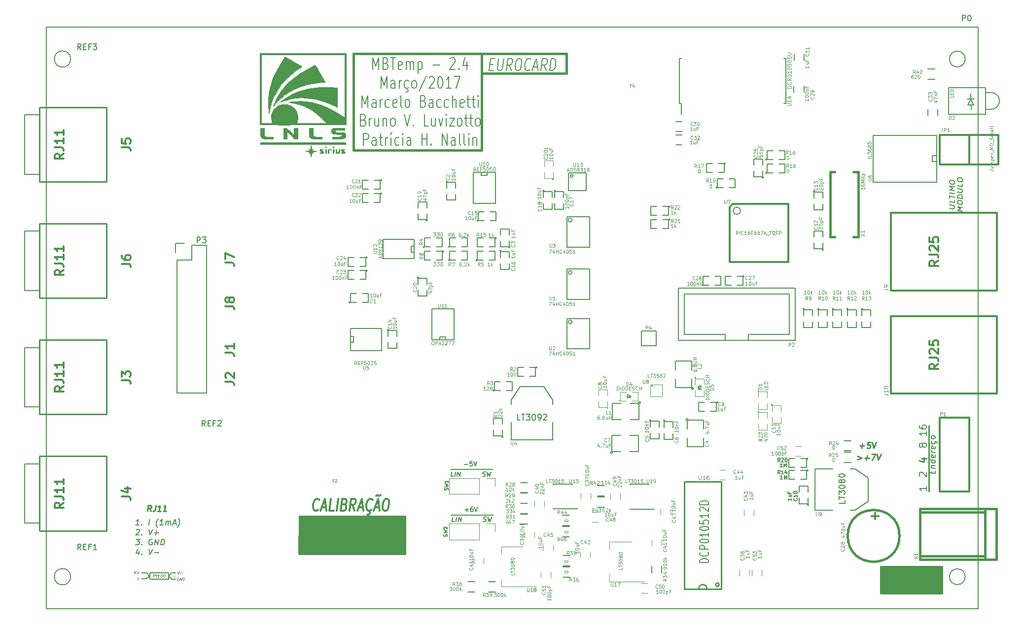
<source format=gto>
G04 #@! TF.FileFunction,Legend,Top*
%FSLAX46Y46*%
G04 Gerber Fmt 4.6, Leading zero omitted, Abs format (unit mm)*
G04 Created by KiCad (PCBNEW 4.0.4+e1-6308~48~ubuntu15.10.1-stable) date Tue Jun 20 15:03:40 2017*
%MOMM*%
%LPD*%
G01*
G04 APERTURE LIST*
%ADD10C,0.150000*%
%ADD11C,0.031750*%
%ADD12C,0.250000*%
%ADD13C,0.050000*%
%ADD14C,0.100000*%
%ADD15C,0.200000*%
%ADD16C,0.304800*%
%ADD17C,0.381000*%
%ADD18C,0.225000*%
%ADD19C,0.120000*%
%ADD20C,0.099060*%
%ADD21C,0.152400*%
%ADD22C,0.127000*%
%ADD23C,0.203200*%
%ADD24C,0.400000*%
%ADD25C,0.010000*%
%ADD26C,0.299720*%
%ADD27C,0.254000*%
G04 APERTURE END LIST*
D10*
X226386200Y-69150000D02*
X226386200Y-64000000D01*
D11*
X84945357Y-140293095D02*
X84951405Y-140287047D01*
X84957452Y-140293095D01*
X84951405Y-140299143D01*
X84945357Y-140293095D01*
X84957452Y-140293095D01*
X84945357Y-140135857D02*
X84951405Y-140129809D01*
X84957452Y-140135857D01*
X84951405Y-140141905D01*
X84945357Y-140135857D01*
X84957452Y-140135857D01*
X84945357Y-139978619D02*
X84951405Y-139972571D01*
X84957452Y-139978619D01*
X84951405Y-139984667D01*
X84945357Y-139978619D01*
X84957452Y-139978619D01*
X84945357Y-139821381D02*
X84951405Y-139815333D01*
X84957452Y-139821381D01*
X84951405Y-139827429D01*
X84945357Y-139821381D01*
X84957452Y-139821381D01*
X84945357Y-139664143D02*
X84951405Y-139658095D01*
X84957452Y-139664143D01*
X84951405Y-139670191D01*
X84945357Y-139664143D01*
X84957452Y-139664143D01*
X84945357Y-139506905D02*
X84951405Y-139500857D01*
X84957452Y-139506905D01*
X84951405Y-139512953D01*
X84945357Y-139506905D01*
X84957452Y-139506905D01*
D12*
X80865476Y-128752381D02*
X80591666Y-128276190D01*
X80294047Y-128752381D02*
X80419047Y-127752381D01*
X80800000Y-127752381D01*
X80889286Y-127800000D01*
X80930953Y-127847619D01*
X80966667Y-127942857D01*
X80948810Y-128085714D01*
X80889286Y-128180952D01*
X80835715Y-128228571D01*
X80734524Y-128276190D01*
X80353571Y-128276190D01*
X81704762Y-127752381D02*
X81615477Y-128466667D01*
X81550000Y-128609524D01*
X81442857Y-128704762D01*
X81294047Y-128752381D01*
X81198809Y-128752381D01*
X82579762Y-128752381D02*
X82008333Y-128752381D01*
X82294047Y-128752381D02*
X82419047Y-127752381D01*
X82305952Y-127895238D01*
X82198810Y-127990476D01*
X82097619Y-128038095D01*
X83532143Y-128752381D02*
X82960714Y-128752381D01*
X83246428Y-128752381D02*
X83371428Y-127752381D01*
X83258333Y-127895238D01*
X83151191Y-127990476D01*
X83050000Y-128038095D01*
D13*
X81283632Y-140126190D02*
X81346132Y-139626190D01*
X81536608Y-139626190D01*
X81581251Y-139650000D01*
X81602084Y-139673810D01*
X81619941Y-139721429D01*
X81611013Y-139792857D01*
X81581251Y-139840476D01*
X81554465Y-139864286D01*
X81503870Y-139888095D01*
X81313394Y-139888095D01*
X81753870Y-139792857D02*
X81944346Y-139792857D01*
X81846132Y-139626190D02*
X81792561Y-140054762D01*
X81810417Y-140102381D01*
X81855060Y-140126190D01*
X81902679Y-140126190D01*
X82331250Y-140126190D02*
X82045536Y-140126190D01*
X82188393Y-140126190D02*
X82250893Y-139626190D01*
X82194346Y-139697619D01*
X82140774Y-139745238D01*
X82090179Y-139769048D01*
X82703274Y-139626190D02*
X82750893Y-139626190D01*
X82795536Y-139650000D01*
X82816369Y-139673810D01*
X82834226Y-139721429D01*
X82846131Y-139816667D01*
X82831250Y-139935714D01*
X82795536Y-140030952D01*
X82765774Y-140078571D01*
X82738988Y-140102381D01*
X82688393Y-140126190D01*
X82640774Y-140126190D01*
X82596131Y-140102381D01*
X82575298Y-140078571D01*
X82557441Y-140030952D01*
X82545536Y-139935714D01*
X82560417Y-139816667D01*
X82596131Y-139721429D01*
X82625893Y-139673810D01*
X82652679Y-139650000D01*
X82703274Y-139626190D01*
X83179464Y-139626190D02*
X83227083Y-139626190D01*
X83271726Y-139650000D01*
X83292559Y-139673810D01*
X83310416Y-139721429D01*
X83322321Y-139816667D01*
X83307440Y-139935714D01*
X83271726Y-140030952D01*
X83241964Y-140078571D01*
X83215178Y-140102381D01*
X83164583Y-140126190D01*
X83116964Y-140126190D01*
X83072321Y-140102381D01*
X83051488Y-140078571D01*
X83033631Y-140030952D01*
X83021726Y-139935714D01*
X83036607Y-139816667D01*
X83072321Y-139721429D01*
X83102083Y-139673810D01*
X83128869Y-139650000D01*
X83179464Y-139626190D01*
D14*
X78621727Y-140626190D02*
X78684227Y-140126190D01*
X85650297Y-140200000D02*
X85605654Y-140176190D01*
X85534226Y-140176190D01*
X85459821Y-140200000D01*
X85406250Y-140247619D01*
X85376488Y-140295238D01*
X85340774Y-140390476D01*
X85331845Y-140461905D01*
X85343750Y-140557143D01*
X85361607Y-140604762D01*
X85403273Y-140652381D01*
X85471726Y-140676190D01*
X85519345Y-140676190D01*
X85593749Y-140652381D01*
X85620536Y-140628571D01*
X85641369Y-140461905D01*
X85546131Y-140461905D01*
X85828869Y-140676190D02*
X85891369Y-140176190D01*
X86114583Y-140676190D01*
X86177083Y-140176190D01*
X86352679Y-140676190D02*
X86415179Y-140176190D01*
X86534226Y-140176190D01*
X86602679Y-140200000D01*
X86644346Y-140247619D01*
X86662202Y-140295238D01*
X86674108Y-140390476D01*
X86665179Y-140461905D01*
X86629464Y-140557143D01*
X86599703Y-140604762D01*
X86546131Y-140652381D01*
X86471726Y-140676190D01*
X86352679Y-140676190D01*
X85458036Y-139076190D02*
X85562203Y-139576190D01*
X85791369Y-139076190D01*
X85919346Y-139385714D02*
X86300298Y-139385714D01*
X78008036Y-139026190D02*
X78112203Y-139526190D01*
X78341369Y-139026190D01*
X78469346Y-139335714D02*
X78850298Y-139335714D01*
X78636012Y-139526190D02*
X78683631Y-139145238D01*
D10*
X84400000Y-140450000D02*
X85100000Y-140450000D01*
X83900000Y-139950000D02*
X84400000Y-140450000D01*
X84450000Y-139350000D02*
X85100000Y-139350000D01*
X84350000Y-139450000D02*
X84450000Y-139350000D01*
X83900000Y-139900000D02*
X84350000Y-139450000D01*
X79400000Y-139350000D02*
X79250000Y-139350000D01*
X79300000Y-139350000D02*
X79400000Y-139350000D01*
X80150000Y-140400000D02*
X79250000Y-140400000D01*
X80650000Y-139900000D02*
X80150000Y-140400000D01*
X80100000Y-139350000D02*
X79300000Y-139350000D01*
X80650000Y-139900000D02*
X80100000Y-139350000D01*
X83900000Y-139350000D02*
X80700000Y-139350000D01*
X83900000Y-140450000D02*
X83900000Y-139350000D01*
X80700000Y-140450000D02*
X83900000Y-140450000D01*
X80700000Y-139400000D02*
X80700000Y-140450000D01*
D15*
X78867857Y-131152381D02*
X78296428Y-131152381D01*
X78582142Y-131152381D02*
X78707142Y-130152381D01*
X78594047Y-130295238D01*
X78486905Y-130390476D01*
X78385714Y-130438095D01*
X79308333Y-131057143D02*
X79350000Y-131104762D01*
X79296428Y-131152381D01*
X79254762Y-131104762D01*
X79308333Y-131057143D01*
X79296428Y-131152381D01*
X80534523Y-131152381D02*
X80659523Y-130152381D01*
X82010714Y-131533333D02*
X81969047Y-131485714D01*
X81891666Y-131342857D01*
X81855952Y-131247619D01*
X81826190Y-131104762D01*
X81808333Y-130866667D01*
X81832142Y-130676190D01*
X81909523Y-130438095D01*
X81974999Y-130295238D01*
X82034523Y-130200000D01*
X82147618Y-130057143D01*
X82201191Y-130009524D01*
X82963095Y-131152381D02*
X82391666Y-131152381D01*
X82677380Y-131152381D02*
X82802380Y-130152381D01*
X82689285Y-130295238D01*
X82582143Y-130390476D01*
X82480952Y-130438095D01*
X83391666Y-131152381D02*
X83475000Y-130485714D01*
X83463095Y-130580952D02*
X83516666Y-130533333D01*
X83617857Y-130485714D01*
X83760715Y-130485714D01*
X83850000Y-130533333D01*
X83885715Y-130628571D01*
X83820238Y-131152381D01*
X83885715Y-130628571D02*
X83945238Y-130533333D01*
X84046429Y-130485714D01*
X84189286Y-130485714D01*
X84278571Y-130533333D01*
X84314286Y-130628571D01*
X84248809Y-131152381D01*
X84713095Y-130866667D02*
X85189286Y-130866667D01*
X84582142Y-131152381D02*
X85040475Y-130152381D01*
X85248809Y-131152381D01*
X85439285Y-131533333D02*
X85492857Y-131485714D01*
X85605952Y-131342857D01*
X85665476Y-131247619D01*
X85730952Y-131104762D01*
X85808333Y-130866667D01*
X85832142Y-130676190D01*
X85814285Y-130438095D01*
X85784523Y-130295238D01*
X85748809Y-130200000D01*
X85671428Y-130057143D01*
X85629762Y-130009524D01*
X78409524Y-131947619D02*
X78463095Y-131900000D01*
X78564285Y-131852381D01*
X78802381Y-131852381D01*
X78891667Y-131900000D01*
X78933334Y-131947619D01*
X78969048Y-132042857D01*
X78957143Y-132138095D01*
X78891667Y-132280952D01*
X78248809Y-132852381D01*
X78867857Y-132852381D01*
X79308333Y-132757143D02*
X79350000Y-132804762D01*
X79296428Y-132852381D01*
X79254762Y-132804762D01*
X79308333Y-132757143D01*
X79296428Y-132852381D01*
X80516666Y-131852381D02*
X80724999Y-132852381D01*
X81183333Y-131852381D01*
X81439285Y-132471429D02*
X82201190Y-132471429D01*
X81772619Y-132852381D02*
X81867858Y-132090476D01*
X78373809Y-133552381D02*
X78992857Y-133552381D01*
X78611904Y-133933333D01*
X78754762Y-133933333D01*
X78844048Y-133980952D01*
X78885715Y-134028571D01*
X78921429Y-134123810D01*
X78891667Y-134361905D01*
X78832143Y-134457143D01*
X78778572Y-134504762D01*
X78677381Y-134552381D01*
X78391666Y-134552381D01*
X78302381Y-134504762D01*
X78260714Y-134457143D01*
X79308333Y-134457143D02*
X79350000Y-134504762D01*
X79296428Y-134552381D01*
X79254762Y-134504762D01*
X79308333Y-134457143D01*
X79296428Y-134552381D01*
X81177381Y-133600000D02*
X81088095Y-133552381D01*
X80945238Y-133552381D01*
X80796428Y-133600000D01*
X80689285Y-133695238D01*
X80629762Y-133790476D01*
X80558333Y-133980952D01*
X80540476Y-134123810D01*
X80564285Y-134314286D01*
X80600000Y-134409524D01*
X80683333Y-134504762D01*
X80820238Y-134552381D01*
X80915476Y-134552381D01*
X81064286Y-134504762D01*
X81117857Y-134457143D01*
X81159524Y-134123810D01*
X80969048Y-134123810D01*
X81534523Y-134552381D02*
X81659523Y-133552381D01*
X82105952Y-134552381D01*
X82230952Y-133552381D01*
X82582142Y-134552381D02*
X82707142Y-133552381D01*
X82945237Y-133552381D01*
X83082143Y-133600000D01*
X83165476Y-133695238D01*
X83201191Y-133790476D01*
X83225000Y-133980952D01*
X83207143Y-134123810D01*
X83135714Y-134314286D01*
X83076191Y-134409524D01*
X82969048Y-134504762D01*
X82820237Y-134552381D01*
X82582142Y-134552381D01*
X78855953Y-135585714D02*
X78772619Y-136252381D01*
X78665476Y-135204762D02*
X78338095Y-135919048D01*
X78957143Y-135919048D01*
X79308333Y-136157143D02*
X79350000Y-136204762D01*
X79296428Y-136252381D01*
X79254762Y-136204762D01*
X79308333Y-136157143D01*
X79296428Y-136252381D01*
X80516666Y-135252381D02*
X80724999Y-136252381D01*
X81183333Y-135252381D01*
X81439285Y-135871429D02*
X82201190Y-135871429D01*
D12*
X214450000Y-114000000D02*
X214450000Y-125350000D01*
D16*
X109599322Y-128475714D02*
X109514656Y-128572476D01*
X109284846Y-128669238D01*
X109139703Y-128669238D01*
X108934084Y-128572476D01*
X108813132Y-128378952D01*
X108764750Y-128185429D01*
X108740560Y-127798381D01*
X108776846Y-127508095D01*
X108897798Y-127121048D01*
X108994561Y-126927524D01*
X109163893Y-126734000D01*
X109393703Y-126637238D01*
X109538846Y-126637238D01*
X109744465Y-126734000D01*
X109804941Y-126830762D01*
X110228275Y-128088667D02*
X110953989Y-128088667D01*
X110010560Y-128669238D02*
X110772560Y-126637238D01*
X111026560Y-128669238D01*
X112260274Y-128669238D02*
X111534560Y-128669238D01*
X111788560Y-126637238D01*
X112768274Y-128669238D02*
X113022274Y-126637238D01*
X114135036Y-127604857D02*
X114340655Y-127701619D01*
X114401131Y-127798381D01*
X114449512Y-127991905D01*
X114413226Y-128282190D01*
X114316465Y-128475714D01*
X114231798Y-128572476D01*
X114074560Y-128669238D01*
X113493988Y-128669238D01*
X113747988Y-126637238D01*
X114255988Y-126637238D01*
X114389036Y-126734000D01*
X114449512Y-126830762D01*
X114497893Y-127024286D01*
X114473703Y-127217810D01*
X114376940Y-127411333D01*
X114292274Y-127508095D01*
X114135036Y-127604857D01*
X113627036Y-127604857D01*
X115888845Y-128669238D02*
X115501798Y-127701619D01*
X115017988Y-128669238D02*
X115271988Y-126637238D01*
X115852560Y-126637238D01*
X115985607Y-126734000D01*
X116046084Y-126830762D01*
X116094464Y-127024286D01*
X116058179Y-127314571D01*
X115961417Y-127508095D01*
X115876750Y-127604857D01*
X115719513Y-127701619D01*
X115138941Y-127701619D01*
X116541989Y-128088667D02*
X117267703Y-128088667D01*
X116324274Y-128669238D02*
X117086274Y-126637238D01*
X117340274Y-128669238D01*
X118743322Y-128475714D02*
X118658656Y-128572476D01*
X118428846Y-128669238D01*
X118283703Y-128669238D01*
X118078084Y-128572476D01*
X117957132Y-128378952D01*
X117908750Y-128185429D01*
X117884560Y-127798381D01*
X117920846Y-127508095D01*
X118041798Y-127121048D01*
X118138561Y-126927524D01*
X118307893Y-126734000D01*
X118537703Y-126637238D01*
X118682846Y-126637238D01*
X118888465Y-126734000D01*
X118948941Y-126830762D01*
X118344179Y-128766000D02*
X118477227Y-128862762D01*
X118525607Y-129056286D01*
X118428846Y-129249810D01*
X118271608Y-129346571D01*
X118053894Y-129346571D01*
X119372275Y-128088667D02*
X120097989Y-128088667D01*
X119154560Y-128669238D02*
X119916560Y-126637238D01*
X120170560Y-128669238D01*
X119614179Y-126153429D02*
X119698846Y-126056667D01*
X119856084Y-125959905D01*
X120122179Y-126153429D01*
X120279418Y-126056667D01*
X120364084Y-125959905D01*
X121222846Y-126637238D02*
X121513132Y-126637238D01*
X121646179Y-126734000D01*
X121767132Y-126927524D01*
X121791323Y-127314571D01*
X121706656Y-127991905D01*
X121585703Y-128378952D01*
X121416370Y-128572476D01*
X121259132Y-128669238D01*
X120968846Y-128669238D01*
X120835799Y-128572476D01*
X120714846Y-128378952D01*
X120690656Y-127991905D01*
X120775323Y-127314571D01*
X120896275Y-126927524D01*
X121065608Y-126734000D01*
X121222846Y-126637238D01*
D12*
X202242024Y-119295714D02*
X202968214Y-119581429D01*
X202170595Y-119867143D01*
X203444404Y-119581429D02*
X204206309Y-119581429D01*
X203777738Y-119962381D02*
X203872977Y-119200476D01*
X204664642Y-118962381D02*
X205331309Y-118962381D01*
X204777737Y-119962381D01*
X205569404Y-118962381D02*
X205777737Y-119962381D01*
X206236071Y-118962381D01*
X202665357Y-117531429D02*
X203427262Y-117531429D01*
X202998691Y-117912381D02*
X203093930Y-117150476D01*
X204457024Y-116912381D02*
X203980833Y-116912381D01*
X203873691Y-117388571D01*
X203927262Y-117340952D01*
X204028452Y-117293333D01*
X204266548Y-117293333D01*
X204355834Y-117340952D01*
X204397501Y-117388571D01*
X204433215Y-117483810D01*
X204403453Y-117721905D01*
X204343929Y-117817143D01*
X204290358Y-117864762D01*
X204189167Y-117912381D01*
X203951071Y-117912381D01*
X203861786Y-117864762D01*
X203820119Y-117817143D01*
X204790357Y-116912381D02*
X204998690Y-117912381D01*
X205457024Y-116912381D01*
D10*
X132460000Y-129420000D02*
X139710000Y-129420000D01*
X137953810Y-130473810D02*
X138063334Y-130511905D01*
X138253810Y-130511905D01*
X138334762Y-130473810D01*
X138377620Y-130435714D01*
X138425239Y-130359524D01*
X138434762Y-130283333D01*
X138406191Y-130207143D01*
X138372857Y-130169048D01*
X138301429Y-130130952D01*
X138153810Y-130092857D01*
X138082381Y-130054762D01*
X138049048Y-130016667D01*
X138020477Y-129940476D01*
X138030000Y-129864286D01*
X138077619Y-129788095D01*
X138120476Y-129750000D01*
X138201429Y-129711905D01*
X138391905Y-129711905D01*
X138501429Y-129750000D01*
X138772858Y-129711905D02*
X138863334Y-130511905D01*
X139087144Y-129940476D01*
X139168096Y-130511905D01*
X139458572Y-129711905D01*
X133022858Y-130551905D02*
X132641905Y-130551905D01*
X132741905Y-129751905D01*
X133289524Y-130551905D02*
X133389524Y-129751905D01*
X133670476Y-130551905D02*
X133770476Y-129751905D01*
X134127619Y-130551905D01*
X134227619Y-129751905D01*
X132375000Y-121575000D02*
X139625000Y-121575000D01*
X137833810Y-122733810D02*
X137943334Y-122771905D01*
X138133810Y-122771905D01*
X138214762Y-122733810D01*
X138257620Y-122695714D01*
X138305239Y-122619524D01*
X138314762Y-122543333D01*
X138286191Y-122467143D01*
X138252857Y-122429048D01*
X138181429Y-122390952D01*
X138033810Y-122352857D01*
X137962381Y-122314762D01*
X137929048Y-122276667D01*
X137900477Y-122200476D01*
X137910000Y-122124286D01*
X137957619Y-122048095D01*
X138000476Y-122010000D01*
X138081429Y-121971905D01*
X138271905Y-121971905D01*
X138381429Y-122010000D01*
X138652858Y-121971905D02*
X138743334Y-122771905D01*
X138967144Y-122200476D01*
X139048096Y-122771905D01*
X139338572Y-121971905D01*
X132832858Y-122751905D02*
X132451905Y-122751905D01*
X132551905Y-121951905D01*
X133099524Y-122751905D02*
X133199524Y-121951905D01*
X133480476Y-122751905D02*
X133580476Y-121951905D01*
X133937619Y-122751905D01*
X134037619Y-121951905D01*
D17*
X152225000Y-53500000D02*
X152225000Y-50142000D01*
X137725000Y-53525000D02*
X152225000Y-53525000D01*
D15*
X139100608Y-51929857D02*
X139608608Y-51929857D01*
X139693274Y-52994238D02*
X138967560Y-52994238D01*
X139221560Y-50962238D01*
X139947274Y-50962238D01*
X140600417Y-50962238D02*
X140394798Y-52607190D01*
X140443180Y-52800714D01*
X140503656Y-52897476D01*
X140636703Y-52994238D01*
X140926989Y-52994238D01*
X141084227Y-52897476D01*
X141168894Y-52800714D01*
X141265655Y-52607190D01*
X141471274Y-50962238D01*
X142813845Y-52994238D02*
X142426798Y-52026619D01*
X141942988Y-52994238D02*
X142196988Y-50962238D01*
X142777560Y-50962238D01*
X142910607Y-51059000D01*
X142971084Y-51155762D01*
X143019464Y-51349286D01*
X142983179Y-51639571D01*
X142886417Y-51833095D01*
X142801750Y-51929857D01*
X142644513Y-52026619D01*
X142063941Y-52026619D01*
X144011274Y-50962238D02*
X144301560Y-50962238D01*
X144434607Y-51059000D01*
X144555560Y-51252524D01*
X144579751Y-51639571D01*
X144495084Y-52316905D01*
X144374131Y-52703952D01*
X144204798Y-52897476D01*
X144047560Y-52994238D01*
X143757274Y-52994238D01*
X143624227Y-52897476D01*
X143503274Y-52703952D01*
X143479084Y-52316905D01*
X143563751Y-51639571D01*
X143684703Y-51252524D01*
X143854036Y-51059000D01*
X144011274Y-50962238D01*
X145958607Y-52800714D02*
X145873941Y-52897476D01*
X145644131Y-52994238D01*
X145498988Y-52994238D01*
X145293369Y-52897476D01*
X145172417Y-52703952D01*
X145124035Y-52510429D01*
X145099845Y-52123381D01*
X145136131Y-51833095D01*
X145257083Y-51446048D01*
X145353846Y-51252524D01*
X145523178Y-51059000D01*
X145752988Y-50962238D01*
X145898131Y-50962238D01*
X146103750Y-51059000D01*
X146164226Y-51155762D01*
X146587560Y-52413667D02*
X147313274Y-52413667D01*
X146369845Y-52994238D02*
X147131845Y-50962238D01*
X147385845Y-52994238D01*
X148764702Y-52994238D02*
X148377655Y-52026619D01*
X147893845Y-52994238D02*
X148147845Y-50962238D01*
X148728417Y-50962238D01*
X148861464Y-51059000D01*
X148921941Y-51155762D01*
X148970321Y-51349286D01*
X148934036Y-51639571D01*
X148837274Y-51833095D01*
X148752607Y-51929857D01*
X148595370Y-52026619D01*
X148014798Y-52026619D01*
X149417845Y-52994238D02*
X149671845Y-50962238D01*
X150034702Y-50962238D01*
X150240322Y-51059000D01*
X150361274Y-51252524D01*
X150409655Y-51446048D01*
X150433845Y-51833095D01*
X150397559Y-52123381D01*
X150276607Y-52510429D01*
X150179845Y-52703952D01*
X150010513Y-52897476D01*
X149780702Y-52994238D01*
X149417845Y-52994238D01*
D16*
X93665429Y-106508000D02*
X94754000Y-106508000D01*
X94971714Y-106580572D01*
X95116857Y-106725715D01*
X95189429Y-106943429D01*
X95189429Y-107088572D01*
X93810571Y-105854857D02*
X93738000Y-105782286D01*
X93665429Y-105637143D01*
X93665429Y-105274286D01*
X93738000Y-105129143D01*
X93810571Y-105056572D01*
X93955714Y-104984000D01*
X94100857Y-104984000D01*
X94318571Y-105056572D01*
X95189429Y-105927429D01*
X95189429Y-104984000D01*
X93665429Y-101508000D02*
X94754000Y-101508000D01*
X94971714Y-101580572D01*
X95116857Y-101725715D01*
X95189429Y-101943429D01*
X95189429Y-102088572D01*
X95189429Y-99984000D02*
X95189429Y-100854857D01*
X95189429Y-100419429D02*
X93665429Y-100419429D01*
X93883143Y-100564572D01*
X94028286Y-100709714D01*
X94100857Y-100854857D01*
X93665429Y-93508000D02*
X94754000Y-93508000D01*
X94971714Y-93580572D01*
X95116857Y-93725715D01*
X95189429Y-93943429D01*
X95189429Y-94088572D01*
X94318571Y-92564572D02*
X94246000Y-92709714D01*
X94173429Y-92782286D01*
X94028286Y-92854857D01*
X93955714Y-92854857D01*
X93810571Y-92782286D01*
X93738000Y-92709714D01*
X93665429Y-92564572D01*
X93665429Y-92274286D01*
X93738000Y-92129143D01*
X93810571Y-92056572D01*
X93955714Y-91984000D01*
X94028286Y-91984000D01*
X94173429Y-92056572D01*
X94246000Y-92129143D01*
X94318571Y-92274286D01*
X94318571Y-92564572D01*
X94391143Y-92709714D01*
X94463714Y-92782286D01*
X94608857Y-92854857D01*
X94899143Y-92854857D01*
X95044286Y-92782286D01*
X95116857Y-92709714D01*
X95189429Y-92564572D01*
X95189429Y-92274286D01*
X95116857Y-92129143D01*
X95044286Y-92056572D01*
X94899143Y-91984000D01*
X94608857Y-91984000D01*
X94463714Y-92056572D01*
X94391143Y-92129143D01*
X94318571Y-92274286D01*
X93665429Y-86008000D02*
X94754000Y-86008000D01*
X94971714Y-86080572D01*
X95116857Y-86225715D01*
X95189429Y-86443429D01*
X95189429Y-86588572D01*
X93665429Y-85427429D02*
X93665429Y-84411429D01*
X95189429Y-85064572D01*
D10*
X218086905Y-76662500D02*
X218734524Y-76743452D01*
X218810714Y-76705357D01*
X218848810Y-76662500D01*
X218886905Y-76572024D01*
X218886905Y-76381547D01*
X218848810Y-76281547D01*
X218810714Y-76229166D01*
X218734524Y-76172023D01*
X218086905Y-76091071D01*
X218886905Y-75238690D02*
X218886905Y-75714881D01*
X218086905Y-75614881D01*
X218086905Y-74948214D02*
X218086905Y-74376785D01*
X218886905Y-74762500D02*
X218086905Y-74662500D01*
X218886905Y-74143452D02*
X218086905Y-74043452D01*
X218886905Y-73667262D02*
X218086905Y-73567262D01*
X218658333Y-73305357D01*
X218086905Y-72900595D01*
X218886905Y-73000595D01*
X218086905Y-72233929D02*
X218086905Y-72043452D01*
X218125000Y-71952976D01*
X218201190Y-71867262D01*
X218353571Y-71838690D01*
X218620238Y-71872024D01*
X218772619Y-71938690D01*
X218848810Y-72043452D01*
X218886905Y-72143452D01*
X218886905Y-72333929D01*
X218848810Y-72424405D01*
X218772619Y-72510119D01*
X218620238Y-72538691D01*
X218353571Y-72505357D01*
X218201190Y-72438691D01*
X218125000Y-72333929D01*
X218086905Y-72233929D01*
X220236905Y-77167262D02*
X219436905Y-77067262D01*
X220008333Y-76805357D01*
X219436905Y-76400595D01*
X220236905Y-76500595D01*
X219436905Y-75733929D02*
X219436905Y-75543452D01*
X219475000Y-75452976D01*
X219551190Y-75367262D01*
X219703571Y-75338690D01*
X219970238Y-75372024D01*
X220122619Y-75438690D01*
X220198810Y-75543452D01*
X220236905Y-75643452D01*
X220236905Y-75833929D01*
X220198810Y-75924405D01*
X220122619Y-76010119D01*
X219970238Y-76038691D01*
X219703571Y-76005357D01*
X219551190Y-75938691D01*
X219475000Y-75833929D01*
X219436905Y-75733929D01*
X220236905Y-74976786D02*
X219436905Y-74876786D01*
X219436905Y-74638691D01*
X219475000Y-74500595D01*
X219551190Y-74414881D01*
X219627381Y-74376786D01*
X219779762Y-74348214D01*
X219894048Y-74362500D01*
X220046429Y-74429167D01*
X220122619Y-74486309D01*
X220198810Y-74591071D01*
X220236905Y-74738691D01*
X220236905Y-74976786D01*
X219436905Y-73876786D02*
X220084524Y-73957738D01*
X220160714Y-73919643D01*
X220198810Y-73876786D01*
X220236905Y-73786310D01*
X220236905Y-73595833D01*
X220198810Y-73495833D01*
X220160714Y-73443452D01*
X220084524Y-73386309D01*
X219436905Y-73305357D01*
X220236905Y-72452976D02*
X220236905Y-72929167D01*
X219436905Y-72829167D01*
X219436905Y-71829167D02*
X219436905Y-71638690D01*
X219475000Y-71548214D01*
X219551190Y-71462500D01*
X219703571Y-71433928D01*
X219970238Y-71467262D01*
X220122619Y-71533928D01*
X220198810Y-71638690D01*
X220236905Y-71738690D01*
X220236905Y-71929167D01*
X220198810Y-72019643D01*
X220122619Y-72105357D01*
X219970238Y-72133929D01*
X219703571Y-72100595D01*
X219551190Y-72033929D01*
X219475000Y-71929167D01*
X219436905Y-71829167D01*
D17*
X115707600Y-50142000D02*
X115707600Y-66642000D01*
X152175000Y-50142000D02*
X115682600Y-50142000D01*
X137682600Y-66642000D02*
X137682600Y-50142000D01*
X115707600Y-66692000D02*
X137707600Y-66692000D01*
D15*
X214042857Y-115078571D02*
X214042857Y-115764286D01*
X214042857Y-115421428D02*
X212842857Y-115421428D01*
X213014286Y-115535714D01*
X213128571Y-115650000D01*
X213185714Y-115764286D01*
X212842857Y-114050000D02*
X212842857Y-114278571D01*
X212900000Y-114392857D01*
X212957143Y-114450000D01*
X213128571Y-114564286D01*
X213357143Y-114621429D01*
X213814286Y-114621429D01*
X213928571Y-114564286D01*
X213985714Y-114507143D01*
X214042857Y-114392857D01*
X214042857Y-114164286D01*
X213985714Y-114050000D01*
X213928571Y-113992857D01*
X213814286Y-113935714D01*
X213528571Y-113935714D01*
X213414286Y-113992857D01*
X213357143Y-114050000D01*
X213300000Y-114164286D01*
X213300000Y-114392857D01*
X213357143Y-114507143D01*
X213414286Y-114564286D01*
X213528571Y-114621429D01*
X213357143Y-117514285D02*
X213300000Y-117628571D01*
X213242857Y-117685714D01*
X213128571Y-117742857D01*
X213071429Y-117742857D01*
X212957143Y-117685714D01*
X212900000Y-117628571D01*
X212842857Y-117514285D01*
X212842857Y-117285714D01*
X212900000Y-117171428D01*
X212957143Y-117114285D01*
X213071429Y-117057142D01*
X213128571Y-117057142D01*
X213242857Y-117114285D01*
X213300000Y-117171428D01*
X213357143Y-117285714D01*
X213357143Y-117514285D01*
X213414286Y-117628571D01*
X213471429Y-117685714D01*
X213585714Y-117742857D01*
X213814286Y-117742857D01*
X213928571Y-117685714D01*
X213985714Y-117628571D01*
X214042857Y-117514285D01*
X214042857Y-117285714D01*
X213985714Y-117171428D01*
X213928571Y-117114285D01*
X213814286Y-117057142D01*
X213585714Y-117057142D01*
X213471429Y-117114285D01*
X213414286Y-117171428D01*
X213357143Y-117285714D01*
D18*
X213242857Y-119721428D02*
X214042857Y-119721428D01*
X212785714Y-120007142D02*
X213642857Y-120292857D01*
X213642857Y-119549999D01*
D15*
X214042857Y-124557142D02*
X214042857Y-125242857D01*
X214042857Y-124899999D02*
X212842857Y-124899999D01*
X213014286Y-125014285D01*
X213128571Y-125128571D01*
X213185714Y-125242857D01*
X212957143Y-122742857D02*
X212900000Y-122685714D01*
X212842857Y-122571428D01*
X212842857Y-122285714D01*
X212900000Y-122171428D01*
X212957143Y-122114285D01*
X213071429Y-122057142D01*
X213185714Y-122057142D01*
X213357143Y-122114285D01*
X214042857Y-122799999D01*
X214042857Y-122057142D01*
X118997000Y-52823238D02*
X118997000Y-50791238D01*
X119505000Y-52242667D01*
X120013000Y-50791238D01*
X120013000Y-52823238D01*
X121246714Y-51758857D02*
X121464428Y-51855619D01*
X121537000Y-51952381D01*
X121609571Y-52145905D01*
X121609571Y-52436190D01*
X121537000Y-52629714D01*
X121464428Y-52726476D01*
X121319286Y-52823238D01*
X120738714Y-52823238D01*
X120738714Y-50791238D01*
X121246714Y-50791238D01*
X121391857Y-50888000D01*
X121464428Y-50984762D01*
X121537000Y-51178286D01*
X121537000Y-51371810D01*
X121464428Y-51565333D01*
X121391857Y-51662095D01*
X121246714Y-51758857D01*
X120738714Y-51758857D01*
X122045000Y-50791238D02*
X122915857Y-50791238D01*
X122480428Y-52823238D02*
X122480428Y-50791238D01*
X124004429Y-52726476D02*
X123859286Y-52823238D01*
X123569000Y-52823238D01*
X123423857Y-52726476D01*
X123351286Y-52532952D01*
X123351286Y-51758857D01*
X123423857Y-51565333D01*
X123569000Y-51468571D01*
X123859286Y-51468571D01*
X124004429Y-51565333D01*
X124077000Y-51758857D01*
X124077000Y-51952381D01*
X123351286Y-52145905D01*
X124730143Y-52823238D02*
X124730143Y-51468571D01*
X124730143Y-51662095D02*
X124802715Y-51565333D01*
X124947857Y-51468571D01*
X125165572Y-51468571D01*
X125310715Y-51565333D01*
X125383286Y-51758857D01*
X125383286Y-52823238D01*
X125383286Y-51758857D02*
X125455857Y-51565333D01*
X125601000Y-51468571D01*
X125818715Y-51468571D01*
X125963857Y-51565333D01*
X126036429Y-51758857D01*
X126036429Y-52823238D01*
X126762143Y-51468571D02*
X126762143Y-53500571D01*
X126762143Y-51565333D02*
X126907286Y-51468571D01*
X127197572Y-51468571D01*
X127342715Y-51565333D01*
X127415286Y-51662095D01*
X127487857Y-51855619D01*
X127487857Y-52436190D01*
X127415286Y-52629714D01*
X127342715Y-52726476D01*
X127197572Y-52823238D01*
X126907286Y-52823238D01*
X126762143Y-52726476D01*
X129302143Y-52049143D02*
X130463286Y-52049143D01*
X132277572Y-50984762D02*
X132350143Y-50888000D01*
X132495286Y-50791238D01*
X132858143Y-50791238D01*
X133003286Y-50888000D01*
X133075857Y-50984762D01*
X133148429Y-51178286D01*
X133148429Y-51371810D01*
X133075857Y-51662095D01*
X132205000Y-52823238D01*
X133148429Y-52823238D01*
X133801572Y-52629714D02*
X133874144Y-52726476D01*
X133801572Y-52823238D01*
X133729001Y-52726476D01*
X133801572Y-52629714D01*
X133801572Y-52823238D01*
X135180429Y-51468571D02*
X135180429Y-52823238D01*
X134817572Y-50694476D02*
X134454715Y-52145905D01*
X135398143Y-52145905D01*
X120412142Y-56071238D02*
X120412142Y-54039238D01*
X120920142Y-55490667D01*
X121428142Y-54039238D01*
X121428142Y-56071238D01*
X122806999Y-56071238D02*
X122806999Y-55006857D01*
X122734428Y-54813333D01*
X122589285Y-54716571D01*
X122298999Y-54716571D01*
X122153856Y-54813333D01*
X122806999Y-55974476D02*
X122661856Y-56071238D01*
X122298999Y-56071238D01*
X122153856Y-55974476D01*
X122081285Y-55780952D01*
X122081285Y-55587429D01*
X122153856Y-55393905D01*
X122298999Y-55297143D01*
X122661856Y-55297143D01*
X122806999Y-55200381D01*
X123532713Y-56071238D02*
X123532713Y-54716571D01*
X123532713Y-55103619D02*
X123605285Y-54910095D01*
X123677856Y-54813333D01*
X123822999Y-54716571D01*
X123968142Y-54716571D01*
X125129285Y-55974476D02*
X124984142Y-56071238D01*
X124693856Y-56071238D01*
X124548714Y-55974476D01*
X124476142Y-55877714D01*
X124403571Y-55684190D01*
X124403571Y-55103619D01*
X124476142Y-54910095D01*
X124548714Y-54813333D01*
X124693856Y-54716571D01*
X124984142Y-54716571D01*
X125129285Y-54813333D01*
X124838999Y-56168000D02*
X124984142Y-56264762D01*
X125056714Y-56458286D01*
X124984142Y-56651810D01*
X124838999Y-56748571D01*
X124621285Y-56748571D01*
X126000142Y-56071238D02*
X125855000Y-55974476D01*
X125782428Y-55877714D01*
X125709857Y-55684190D01*
X125709857Y-55103619D01*
X125782428Y-54910095D01*
X125855000Y-54813333D01*
X126000142Y-54716571D01*
X126217857Y-54716571D01*
X126363000Y-54813333D01*
X126435571Y-54910095D01*
X126508142Y-55103619D01*
X126508142Y-55684190D01*
X126435571Y-55877714D01*
X126363000Y-55974476D01*
X126217857Y-56071238D01*
X126000142Y-56071238D01*
X128249857Y-53942476D02*
X126943571Y-56555048D01*
X128685285Y-54232762D02*
X128757856Y-54136000D01*
X128902999Y-54039238D01*
X129265856Y-54039238D01*
X129410999Y-54136000D01*
X129483570Y-54232762D01*
X129556142Y-54426286D01*
X129556142Y-54619810D01*
X129483570Y-54910095D01*
X128612713Y-56071238D01*
X129556142Y-56071238D01*
X130499571Y-54039238D02*
X130644714Y-54039238D01*
X130789857Y-54136000D01*
X130862428Y-54232762D01*
X130934999Y-54426286D01*
X131007571Y-54813333D01*
X131007571Y-55297143D01*
X130934999Y-55684190D01*
X130862428Y-55877714D01*
X130789857Y-55974476D01*
X130644714Y-56071238D01*
X130499571Y-56071238D01*
X130354428Y-55974476D01*
X130281857Y-55877714D01*
X130209285Y-55684190D01*
X130136714Y-55297143D01*
X130136714Y-54813333D01*
X130209285Y-54426286D01*
X130281857Y-54232762D01*
X130354428Y-54136000D01*
X130499571Y-54039238D01*
X132459000Y-56071238D02*
X131588143Y-56071238D01*
X132023571Y-56071238D02*
X132023571Y-54039238D01*
X131878428Y-54329524D01*
X131733286Y-54523048D01*
X131588143Y-54619810D01*
X132967000Y-54039238D02*
X133983000Y-54039238D01*
X133329857Y-56071238D01*
X117146428Y-59319238D02*
X117146428Y-57287238D01*
X117654428Y-58738667D01*
X118162428Y-57287238D01*
X118162428Y-59319238D01*
X119541285Y-59319238D02*
X119541285Y-58254857D01*
X119468714Y-58061333D01*
X119323571Y-57964571D01*
X119033285Y-57964571D01*
X118888142Y-58061333D01*
X119541285Y-59222476D02*
X119396142Y-59319238D01*
X119033285Y-59319238D01*
X118888142Y-59222476D01*
X118815571Y-59028952D01*
X118815571Y-58835429D01*
X118888142Y-58641905D01*
X119033285Y-58545143D01*
X119396142Y-58545143D01*
X119541285Y-58448381D01*
X120266999Y-59319238D02*
X120266999Y-57964571D01*
X120266999Y-58351619D02*
X120339571Y-58158095D01*
X120412142Y-58061333D01*
X120557285Y-57964571D01*
X120702428Y-57964571D01*
X121863571Y-59222476D02*
X121718428Y-59319238D01*
X121428142Y-59319238D01*
X121283000Y-59222476D01*
X121210428Y-59125714D01*
X121137857Y-58932190D01*
X121137857Y-58351619D01*
X121210428Y-58158095D01*
X121283000Y-58061333D01*
X121428142Y-57964571D01*
X121718428Y-57964571D01*
X121863571Y-58061333D01*
X123097286Y-59222476D02*
X122952143Y-59319238D01*
X122661857Y-59319238D01*
X122516714Y-59222476D01*
X122444143Y-59028952D01*
X122444143Y-58254857D01*
X122516714Y-58061333D01*
X122661857Y-57964571D01*
X122952143Y-57964571D01*
X123097286Y-58061333D01*
X123169857Y-58254857D01*
X123169857Y-58448381D01*
X122444143Y-58641905D01*
X124040714Y-59319238D02*
X123895572Y-59222476D01*
X123823000Y-59028952D01*
X123823000Y-57287238D01*
X124839000Y-59319238D02*
X124693858Y-59222476D01*
X124621286Y-59125714D01*
X124548715Y-58932190D01*
X124548715Y-58351619D01*
X124621286Y-58158095D01*
X124693858Y-58061333D01*
X124839000Y-57964571D01*
X125056715Y-57964571D01*
X125201858Y-58061333D01*
X125274429Y-58158095D01*
X125347000Y-58351619D01*
X125347000Y-58932190D01*
X125274429Y-59125714D01*
X125201858Y-59222476D01*
X125056715Y-59319238D01*
X124839000Y-59319238D01*
X127669286Y-58254857D02*
X127887000Y-58351619D01*
X127959572Y-58448381D01*
X128032143Y-58641905D01*
X128032143Y-58932190D01*
X127959572Y-59125714D01*
X127887000Y-59222476D01*
X127741858Y-59319238D01*
X127161286Y-59319238D01*
X127161286Y-57287238D01*
X127669286Y-57287238D01*
X127814429Y-57384000D01*
X127887000Y-57480762D01*
X127959572Y-57674286D01*
X127959572Y-57867810D01*
X127887000Y-58061333D01*
X127814429Y-58158095D01*
X127669286Y-58254857D01*
X127161286Y-58254857D01*
X129338429Y-59319238D02*
X129338429Y-58254857D01*
X129265858Y-58061333D01*
X129120715Y-57964571D01*
X128830429Y-57964571D01*
X128685286Y-58061333D01*
X129338429Y-59222476D02*
X129193286Y-59319238D01*
X128830429Y-59319238D01*
X128685286Y-59222476D01*
X128612715Y-59028952D01*
X128612715Y-58835429D01*
X128685286Y-58641905D01*
X128830429Y-58545143D01*
X129193286Y-58545143D01*
X129338429Y-58448381D01*
X130717286Y-59222476D02*
X130572143Y-59319238D01*
X130281857Y-59319238D01*
X130136715Y-59222476D01*
X130064143Y-59125714D01*
X129991572Y-58932190D01*
X129991572Y-58351619D01*
X130064143Y-58158095D01*
X130136715Y-58061333D01*
X130281857Y-57964571D01*
X130572143Y-57964571D01*
X130717286Y-58061333D01*
X132023572Y-59222476D02*
X131878429Y-59319238D01*
X131588143Y-59319238D01*
X131443001Y-59222476D01*
X131370429Y-59125714D01*
X131297858Y-58932190D01*
X131297858Y-58351619D01*
X131370429Y-58158095D01*
X131443001Y-58061333D01*
X131588143Y-57964571D01*
X131878429Y-57964571D01*
X132023572Y-58061333D01*
X132676715Y-59319238D02*
X132676715Y-57287238D01*
X133329858Y-59319238D02*
X133329858Y-58254857D01*
X133257287Y-58061333D01*
X133112144Y-57964571D01*
X132894429Y-57964571D01*
X132749287Y-58061333D01*
X132676715Y-58158095D01*
X134636144Y-59222476D02*
X134491001Y-59319238D01*
X134200715Y-59319238D01*
X134055572Y-59222476D01*
X133983001Y-59028952D01*
X133983001Y-58254857D01*
X134055572Y-58061333D01*
X134200715Y-57964571D01*
X134491001Y-57964571D01*
X134636144Y-58061333D01*
X134708715Y-58254857D01*
X134708715Y-58448381D01*
X133983001Y-58641905D01*
X135144144Y-57964571D02*
X135724715Y-57964571D01*
X135361858Y-57287238D02*
X135361858Y-59028952D01*
X135434430Y-59222476D01*
X135579572Y-59319238D01*
X135724715Y-59319238D01*
X136015001Y-57964571D02*
X136595572Y-57964571D01*
X136232715Y-57287238D02*
X136232715Y-59028952D01*
X136305287Y-59222476D01*
X136450429Y-59319238D01*
X136595572Y-59319238D01*
X137103572Y-59319238D02*
X137103572Y-57964571D01*
X137103572Y-57287238D02*
X137031001Y-57384000D01*
X137103572Y-57480762D01*
X137176144Y-57384000D01*
X137103572Y-57287238D01*
X137103572Y-57480762D01*
X117400429Y-61502857D02*
X117618143Y-61599619D01*
X117690715Y-61696381D01*
X117763286Y-61889905D01*
X117763286Y-62180190D01*
X117690715Y-62373714D01*
X117618143Y-62470476D01*
X117473001Y-62567238D01*
X116892429Y-62567238D01*
X116892429Y-60535238D01*
X117400429Y-60535238D01*
X117545572Y-60632000D01*
X117618143Y-60728762D01*
X117690715Y-60922286D01*
X117690715Y-61115810D01*
X117618143Y-61309333D01*
X117545572Y-61406095D01*
X117400429Y-61502857D01*
X116892429Y-61502857D01*
X118416429Y-62567238D02*
X118416429Y-61212571D01*
X118416429Y-61599619D02*
X118489001Y-61406095D01*
X118561572Y-61309333D01*
X118706715Y-61212571D01*
X118851858Y-61212571D01*
X120013001Y-61212571D02*
X120013001Y-62567238D01*
X119359858Y-61212571D02*
X119359858Y-62276952D01*
X119432430Y-62470476D01*
X119577572Y-62567238D01*
X119795287Y-62567238D01*
X119940430Y-62470476D01*
X120013001Y-62373714D01*
X120738715Y-61212571D02*
X120738715Y-62567238D01*
X120738715Y-61406095D02*
X120811287Y-61309333D01*
X120956429Y-61212571D01*
X121174144Y-61212571D01*
X121319287Y-61309333D01*
X121391858Y-61502857D01*
X121391858Y-62567238D01*
X122335286Y-62567238D02*
X122190144Y-62470476D01*
X122117572Y-62373714D01*
X122045001Y-62180190D01*
X122045001Y-61599619D01*
X122117572Y-61406095D01*
X122190144Y-61309333D01*
X122335286Y-61212571D01*
X122553001Y-61212571D01*
X122698144Y-61309333D01*
X122770715Y-61406095D01*
X122843286Y-61599619D01*
X122843286Y-62180190D01*
X122770715Y-62373714D01*
X122698144Y-62470476D01*
X122553001Y-62567238D01*
X122335286Y-62567238D01*
X124439858Y-60535238D02*
X124947858Y-62567238D01*
X125455858Y-60535238D01*
X125963858Y-62373714D02*
X126036430Y-62470476D01*
X125963858Y-62567238D01*
X125891287Y-62470476D01*
X125963858Y-62373714D01*
X125963858Y-62567238D01*
X128576429Y-62567238D02*
X127850715Y-62567238D01*
X127850715Y-60535238D01*
X129737572Y-61212571D02*
X129737572Y-62567238D01*
X129084429Y-61212571D02*
X129084429Y-62276952D01*
X129157001Y-62470476D01*
X129302143Y-62567238D01*
X129519858Y-62567238D01*
X129665001Y-62470476D01*
X129737572Y-62373714D01*
X130318143Y-61212571D02*
X130681000Y-62567238D01*
X131043858Y-61212571D01*
X131624429Y-62567238D02*
X131624429Y-61212571D01*
X131624429Y-60535238D02*
X131551858Y-60632000D01*
X131624429Y-60728762D01*
X131697001Y-60632000D01*
X131624429Y-60535238D01*
X131624429Y-60728762D01*
X132205000Y-61212571D02*
X133003286Y-61212571D01*
X132205000Y-62567238D01*
X133003286Y-62567238D01*
X133801571Y-62567238D02*
X133656429Y-62470476D01*
X133583857Y-62373714D01*
X133511286Y-62180190D01*
X133511286Y-61599619D01*
X133583857Y-61406095D01*
X133656429Y-61309333D01*
X133801571Y-61212571D01*
X134019286Y-61212571D01*
X134164429Y-61309333D01*
X134237000Y-61406095D01*
X134309571Y-61599619D01*
X134309571Y-62180190D01*
X134237000Y-62373714D01*
X134164429Y-62470476D01*
X134019286Y-62567238D01*
X133801571Y-62567238D01*
X134745000Y-61212571D02*
X135325571Y-61212571D01*
X134962714Y-60535238D02*
X134962714Y-62276952D01*
X135035286Y-62470476D01*
X135180428Y-62567238D01*
X135325571Y-62567238D01*
X135615857Y-61212571D02*
X136196428Y-61212571D01*
X135833571Y-60535238D02*
X135833571Y-62276952D01*
X135906143Y-62470476D01*
X136051285Y-62567238D01*
X136196428Y-62567238D01*
X136922142Y-62567238D02*
X136777000Y-62470476D01*
X136704428Y-62373714D01*
X136631857Y-62180190D01*
X136631857Y-61599619D01*
X136704428Y-61406095D01*
X136777000Y-61309333D01*
X136922142Y-61212571D01*
X137139857Y-61212571D01*
X137285000Y-61309333D01*
X137357571Y-61406095D01*
X137430142Y-61599619D01*
X137430142Y-62180190D01*
X137357571Y-62373714D01*
X137285000Y-62470476D01*
X137139857Y-62567238D01*
X136922142Y-62567238D01*
X117400429Y-65815238D02*
X117400429Y-63783238D01*
X117981001Y-63783238D01*
X118126143Y-63880000D01*
X118198715Y-63976762D01*
X118271286Y-64170286D01*
X118271286Y-64460571D01*
X118198715Y-64654095D01*
X118126143Y-64750857D01*
X117981001Y-64847619D01*
X117400429Y-64847619D01*
X119577572Y-65815238D02*
X119577572Y-64750857D01*
X119505001Y-64557333D01*
X119359858Y-64460571D01*
X119069572Y-64460571D01*
X118924429Y-64557333D01*
X119577572Y-65718476D02*
X119432429Y-65815238D01*
X119069572Y-65815238D01*
X118924429Y-65718476D01*
X118851858Y-65524952D01*
X118851858Y-65331429D01*
X118924429Y-65137905D01*
X119069572Y-65041143D01*
X119432429Y-65041143D01*
X119577572Y-64944381D01*
X120085572Y-64460571D02*
X120666143Y-64460571D01*
X120303286Y-63783238D02*
X120303286Y-65524952D01*
X120375858Y-65718476D01*
X120521000Y-65815238D01*
X120666143Y-65815238D01*
X121174143Y-65815238D02*
X121174143Y-64460571D01*
X121174143Y-64847619D02*
X121246715Y-64654095D01*
X121319286Y-64557333D01*
X121464429Y-64460571D01*
X121609572Y-64460571D01*
X122117572Y-65815238D02*
X122117572Y-64460571D01*
X122262715Y-63686476D02*
X122045001Y-63976762D01*
X123496429Y-65718476D02*
X123351286Y-65815238D01*
X123061000Y-65815238D01*
X122915858Y-65718476D01*
X122843286Y-65621714D01*
X122770715Y-65428190D01*
X122770715Y-64847619D01*
X122843286Y-64654095D01*
X122915858Y-64557333D01*
X123061000Y-64460571D01*
X123351286Y-64460571D01*
X123496429Y-64557333D01*
X124149572Y-65815238D02*
X124149572Y-64460571D01*
X124149572Y-63783238D02*
X124077001Y-63880000D01*
X124149572Y-63976762D01*
X124222144Y-63880000D01*
X124149572Y-63783238D01*
X124149572Y-63976762D01*
X125528429Y-65815238D02*
X125528429Y-64750857D01*
X125455858Y-64557333D01*
X125310715Y-64460571D01*
X125020429Y-64460571D01*
X124875286Y-64557333D01*
X125528429Y-65718476D02*
X125383286Y-65815238D01*
X125020429Y-65815238D01*
X124875286Y-65718476D01*
X124802715Y-65524952D01*
X124802715Y-65331429D01*
X124875286Y-65137905D01*
X125020429Y-65041143D01*
X125383286Y-65041143D01*
X125528429Y-64944381D01*
X127415286Y-65815238D02*
X127415286Y-63783238D01*
X127415286Y-64750857D02*
X128286143Y-64750857D01*
X128286143Y-65815238D02*
X128286143Y-63783238D01*
X129011857Y-65621714D02*
X129084429Y-65718476D01*
X129011857Y-65815238D01*
X128939286Y-65718476D01*
X129011857Y-65621714D01*
X129011857Y-65815238D01*
X130898714Y-65815238D02*
X130898714Y-63783238D01*
X131769571Y-65815238D01*
X131769571Y-63783238D01*
X133148428Y-65815238D02*
X133148428Y-64750857D01*
X133075857Y-64557333D01*
X132930714Y-64460571D01*
X132640428Y-64460571D01*
X132495285Y-64557333D01*
X133148428Y-65718476D02*
X133003285Y-65815238D01*
X132640428Y-65815238D01*
X132495285Y-65718476D01*
X132422714Y-65524952D01*
X132422714Y-65331429D01*
X132495285Y-65137905D01*
X132640428Y-65041143D01*
X133003285Y-65041143D01*
X133148428Y-64944381D01*
X134091856Y-65815238D02*
X133946714Y-65718476D01*
X133874142Y-65524952D01*
X133874142Y-63783238D01*
X134890142Y-65815238D02*
X134745000Y-65718476D01*
X134672428Y-65524952D01*
X134672428Y-63783238D01*
X135470714Y-65815238D02*
X135470714Y-64460571D01*
X135470714Y-63783238D02*
X135398143Y-63880000D01*
X135470714Y-63976762D01*
X135543286Y-63880000D01*
X135470714Y-63783238D01*
X135470714Y-63976762D01*
X136196428Y-64460571D02*
X136196428Y-65815238D01*
X136196428Y-64654095D02*
X136269000Y-64557333D01*
X136414142Y-64460571D01*
X136631857Y-64460571D01*
X136777000Y-64557333D01*
X136849571Y-64750857D01*
X136849571Y-65815238D01*
D16*
X226386200Y-64040000D02*
X226386200Y-69120000D01*
X216376200Y-69120000D02*
X216376200Y-64040000D01*
X216376200Y-64040000D02*
X226386200Y-64040000D01*
X221456200Y-64040000D02*
X221456200Y-69120000D01*
X226386200Y-69120000D02*
X216376200Y-69120000D01*
D19*
X184112800Y-138869800D02*
X184112800Y-139869800D01*
X185812800Y-139869800D02*
X185812800Y-138869800D01*
X191550000Y-119250000D02*
X192550000Y-119250000D01*
X192550000Y-117550000D02*
X191550000Y-117550000D01*
D10*
X135300000Y-140900000D02*
X136500000Y-140900000D01*
X136500000Y-142650000D02*
X135300000Y-142650000D01*
D19*
X166150000Y-141150000D02*
X165150000Y-141150000D01*
X165150000Y-142850000D02*
X166150000Y-142850000D01*
X147875000Y-139150000D02*
X147875000Y-140150000D01*
X149575000Y-140150000D02*
X149575000Y-139150000D01*
D10*
X220730000Y-140020000D02*
G75*
G03X220730000Y-140020000I-1350000J0D01*
G01*
X67110000Y-51020000D02*
G75*
G03X67110000Y-51020000I-1400000J0D01*
G01*
X220730000Y-51020000D02*
G75*
G03X220730000Y-51020000I-1350000J0D01*
G01*
X67110000Y-140020000D02*
G75*
G03X67110000Y-140020000I-1400000J0D01*
G01*
X222950000Y-145520000D02*
X62950000Y-145520000D01*
X62950000Y-145520000D02*
X62950000Y-45520000D01*
X62950000Y-45520000D02*
X222950000Y-45520000D01*
X222950000Y-45520000D02*
X222950000Y-145520000D01*
X224220000Y-59670000D02*
X225170000Y-59670000D01*
X224220000Y-56770000D02*
X225170000Y-56770000D01*
X225170000Y-59670000D02*
G75*
G03X226620000Y-58220000I0J1450000D01*
G01*
X226620000Y-58220000D02*
G75*
G03X225170000Y-56770000I-1450000J0D01*
G01*
X221725000Y-57864400D02*
X221725000Y-56975400D01*
X221115400Y-57889800D02*
X222309200Y-57889800D01*
X221750400Y-59693200D02*
X221750400Y-58931200D01*
X221750400Y-58931200D02*
X221166200Y-58931200D01*
X221166200Y-58931200D02*
X222233000Y-58931200D01*
X222233000Y-58931200D02*
X221725000Y-57940600D01*
X221725000Y-57940600D02*
X221166200Y-58905800D01*
X217870000Y-60520000D02*
X224220000Y-60520000D01*
X217870000Y-55920000D02*
X224220000Y-55920000D01*
X217870000Y-60520000D02*
X217870000Y-55920000D01*
X224220000Y-60520000D02*
X224220000Y-55920000D01*
X163156900Y-108993940D02*
X163322000Y-108993940D01*
X163144200Y-108993940D02*
X163144200Y-108739940D01*
X163144200Y-108739940D02*
X163144200Y-109260640D01*
X162598100Y-108993940D02*
X162763200Y-108993940D01*
X162763200Y-108993940D02*
X162763200Y-108727240D01*
X162763200Y-108727240D02*
X162763200Y-109260640D01*
X162763200Y-109260640D02*
X163144200Y-108993940D01*
X163144200Y-108993940D02*
X162763200Y-108727240D01*
D20*
X161480500Y-109755940D02*
G75*
G03X161480500Y-109755940I-127000J0D01*
G01*
X162496500Y-109755940D02*
X161480500Y-109755940D01*
X161480500Y-109755940D02*
X161480500Y-108231940D01*
X161480500Y-108231940D02*
X162496500Y-108231940D01*
X163512500Y-108231940D02*
X164528500Y-108231940D01*
X164528500Y-108231940D02*
X164528500Y-109755940D01*
X164528500Y-109755940D02*
X163512500Y-109755940D01*
D10*
X175158400Y-107759500D02*
X175158400Y-107873800D01*
X175158400Y-107746800D02*
X175463200Y-107746800D01*
X175463200Y-107746800D02*
X174815500Y-107746800D01*
X175158400Y-107086400D02*
X175158400Y-107289600D01*
X175158400Y-107289600D02*
X175475900Y-107289600D01*
X175475900Y-107289600D02*
X174815500Y-107302300D01*
X174815500Y-107302300D02*
X175158400Y-107708700D01*
X175158400Y-107708700D02*
X175475900Y-107289600D01*
D20*
X174523400Y-105841800D02*
G75*
G03X174523400Y-105841800I-127000J0D01*
G01*
X174396400Y-106984800D02*
X174396400Y-105968800D01*
X174396400Y-105968800D02*
X175920400Y-105968800D01*
X175920400Y-105968800D02*
X175920400Y-106984800D01*
X175920400Y-108000800D02*
X175920400Y-109016800D01*
X175920400Y-109016800D02*
X174396400Y-109016800D01*
X174396400Y-109016800D02*
X174396400Y-108000800D01*
D10*
X59241200Y-120620000D02*
X59241200Y-130820000D01*
X61741200Y-130820000D02*
X59241200Y-130820000D01*
X61741200Y-120620000D02*
X59241200Y-120620000D01*
D12*
X73241200Y-132120000D02*
X61741200Y-132120000D01*
X73241200Y-119320000D02*
X61741200Y-119320000D01*
X73241200Y-119320000D02*
X73241200Y-132120000D01*
X61741200Y-119320000D02*
X61741200Y-132120000D01*
D10*
X59241200Y-100620000D02*
X59241200Y-110820000D01*
X61741200Y-110820000D02*
X59241200Y-110820000D01*
X61741200Y-100620000D02*
X59241200Y-100620000D01*
D12*
X73241200Y-112120000D02*
X61741200Y-112120000D01*
X73241200Y-99320000D02*
X61741200Y-99320000D01*
X73241200Y-99320000D02*
X73241200Y-112120000D01*
X61741200Y-99320000D02*
X61741200Y-112120000D01*
D10*
X59241200Y-80620000D02*
X59241200Y-90820000D01*
X61741200Y-90820000D02*
X59241200Y-90820000D01*
X61741200Y-80620000D02*
X59241200Y-80620000D01*
D12*
X73241200Y-92120000D02*
X61741200Y-92120000D01*
X73241200Y-79320000D02*
X61741200Y-79320000D01*
X73241200Y-79320000D02*
X73241200Y-92120000D01*
X61741200Y-79320000D02*
X61741200Y-92120000D01*
D10*
X59241200Y-60620000D02*
X59241200Y-70820000D01*
X61741200Y-70820000D02*
X59241200Y-70820000D01*
X61741200Y-60620000D02*
X59241200Y-60620000D01*
D12*
X73241200Y-72120000D02*
X61741200Y-72120000D01*
X73241200Y-59320000D02*
X61741200Y-59320000D01*
X73241200Y-59320000D02*
X73241200Y-72120000D01*
X61741200Y-59320000D02*
X61741200Y-72120000D01*
D10*
X90481200Y-108420000D02*
X90481200Y-83020000D01*
X85401200Y-85560000D02*
X85401200Y-108420000D01*
X90481200Y-108420000D02*
X85401200Y-108420000D01*
X90481200Y-83020000D02*
X87941200Y-83020000D01*
X86671200Y-82740000D02*
X85121200Y-82740000D01*
X87941200Y-83020000D02*
X87941200Y-85560000D01*
X87941200Y-85560000D02*
X85401200Y-85560000D01*
X85121200Y-82740000D02*
X85121200Y-84290000D01*
D20*
X167073580Y-107279440D02*
G75*
G03X167073580Y-107279440I-127000J0D01*
G01*
X166692580Y-109057440D02*
X168724580Y-109057440D01*
X168724580Y-109057440D02*
X168724580Y-107025440D01*
X168724580Y-107025440D02*
X166692580Y-107025440D01*
X166692580Y-107025440D02*
X166692580Y-109057440D01*
D21*
X179507600Y-99392000D02*
X183507600Y-99392000D01*
X183507600Y-99392000D02*
X183507600Y-98392000D01*
X183507600Y-98392000D02*
X190507600Y-98392000D01*
X190507600Y-98392000D02*
X190507600Y-91392000D01*
X190507600Y-91392000D02*
X172507600Y-91392000D01*
X172507600Y-91392000D02*
X172507600Y-98392000D01*
X172507600Y-98392000D02*
X179507600Y-98392000D01*
X179507600Y-98392000D02*
X179507600Y-99392000D01*
X183507600Y-99392000D02*
X191507600Y-99392000D01*
X179507600Y-99392000D02*
X171507600Y-99392000D01*
X171507600Y-90392000D02*
X171507600Y-99392000D01*
X191507600Y-99392000D02*
X191507600Y-90392000D01*
X191507600Y-90392000D02*
X171507600Y-90392000D01*
D22*
X173073205Y-113009000D02*
G75*
G03X173073205Y-113009000I-179605J0D01*
G01*
X175814600Y-114660000D02*
X175814600Y-113136000D01*
X175814600Y-113136000D02*
X173020600Y-113136000D01*
X173020600Y-113136000D02*
X173020600Y-114660000D01*
X173020600Y-116184000D02*
X173020600Y-117708000D01*
X173020600Y-117708000D02*
X175814600Y-117708000D01*
X175814600Y-117708000D02*
X175814600Y-116184000D01*
X160123405Y-118666260D02*
G75*
G03X160123405Y-118666260I-179605J0D01*
G01*
X161594800Y-115745260D02*
X160070800Y-115745260D01*
X160070800Y-115745260D02*
X160070800Y-118539260D01*
X160070800Y-118539260D02*
X161594800Y-118539260D01*
X163118800Y-118539260D02*
X164642800Y-118539260D01*
X164642800Y-118539260D02*
X164642800Y-115745260D01*
X164642800Y-115745260D02*
X163118800Y-115745260D01*
X182785600Y-88380000D02*
G75*
G03X182785600Y-88380000I-127000J0D01*
G01*
X181515600Y-88380000D02*
X182531600Y-88380000D01*
X182531600Y-88380000D02*
X182531600Y-89904000D01*
X182531600Y-89904000D02*
X181515600Y-89904000D01*
X180499600Y-89904000D02*
X179483600Y-89904000D01*
X179483600Y-89904000D02*
X179483600Y-88380000D01*
X179483600Y-88380000D02*
X180499600Y-88380000D01*
X175733600Y-89904000D02*
G75*
G03X175733600Y-89904000I-127000J0D01*
G01*
X176749600Y-89904000D02*
X175733600Y-89904000D01*
X175733600Y-89904000D02*
X175733600Y-88380000D01*
X175733600Y-88380000D02*
X176749600Y-88380000D01*
X177765600Y-88380000D02*
X178781600Y-88380000D01*
X178781600Y-88380000D02*
X178781600Y-89904000D01*
X178781600Y-89904000D02*
X177765600Y-89904000D01*
X186095640Y-71391780D02*
G75*
G03X186095640Y-71391780I-127000J0D01*
G01*
X185968640Y-70248780D02*
X185968640Y-71264780D01*
X185968640Y-71264780D02*
X184444640Y-71264780D01*
X184444640Y-71264780D02*
X184444640Y-70248780D01*
X184444640Y-69232780D02*
X184444640Y-68216780D01*
X184444640Y-68216780D02*
X185968640Y-68216780D01*
X185968640Y-68216780D02*
X185968640Y-69232780D01*
X118035600Y-85130000D02*
G75*
G03X118035600Y-85130000I-127000J0D01*
G01*
X116765600Y-85130000D02*
X117781600Y-85130000D01*
X117781600Y-85130000D02*
X117781600Y-86654000D01*
X117781600Y-86654000D02*
X116765600Y-86654000D01*
X115749600Y-86654000D02*
X114733600Y-86654000D01*
X114733600Y-86654000D02*
X114733600Y-85130000D01*
X114733600Y-85130000D02*
X115749600Y-85130000D01*
X118035600Y-87380000D02*
G75*
G03X118035600Y-87380000I-127000J0D01*
G01*
X116765600Y-87380000D02*
X117781600Y-87380000D01*
X117781600Y-87380000D02*
X117781600Y-88904000D01*
X117781600Y-88904000D02*
X116765600Y-88904000D01*
X115749600Y-88904000D02*
X114733600Y-88904000D01*
X114733600Y-88904000D02*
X114733600Y-87380000D01*
X114733600Y-87380000D02*
X115749600Y-87380000D01*
X120535600Y-74130000D02*
G75*
G03X120535600Y-74130000I-127000J0D01*
G01*
X119265600Y-74130000D02*
X120281600Y-74130000D01*
X120281600Y-74130000D02*
X120281600Y-75654000D01*
X120281600Y-75654000D02*
X119265600Y-75654000D01*
X118249600Y-75654000D02*
X117233600Y-75654000D01*
X117233600Y-75654000D02*
X117233600Y-74130000D01*
X117233600Y-74130000D02*
X118249600Y-74130000D01*
X120535600Y-71880000D02*
G75*
G03X120535600Y-71880000I-127000J0D01*
G01*
X119265600Y-71880000D02*
X120281600Y-71880000D01*
X120281600Y-71880000D02*
X120281600Y-73404000D01*
X120281600Y-73404000D02*
X119265600Y-73404000D01*
X118249600Y-73404000D02*
X117233600Y-73404000D01*
X117233600Y-73404000D02*
X117233600Y-71880000D01*
X117233600Y-71880000D02*
X118249600Y-71880000D01*
X126872600Y-88591000D02*
G75*
G03X126872600Y-88591000I-127000J0D01*
G01*
X126745600Y-89734000D02*
X126745600Y-88718000D01*
X126745600Y-88718000D02*
X128269600Y-88718000D01*
X128269600Y-88718000D02*
X128269600Y-89734000D01*
X128269600Y-90750000D02*
X128269600Y-91766000D01*
X128269600Y-91766000D02*
X126745600Y-91766000D01*
X126745600Y-91766000D02*
X126745600Y-90750000D01*
X128397000Y-78793340D02*
G75*
G03X128397000Y-78793340I-127000J0D01*
G01*
X128270000Y-77650340D02*
X128270000Y-78666340D01*
X128270000Y-78666340D02*
X126746000Y-78666340D01*
X126746000Y-78666340D02*
X126746000Y-77650340D01*
X126746000Y-76634340D02*
X126746000Y-75618340D01*
X126746000Y-75618340D02*
X128270000Y-75618340D01*
X128270000Y-75618340D02*
X128270000Y-76634340D01*
X148422360Y-73690480D02*
G75*
G03X148422360Y-73690480I-127000J0D01*
G01*
X148295360Y-74833480D02*
X148295360Y-73817480D01*
X148295360Y-73817480D02*
X149819360Y-73817480D01*
X149819360Y-73817480D02*
X149819360Y-74833480D01*
X149819360Y-75849480D02*
X149819360Y-76865480D01*
X149819360Y-76865480D02*
X148295360Y-76865480D01*
X148295360Y-76865480D02*
X148295360Y-75849480D01*
X150373080Y-73690480D02*
G75*
G03X150373080Y-73690480I-127000J0D01*
G01*
X150246080Y-74833480D02*
X150246080Y-73817480D01*
X150246080Y-73817480D02*
X151770080Y-73817480D01*
X151770080Y-73817480D02*
X151770080Y-74833480D01*
X151770080Y-75849480D02*
X151770080Y-76865480D01*
X151770080Y-76865480D02*
X150246080Y-76865480D01*
X150246080Y-76865480D02*
X150246080Y-75849480D01*
D17*
X224101020Y-128900160D02*
X213001220Y-128900160D01*
X224101020Y-136499840D02*
X213001220Y-136499840D01*
X224101020Y-137099280D02*
X224101020Y-128300720D01*
X213001220Y-128300720D02*
X226100000Y-128300720D01*
X226100000Y-128300720D02*
X226100000Y-137099280D01*
X226100000Y-137099280D02*
X213001220Y-137099280D01*
X213001220Y-137099280D02*
X213001220Y-128300720D01*
D22*
X170035600Y-78630000D02*
G75*
G03X170035600Y-78630000I-127000J0D01*
G01*
X168765600Y-78630000D02*
X169781600Y-78630000D01*
X169781600Y-78630000D02*
X169781600Y-80154000D01*
X169781600Y-80154000D02*
X168765600Y-80154000D01*
X167749600Y-80154000D02*
X166733600Y-80154000D01*
X166733600Y-80154000D02*
X166733600Y-78630000D01*
X166733600Y-78630000D02*
X167749600Y-78630000D01*
X170035600Y-76380000D02*
G75*
G03X170035600Y-76380000I-127000J0D01*
G01*
X168765600Y-76380000D02*
X169781600Y-76380000D01*
X169781600Y-76380000D02*
X169781600Y-77904000D01*
X169781600Y-77904000D02*
X168765600Y-77904000D01*
X167749600Y-77904000D02*
X166733600Y-77904000D01*
X166733600Y-77904000D02*
X166733600Y-76380000D01*
X166733600Y-76380000D02*
X167749600Y-76380000D01*
D21*
X167677600Y-97772000D02*
X167677600Y-100312000D01*
X165137600Y-100312000D02*
X165137600Y-97772000D01*
X167677600Y-100312000D02*
X165137600Y-100312000D01*
X165137600Y-97772000D02*
X167677600Y-97772000D01*
D22*
X136377680Y-70474840D02*
X136250680Y-70474840D01*
X136250680Y-70474840D02*
X136250680Y-75808840D01*
X140060680Y-75808840D02*
X140060680Y-70474840D01*
X140060680Y-70474840D02*
X136377680Y-70474840D01*
X138663680Y-70474840D02*
X138663680Y-70982840D01*
X138663680Y-70982840D02*
X137647680Y-70982840D01*
X137647680Y-70982840D02*
X137647680Y-70474840D01*
X140060680Y-75808840D02*
X136250680Y-75808840D01*
X142547340Y-83390740D02*
G75*
G03X142547340Y-83390740I-127000J0D01*
G01*
X142420340Y-82247740D02*
X142420340Y-83263740D01*
X142420340Y-83263740D02*
X140896340Y-83263740D01*
X140896340Y-83263740D02*
X140896340Y-82247740D01*
X140896340Y-81231740D02*
X140896340Y-80215740D01*
X140896340Y-80215740D02*
X142420340Y-80215740D01*
X142420340Y-80215740D02*
X142420340Y-81231740D01*
X131820920Y-72090280D02*
G75*
G03X131820920Y-72090280I-127000J0D01*
G01*
X131693920Y-73233280D02*
X131693920Y-72217280D01*
X131693920Y-72217280D02*
X133217920Y-72217280D01*
X133217920Y-72217280D02*
X133217920Y-73233280D01*
X133217920Y-74249280D02*
X133217920Y-75265280D01*
X133217920Y-75265280D02*
X131693920Y-75265280D01*
X131693920Y-75265280D02*
X131693920Y-74249280D01*
D23*
X153395680Y-71125080D02*
G75*
G03X153395680Y-71125080I-254000J0D01*
G01*
X152633680Y-73665080D02*
X152633680Y-70617080D01*
X152633680Y-70617080D02*
X155681680Y-70617080D01*
X155681680Y-70617080D02*
X155681680Y-73665080D01*
X155681680Y-73665080D02*
X152633680Y-73665080D01*
D22*
X141023340Y-83990180D02*
G75*
G03X141023340Y-83990180I-127000J0D01*
G01*
X140896340Y-85133180D02*
X140896340Y-84117180D01*
X140896340Y-84117180D02*
X142420340Y-84117180D01*
X142420340Y-84117180D02*
X142420340Y-85133180D01*
X142420340Y-86149180D02*
X142420340Y-87165180D01*
X142420340Y-87165180D02*
X140896340Y-87165180D01*
X140896340Y-87165180D02*
X140896340Y-86149180D01*
X137132060Y-78803500D02*
G75*
G03X137132060Y-78803500I-127000J0D01*
G01*
X138148060Y-78803500D02*
X137132060Y-78803500D01*
X137132060Y-78803500D02*
X137132060Y-77279500D01*
X137132060Y-77279500D02*
X138148060Y-77279500D01*
X139164060Y-77279500D02*
X140180060Y-77279500D01*
X140180060Y-77279500D02*
X140180060Y-78803500D01*
X140180060Y-78803500D02*
X139164060Y-78803500D01*
X121721880Y-97589340D02*
G75*
G03X121721880Y-97589340I-127000J0D01*
G01*
X121594880Y-98732340D02*
X121594880Y-97716340D01*
X121594880Y-97716340D02*
X123118880Y-97716340D01*
X123118880Y-97716340D02*
X123118880Y-98732340D01*
X123118880Y-99748340D02*
X123118880Y-100764340D01*
X123118880Y-100764340D02*
X121594880Y-100764340D01*
X121594880Y-100764340D02*
X121594880Y-99748340D01*
X132786120Y-99308920D02*
X132913120Y-99308920D01*
X132913120Y-99308920D02*
X132913120Y-93974920D01*
X129103120Y-93974920D02*
X129103120Y-99308920D01*
X129103120Y-99308920D02*
X132786120Y-99308920D01*
X130500120Y-99308920D02*
X130500120Y-98800920D01*
X130500120Y-98800920D02*
X131516120Y-98800920D01*
X131516120Y-98800920D02*
X131516120Y-99308920D01*
X129103120Y-93974920D02*
X132913120Y-93974920D01*
D23*
X215882600Y-64185800D02*
X215882600Y-72186800D01*
X204960600Y-72186800D02*
X204960600Y-64185800D01*
X215882600Y-72186800D02*
X204960600Y-72186800D01*
X204960600Y-64185800D02*
X215882600Y-64185800D01*
X215882600Y-68630800D02*
X215120600Y-68630800D01*
X215120600Y-68630800D02*
X215120600Y-67614800D01*
X215120600Y-67614800D02*
X215882600Y-67614800D01*
D16*
X216376200Y-125350000D02*
X216376200Y-112650000D01*
X216376200Y-112650000D02*
X221456200Y-112650000D01*
X221456200Y-112650000D02*
X221456200Y-125350000D01*
X221456200Y-125350000D02*
X216376200Y-125350000D01*
D22*
X193778000Y-119738000D02*
G75*
G03X193778000Y-119738000I-127000J0D01*
G01*
X192508000Y-119738000D02*
X193524000Y-119738000D01*
X193524000Y-119738000D02*
X193524000Y-121262000D01*
X193524000Y-121262000D02*
X192508000Y-121262000D01*
X191492000Y-121262000D02*
X190476000Y-121262000D01*
X190476000Y-121262000D02*
X190476000Y-119738000D01*
X190476000Y-119738000D02*
X191492000Y-119738000D01*
X178183540Y-73103740D02*
G75*
G03X178183540Y-73103740I-127000J0D01*
G01*
X179199540Y-73103740D02*
X178183540Y-73103740D01*
X178183540Y-73103740D02*
X178183540Y-71579740D01*
X178183540Y-71579740D02*
X179199540Y-71579740D01*
X180215540Y-71579740D02*
X181231540Y-71579740D01*
X181231540Y-71579740D02*
X181231540Y-73103740D01*
X181231540Y-73103740D02*
X180215540Y-73103740D01*
X186682380Y-70604380D02*
G75*
G03X186682380Y-70604380I-127000J0D01*
G01*
X187698380Y-70604380D02*
X186682380Y-70604380D01*
X186682380Y-70604380D02*
X186682380Y-69080380D01*
X186682380Y-69080380D02*
X187698380Y-69080380D01*
X188714380Y-69080380D02*
X189730380Y-69080380D01*
X189730380Y-69080380D02*
X189730380Y-70604380D01*
X189730380Y-70604380D02*
X188714380Y-70604380D01*
X179585620Y-68978780D02*
G75*
G03X179585620Y-68978780I-127000J0D01*
G01*
X178315620Y-68978780D02*
X179331620Y-68978780D01*
X179331620Y-68978780D02*
X179331620Y-70502780D01*
X179331620Y-70502780D02*
X178315620Y-70502780D01*
X177299620Y-70502780D02*
X176283620Y-70502780D01*
X176283620Y-70502780D02*
X176283620Y-68978780D01*
X176283620Y-68978780D02*
X177299620Y-68978780D01*
X186682380Y-68303140D02*
G75*
G03X186682380Y-68303140I-127000J0D01*
G01*
X187698380Y-68303140D02*
X186682380Y-68303140D01*
X186682380Y-68303140D02*
X186682380Y-66779140D01*
X186682380Y-66779140D02*
X187698380Y-66779140D01*
X188714380Y-66779140D02*
X189730380Y-66779140D01*
X189730380Y-66779140D02*
X189730380Y-68303140D01*
X189730380Y-68303140D02*
X188714380Y-68303140D01*
X136933940Y-85603080D02*
G75*
G03X136933940Y-85603080I-127000J0D01*
G01*
X137949940Y-85603080D02*
X136933940Y-85603080D01*
X136933940Y-85603080D02*
X136933940Y-84079080D01*
X136933940Y-84079080D02*
X137949940Y-84079080D01*
X138965940Y-84079080D02*
X139981940Y-84079080D01*
X139981940Y-84079080D02*
X139981940Y-85603080D01*
X139981940Y-85603080D02*
X138965940Y-85603080D01*
X174068005Y-107670600D02*
G75*
G03X174068005Y-107670600I-179605J0D01*
G01*
X170967400Y-106019600D02*
X170967400Y-107543600D01*
X170967400Y-107543600D02*
X173761400Y-107543600D01*
X173761400Y-107543600D02*
X173761400Y-106019600D01*
X173761400Y-104495600D02*
X173761400Y-102971600D01*
X173761400Y-102971600D02*
X170967400Y-102971600D01*
X170967400Y-102971600D02*
X170967400Y-104495600D01*
X164992585Y-110065820D02*
G75*
G03X164992585Y-110065820I-179605J0D01*
G01*
X163161980Y-112986820D02*
X164685980Y-112986820D01*
X164685980Y-112986820D02*
X164685980Y-110192820D01*
X164685980Y-110192820D02*
X163161980Y-110192820D01*
X161637980Y-110192820D02*
X160113980Y-110192820D01*
X160113980Y-110192820D02*
X160113980Y-112986820D01*
X160113980Y-112986820D02*
X161637980Y-112986820D01*
X194872600Y-73741000D02*
G75*
G03X194872600Y-73741000I-127000J0D01*
G01*
X194745600Y-74884000D02*
X194745600Y-73868000D01*
X194745600Y-73868000D02*
X196269600Y-73868000D01*
X196269600Y-73868000D02*
X196269600Y-74884000D01*
X196269600Y-75900000D02*
X196269600Y-76916000D01*
X196269600Y-76916000D02*
X194745600Y-76916000D01*
X194745600Y-76916000D02*
X194745600Y-75900000D01*
X196396600Y-83793000D02*
G75*
G03X196396600Y-83793000I-127000J0D01*
G01*
X196269600Y-82650000D02*
X196269600Y-83666000D01*
X196269600Y-83666000D02*
X194745600Y-83666000D01*
X194745600Y-83666000D02*
X194745600Y-82650000D01*
X194745600Y-81634000D02*
X194745600Y-80618000D01*
X194745600Y-80618000D02*
X196269600Y-80618000D01*
X196269600Y-80618000D02*
X196269600Y-81634000D01*
X193889000Y-127651000D02*
G75*
G03X193889000Y-127651000I-127000J0D01*
G01*
X193762000Y-126508000D02*
X193762000Y-127524000D01*
X193762000Y-127524000D02*
X192238000Y-127524000D01*
X192238000Y-127524000D02*
X192238000Y-126508000D01*
X192238000Y-125492000D02*
X192238000Y-124476000D01*
X192238000Y-124476000D02*
X193762000Y-124476000D01*
X193762000Y-124476000D02*
X193762000Y-125492000D01*
X178257200Y-110048040D02*
G75*
G03X178257200Y-110048040I-127000J0D01*
G01*
X176987200Y-110048040D02*
X178003200Y-110048040D01*
X178003200Y-110048040D02*
X178003200Y-111572040D01*
X178003200Y-111572040D02*
X176987200Y-111572040D01*
X175971200Y-111572040D02*
X174955200Y-111572040D01*
X174955200Y-111572040D02*
X174955200Y-110048040D01*
X174955200Y-110048040D02*
X175971200Y-110048040D01*
X169143680Y-113210340D02*
G75*
G03X169143680Y-113210340I-127000J0D01*
G01*
X169016680Y-114353340D02*
X169016680Y-113337340D01*
X169016680Y-113337340D02*
X170540680Y-113337340D01*
X170540680Y-113337340D02*
X170540680Y-114353340D01*
X170540680Y-115369340D02*
X170540680Y-116385340D01*
X170540680Y-116385340D02*
X169016680Y-116385340D01*
X169016680Y-116385340D02*
X169016680Y-115369340D01*
X166761160Y-113139220D02*
G75*
G03X166761160Y-113139220I-127000J0D01*
G01*
X166634160Y-114282220D02*
X166634160Y-113266220D01*
X166634160Y-113266220D02*
X168158160Y-113266220D01*
X168158160Y-113266220D02*
X168158160Y-114282220D01*
X168158160Y-115298220D02*
X168158160Y-116314220D01*
X168158160Y-116314220D02*
X166634160Y-116314220D01*
X166634160Y-116314220D02*
X166634160Y-115298220D01*
X115133120Y-92903040D02*
G75*
G03X115133120Y-92903040I-127000J0D01*
G01*
X116149120Y-92903040D02*
X115133120Y-92903040D01*
X115133120Y-92903040D02*
X115133120Y-91379040D01*
X115133120Y-91379040D02*
X116149120Y-91379040D01*
X117165120Y-91379040D02*
X118181120Y-91379040D01*
X118181120Y-91379040D02*
X118181120Y-92903040D01*
X118181120Y-92903040D02*
X117165120Y-92903040D01*
X193122600Y-93991000D02*
G75*
G03X193122600Y-93991000I-127000J0D01*
G01*
X192995600Y-95134000D02*
X192995600Y-94118000D01*
X192995600Y-94118000D02*
X194519600Y-94118000D01*
X194519600Y-94118000D02*
X194519600Y-95134000D01*
X194519600Y-96150000D02*
X194519600Y-97166000D01*
X194519600Y-97166000D02*
X192995600Y-97166000D01*
X192995600Y-97166000D02*
X192995600Y-96150000D01*
X195622600Y-93991000D02*
G75*
G03X195622600Y-93991000I-127000J0D01*
G01*
X195495600Y-95134000D02*
X195495600Y-94118000D01*
X195495600Y-94118000D02*
X197019600Y-94118000D01*
X197019600Y-94118000D02*
X197019600Y-95134000D01*
X197019600Y-96150000D02*
X197019600Y-97166000D01*
X197019600Y-97166000D02*
X195495600Y-97166000D01*
X195495600Y-97166000D02*
X195495600Y-96150000D01*
X198122600Y-93991000D02*
G75*
G03X198122600Y-93991000I-127000J0D01*
G01*
X197995600Y-95134000D02*
X197995600Y-94118000D01*
X197995600Y-94118000D02*
X199519600Y-94118000D01*
X199519600Y-94118000D02*
X199519600Y-95134000D01*
X199519600Y-96150000D02*
X199519600Y-97166000D01*
X199519600Y-97166000D02*
X197995600Y-97166000D01*
X197995600Y-97166000D02*
X197995600Y-96150000D01*
X200622600Y-93991000D02*
G75*
G03X200622600Y-93991000I-127000J0D01*
G01*
X200495600Y-95134000D02*
X200495600Y-94118000D01*
X200495600Y-94118000D02*
X202019600Y-94118000D01*
X202019600Y-94118000D02*
X202019600Y-95134000D01*
X202019600Y-96150000D02*
X202019600Y-97166000D01*
X202019600Y-97166000D02*
X200495600Y-97166000D01*
X200495600Y-97166000D02*
X200495600Y-96150000D01*
X203122600Y-93991000D02*
G75*
G03X203122600Y-93991000I-127000J0D01*
G01*
X202995600Y-95134000D02*
X202995600Y-94118000D01*
X202995600Y-94118000D02*
X204519600Y-94118000D01*
X204519600Y-94118000D02*
X204519600Y-95134000D01*
X204519600Y-96150000D02*
X204519600Y-97166000D01*
X204519600Y-97166000D02*
X202995600Y-97166000D01*
X202995600Y-97166000D02*
X202995600Y-96150000D01*
X193778000Y-121738000D02*
G75*
G03X193778000Y-121738000I-127000J0D01*
G01*
X192508000Y-121738000D02*
X193524000Y-121738000D01*
X193524000Y-121738000D02*
X193524000Y-123262000D01*
X193524000Y-123262000D02*
X192508000Y-123262000D01*
X191492000Y-123262000D02*
X190476000Y-123262000D01*
X190476000Y-123262000D02*
X190476000Y-121738000D01*
X190476000Y-121738000D02*
X191492000Y-121738000D01*
D23*
X197976000Y-121444000D02*
X194928000Y-121444000D01*
X194928000Y-121444000D02*
X194928000Y-128556000D01*
X194928000Y-128556000D02*
X197976000Y-128556000D01*
X201024000Y-121444000D02*
X201786000Y-121444000D01*
X201786000Y-121444000D02*
X204072000Y-122968000D01*
X204072000Y-122968000D02*
X204072000Y-127032000D01*
X204072000Y-127032000D02*
X201786000Y-128556000D01*
X201786000Y-128556000D02*
X201024000Y-128556000D01*
D16*
X190324740Y-75920600D02*
X190324740Y-85928200D01*
X190324740Y-85928200D02*
X180317140Y-85928200D01*
X180317140Y-76403200D02*
X180317140Y-85928200D01*
X180799740Y-75920600D02*
X190324740Y-75920600D01*
X180317140Y-76403200D02*
X180799740Y-75920600D01*
D23*
X182145940Y-77114400D02*
G75*
G03X182145940Y-77114400I-635000J0D01*
G01*
D22*
X147215860Y-104013000D02*
G75*
G03X147215860Y-104013000I-127000J0D01*
G01*
X145945860Y-104013000D02*
X146961860Y-104013000D01*
X146961860Y-104013000D02*
X146961860Y-105537000D01*
X146961860Y-105537000D02*
X145945860Y-105537000D01*
X144929860Y-105537000D02*
X143913860Y-105537000D01*
X143913860Y-105537000D02*
X143913860Y-104013000D01*
X143913860Y-104013000D02*
X144929860Y-104013000D01*
X141373860Y-115951000D02*
G75*
G03X141373860Y-115951000I-127000J0D01*
G01*
X141246860Y-114808000D02*
X141246860Y-115824000D01*
X141246860Y-115824000D02*
X139722860Y-115824000D01*
X139722860Y-115824000D02*
X139722860Y-114808000D01*
X139722860Y-113792000D02*
X139722860Y-112776000D01*
X139722860Y-112776000D02*
X141246860Y-112776000D01*
X141246860Y-112776000D02*
X141246860Y-113792000D01*
X139883600Y-108004000D02*
G75*
G03X139883600Y-108004000I-127000J0D01*
G01*
X140899600Y-108004000D02*
X139883600Y-108004000D01*
X139883600Y-108004000D02*
X139883600Y-106480000D01*
X139883600Y-106480000D02*
X140899600Y-106480000D01*
X141915600Y-106480000D02*
X142931600Y-106480000D01*
X142931600Y-106480000D02*
X142931600Y-108004000D01*
X142931600Y-108004000D02*
X141915600Y-108004000D01*
X131185920Y-84079080D02*
G75*
G03X131185920Y-84079080I-127000J0D01*
G01*
X129915920Y-84079080D02*
X130931920Y-84079080D01*
X130931920Y-84079080D02*
X130931920Y-85603080D01*
X130931920Y-85603080D02*
X129915920Y-85603080D01*
X128899920Y-85603080D02*
X127883920Y-85603080D01*
X127883920Y-85603080D02*
X127883920Y-84079080D01*
X127883920Y-84079080D02*
X128899920Y-84079080D01*
X127883920Y-83304380D02*
G75*
G03X127883920Y-83304380I-127000J0D01*
G01*
X128899920Y-83304380D02*
X127883920Y-83304380D01*
X127883920Y-83304380D02*
X127883920Y-81780380D01*
X127883920Y-81780380D02*
X128899920Y-81780380D01*
X129915920Y-81780380D02*
X130931920Y-81780380D01*
X130931920Y-81780380D02*
X130931920Y-83304380D01*
X130931920Y-83304380D02*
X129915920Y-83304380D01*
X140235940Y-81777840D02*
G75*
G03X140235940Y-81777840I-127000J0D01*
G01*
X138965940Y-81777840D02*
X139981940Y-81777840D01*
X139981940Y-81777840D02*
X139981940Y-83301840D01*
X139981940Y-83301840D02*
X138965940Y-83301840D01*
X137949940Y-83301840D02*
X136933940Y-83301840D01*
X136933940Y-83301840D02*
X136933940Y-81777840D01*
X136933940Y-81777840D02*
X137949940Y-81777840D01*
X115191540Y-101018340D02*
X115191540Y-101145340D01*
X115191540Y-101145340D02*
X120525540Y-101145340D01*
X120525540Y-97335340D02*
X115191540Y-97335340D01*
X115191540Y-97335340D02*
X115191540Y-101018340D01*
X115191540Y-98732340D02*
X115699540Y-98732340D01*
X115699540Y-98732340D02*
X115699540Y-99748340D01*
X115699540Y-99748340D02*
X115191540Y-99748340D01*
X120525540Y-97335340D02*
X120525540Y-101145340D01*
D23*
X142770860Y-113411000D02*
X142770860Y-116459000D01*
X142770860Y-116459000D02*
X149882860Y-116459000D01*
X149882860Y-116459000D02*
X149882860Y-113411000D01*
X142770860Y-110363000D02*
X142770860Y-109601000D01*
X142770860Y-109601000D02*
X144294860Y-107315000D01*
X144294860Y-107315000D02*
X148358860Y-107315000D01*
X148358860Y-107315000D02*
X149882860Y-109601000D01*
X149882860Y-109601000D02*
X149882860Y-110363000D01*
D22*
X132232400Y-83301840D02*
G75*
G03X132232400Y-83301840I-127000J0D01*
G01*
X133248400Y-83301840D02*
X132232400Y-83301840D01*
X132232400Y-83301840D02*
X132232400Y-81777840D01*
X132232400Y-81777840D02*
X133248400Y-81777840D01*
X134264400Y-81777840D02*
X135280400Y-81777840D01*
X135280400Y-81777840D02*
X135280400Y-83301840D01*
X135280400Y-83301840D02*
X134264400Y-83301840D01*
X132232400Y-85603080D02*
G75*
G03X132232400Y-85603080I-127000J0D01*
G01*
X133248400Y-85603080D02*
X132232400Y-85603080D01*
X132232400Y-85603080D02*
X132232400Y-84079080D01*
X132232400Y-84079080D02*
X133248400Y-84079080D01*
X134264400Y-84079080D02*
X135280400Y-84079080D01*
X135280400Y-84079080D02*
X135280400Y-85603080D01*
X135280400Y-85603080D02*
X134264400Y-85603080D01*
D17*
X209445000Y-133000000D02*
G75*
G03X209445000Y-133000000I-4445000J0D01*
G01*
D20*
X159396600Y-111043000D02*
G75*
G03X159396600Y-111043000I-127000J0D01*
G01*
X159269600Y-109900000D02*
X159269600Y-110916000D01*
X159269600Y-110916000D02*
X157745600Y-110916000D01*
X157745600Y-110916000D02*
X157745600Y-109900000D01*
X157745600Y-108884000D02*
X157745600Y-107868000D01*
X157745600Y-107868000D02*
X159269600Y-107868000D01*
X159269600Y-107868000D02*
X159269600Y-108884000D01*
X187680600Y-110464600D02*
G75*
G03X187680600Y-110464600I-127000J0D01*
G01*
X187553600Y-111607600D02*
X187553600Y-110591600D01*
X187553600Y-110591600D02*
X189077600Y-110591600D01*
X189077600Y-110591600D02*
X189077600Y-111607600D01*
X189077600Y-112623600D02*
X189077600Y-113639600D01*
X189077600Y-113639600D02*
X187553600Y-113639600D01*
X187553600Y-113639600D02*
X187553600Y-112623600D01*
D22*
X120756680Y-82042000D02*
X126105920Y-82042000D01*
X126105920Y-85344000D02*
X120756680Y-85344000D01*
X120756680Y-85344000D02*
X120756680Y-82042000D01*
X126105920Y-85344000D02*
X126105920Y-82042000D01*
X126123700Y-84201000D02*
X125615700Y-84201000D01*
X125615700Y-84201000D02*
X125615700Y-83185000D01*
X125615700Y-83185000D02*
X126123700Y-83185000D01*
D20*
X185343800Y-108077000D02*
G75*
G03X185343800Y-108077000I-127000J0D01*
G01*
X185216800Y-109220000D02*
X185216800Y-108204000D01*
X185216800Y-108204000D02*
X186740800Y-108204000D01*
X186740800Y-108204000D02*
X186740800Y-109220000D01*
X186740800Y-110236000D02*
X186740800Y-111252000D01*
X186740800Y-111252000D02*
X185216800Y-111252000D01*
X185216800Y-111252000D02*
X185216800Y-110236000D01*
D24*
X197557600Y-70412000D02*
X198357600Y-70412000D01*
X202357600Y-70412000D02*
X201557600Y-70412000D01*
X197557600Y-81612000D02*
X198357600Y-81612000D01*
X202357600Y-81612000D02*
X201557600Y-81612000D01*
X197557600Y-81612000D02*
X197557600Y-70412000D01*
X202357600Y-70412000D02*
X202357600Y-81612000D01*
D21*
X156206740Y-95642120D02*
X156206740Y-100842120D01*
X152306740Y-100842120D02*
X152306740Y-95642120D01*
X156206740Y-100842120D02*
X152306740Y-100842120D01*
X152306740Y-95642120D02*
X156206740Y-95642120D01*
X153218319Y-96222020D02*
G75*
G03X153218319Y-96222020I-325279J0D01*
G01*
X156206740Y-87140740D02*
X156206740Y-92340740D01*
X152306740Y-92340740D02*
X152306740Y-87140740D01*
X156206740Y-92340740D02*
X152306740Y-92340740D01*
X152306740Y-87140740D02*
X156206740Y-87140740D01*
X153218319Y-87720640D02*
G75*
G03X153218319Y-87720640I-325279J0D01*
G01*
X156206740Y-78141520D02*
X156206740Y-83341520D01*
X152306740Y-83341520D02*
X152306740Y-78141520D01*
X156206740Y-83341520D02*
X152306740Y-83341520D01*
X152306740Y-78141520D02*
X156206740Y-78141520D01*
X153218319Y-78721420D02*
G75*
G03X153218319Y-78721420I-325279J0D01*
G01*
D20*
X185343800Y-111633000D02*
G75*
G03X185343800Y-111633000I-127000J0D01*
G01*
X185216800Y-112776000D02*
X185216800Y-111760000D01*
X185216800Y-111760000D02*
X186740800Y-111760000D01*
X186740800Y-111760000D02*
X186740800Y-112776000D01*
X186740800Y-113792000D02*
X186740800Y-114808000D01*
X186740800Y-114808000D02*
X185216800Y-114808000D01*
X185216800Y-114808000D02*
X185216800Y-113792000D01*
X150096600Y-71693000D02*
G75*
G03X150096600Y-71693000I-127000J0D01*
G01*
X149969600Y-70550000D02*
X149969600Y-71566000D01*
X149969600Y-71566000D02*
X148445600Y-71566000D01*
X148445600Y-71566000D02*
X148445600Y-70550000D01*
X148445600Y-69534000D02*
X148445600Y-68518000D01*
X148445600Y-68518000D02*
X149969600Y-68518000D01*
X149969600Y-68518000D02*
X149969600Y-69534000D01*
D10*
X199900000Y-116625000D02*
X201100000Y-116625000D01*
X201100000Y-118375000D02*
X199900000Y-118375000D01*
X199900000Y-118625000D02*
X201100000Y-118625000D01*
X201100000Y-120375000D02*
X199900000Y-120375000D01*
X191326400Y-55735600D02*
X191326400Y-56735600D01*
X193026400Y-56735600D02*
X193026400Y-55735600D01*
X171051600Y-63486400D02*
X172051600Y-63486400D01*
X172051600Y-61786400D02*
X171051600Y-61786400D01*
X191377200Y-50198400D02*
X191377200Y-51198400D01*
X193077200Y-51198400D02*
X193077200Y-50198400D01*
X171051600Y-65772400D02*
X172051600Y-65772400D01*
X172051600Y-64072400D02*
X171051600Y-64072400D01*
X171672200Y-58688200D02*
X172017200Y-58688200D01*
X171672200Y-50938200D02*
X172017200Y-50938200D01*
X189922200Y-50938200D02*
X189577200Y-50938200D01*
X189922200Y-58688200D02*
X189577200Y-58688200D01*
X171672200Y-58688200D02*
X171672200Y-50938200D01*
X189922200Y-58688200D02*
X189922200Y-50938200D01*
X172017200Y-58688200D02*
X172017200Y-60513200D01*
X216038800Y-60698000D02*
X216038800Y-59698000D01*
X214338800Y-59698000D02*
X214338800Y-60698000D01*
D25*
G36*
X108389287Y-65889795D02*
X108394937Y-65910488D01*
X108412860Y-66001207D01*
X108432997Y-66140123D01*
X108451056Y-66297552D01*
X108451423Y-66301257D01*
X108467664Y-66445152D01*
X108484204Y-66558088D01*
X108497737Y-66617875D01*
X108498941Y-66620323D01*
X108536517Y-66618959D01*
X108602803Y-66572841D01*
X108611584Y-66564810D01*
X108692171Y-66506416D01*
X108731132Y-66508280D01*
X108718749Y-66559314D01*
X108666231Y-66627153D01*
X108611563Y-66698599D01*
X108597479Y-66746078D01*
X108599706Y-66749501D01*
X108647047Y-66763456D01*
X108754177Y-66780752D01*
X108902961Y-66798742D01*
X109006912Y-66808968D01*
X109214872Y-66828713D01*
X109348016Y-66844446D01*
X109409486Y-66857652D01*
X109402427Y-66869810D01*
X109329981Y-66882405D01*
X109195292Y-66896917D01*
X109193769Y-66897065D01*
X109020103Y-66914439D01*
X108846010Y-66932764D01*
X108731260Y-66945549D01*
X108542289Y-66967564D01*
X108650257Y-67080259D01*
X108717237Y-67166092D01*
X108730054Y-67215823D01*
X108694727Y-67218612D01*
X108617272Y-67163621D01*
X108608481Y-67155505D01*
X108555580Y-67109908D01*
X108519411Y-67097849D01*
X108495076Y-67129153D01*
X108477677Y-67213645D01*
X108462317Y-67361149D01*
X108453473Y-67466455D01*
X108431980Y-67651987D01*
X108404105Y-67767732D01*
X108370891Y-67810825D01*
X108337419Y-67785330D01*
X108322841Y-67729402D01*
X108306498Y-67617141D01*
X108291397Y-67470222D01*
X108288139Y-67430232D01*
X108272231Y-67261215D01*
X108253552Y-67161962D01*
X108227852Y-67124098D01*
X108190880Y-67139248D01*
X108158231Y-67174230D01*
X108101821Y-67223354D01*
X108075292Y-67232846D01*
X108041907Y-67207223D01*
X108053649Y-67145816D01*
X108104358Y-67071812D01*
X108122885Y-67053623D01*
X108204769Y-66979518D01*
X108113115Y-66953769D01*
X108019294Y-66937147D01*
X107887862Y-66924841D01*
X107826077Y-66921873D01*
X107671188Y-66911525D01*
X107517865Y-66892983D01*
X107474385Y-66885515D01*
X107397355Y-66869468D01*
X107373454Y-66858148D01*
X107409742Y-66848081D01*
X107513276Y-66835792D01*
X107591615Y-66827815D01*
X107760889Y-66810185D01*
X107926507Y-66791932D01*
X108035617Y-66779072D01*
X108206081Y-66757818D01*
X108097082Y-66644047D01*
X108030384Y-66558719D01*
X108016127Y-66507892D01*
X108048981Y-66502783D01*
X108123616Y-66554611D01*
X108134724Y-66564810D01*
X108202596Y-66615502D01*
X108244525Y-66622960D01*
X108246672Y-66620323D01*
X108259984Y-66567217D01*
X108276520Y-66460265D01*
X108291441Y-66334076D01*
X108309416Y-66175964D01*
X108328964Y-66027871D01*
X108342210Y-65943307D01*
X108359407Y-65855892D01*
X108372121Y-65839909D01*
X108389287Y-65889795D01*
X108389287Y-65889795D01*
G37*
X108389287Y-65889795D02*
X108394937Y-65910488D01*
X108412860Y-66001207D01*
X108432997Y-66140123D01*
X108451056Y-66297552D01*
X108451423Y-66301257D01*
X108467664Y-66445152D01*
X108484204Y-66558088D01*
X108497737Y-66617875D01*
X108498941Y-66620323D01*
X108536517Y-66618959D01*
X108602803Y-66572841D01*
X108611584Y-66564810D01*
X108692171Y-66506416D01*
X108731132Y-66508280D01*
X108718749Y-66559314D01*
X108666231Y-66627153D01*
X108611563Y-66698599D01*
X108597479Y-66746078D01*
X108599706Y-66749501D01*
X108647047Y-66763456D01*
X108754177Y-66780752D01*
X108902961Y-66798742D01*
X109006912Y-66808968D01*
X109214872Y-66828713D01*
X109348016Y-66844446D01*
X109409486Y-66857652D01*
X109402427Y-66869810D01*
X109329981Y-66882405D01*
X109195292Y-66896917D01*
X109193769Y-66897065D01*
X109020103Y-66914439D01*
X108846010Y-66932764D01*
X108731260Y-66945549D01*
X108542289Y-66967564D01*
X108650257Y-67080259D01*
X108717237Y-67166092D01*
X108730054Y-67215823D01*
X108694727Y-67218612D01*
X108617272Y-67163621D01*
X108608481Y-67155505D01*
X108555580Y-67109908D01*
X108519411Y-67097849D01*
X108495076Y-67129153D01*
X108477677Y-67213645D01*
X108462317Y-67361149D01*
X108453473Y-67466455D01*
X108431980Y-67651987D01*
X108404105Y-67767732D01*
X108370891Y-67810825D01*
X108337419Y-67785330D01*
X108322841Y-67729402D01*
X108306498Y-67617141D01*
X108291397Y-67470222D01*
X108288139Y-67430232D01*
X108272231Y-67261215D01*
X108253552Y-67161962D01*
X108227852Y-67124098D01*
X108190880Y-67139248D01*
X108158231Y-67174230D01*
X108101821Y-67223354D01*
X108075292Y-67232846D01*
X108041907Y-67207223D01*
X108053649Y-67145816D01*
X108104358Y-67071812D01*
X108122885Y-67053623D01*
X108204769Y-66979518D01*
X108113115Y-66953769D01*
X108019294Y-66937147D01*
X107887862Y-66924841D01*
X107826077Y-66921873D01*
X107671188Y-66911525D01*
X107517865Y-66892983D01*
X107474385Y-66885515D01*
X107397355Y-66869468D01*
X107373454Y-66858148D01*
X107409742Y-66848081D01*
X107513276Y-66835792D01*
X107591615Y-66827815D01*
X107760889Y-66810185D01*
X107926507Y-66791932D01*
X108035617Y-66779072D01*
X108206081Y-66757818D01*
X108097082Y-66644047D01*
X108030384Y-66558719D01*
X108016127Y-66507892D01*
X108048981Y-66502783D01*
X108123616Y-66554611D01*
X108134724Y-66564810D01*
X108202596Y-66615502D01*
X108244525Y-66622960D01*
X108246672Y-66620323D01*
X108259984Y-66567217D01*
X108276520Y-66460265D01*
X108291441Y-66334076D01*
X108309416Y-66175964D01*
X108328964Y-66027871D01*
X108342210Y-65943307D01*
X108359407Y-65855892D01*
X108372121Y-65839909D01*
X108389287Y-65889795D01*
G36*
X110352469Y-66492974D02*
X110426775Y-66504448D01*
X110458010Y-66530364D01*
X110463769Y-66568538D01*
X110454826Y-66612936D01*
X110415871Y-66636541D01*
X110328714Y-66645698D01*
X110239077Y-66646905D01*
X110014385Y-66647119D01*
X110278154Y-66805378D01*
X110421533Y-66897537D01*
X110504813Y-66968401D01*
X110539277Y-67028493D01*
X110541923Y-67051349D01*
X110527315Y-67137341D01*
X110475265Y-67192264D01*
X110373436Y-67222025D01*
X110209491Y-67232531D01*
X110162877Y-67232846D01*
X110015445Y-67230901D01*
X109929734Y-67222073D01*
X109889346Y-67201869D01*
X109877884Y-67165797D01*
X109877615Y-67154692D01*
X109885882Y-67111712D01*
X109922387Y-67088039D01*
X110004692Y-67078016D01*
X110121846Y-67076007D01*
X110366077Y-67075477D01*
X110121846Y-66930715D01*
X109989678Y-66847151D01*
X109914366Y-66783032D01*
X109882084Y-66724452D01*
X109877615Y-66685060D01*
X109893143Y-66588587D01*
X109948111Y-66528788D01*
X110055101Y-66498460D01*
X110217585Y-66490384D01*
X110352469Y-66492974D01*
X110352469Y-66492974D01*
G37*
X110352469Y-66492974D02*
X110426775Y-66504448D01*
X110458010Y-66530364D01*
X110463769Y-66568538D01*
X110454826Y-66612936D01*
X110415871Y-66636541D01*
X110328714Y-66645698D01*
X110239077Y-66646905D01*
X110014385Y-66647119D01*
X110278154Y-66805378D01*
X110421533Y-66897537D01*
X110504813Y-66968401D01*
X110539277Y-67028493D01*
X110541923Y-67051349D01*
X110527315Y-67137341D01*
X110475265Y-67192264D01*
X110373436Y-67222025D01*
X110209491Y-67232531D01*
X110162877Y-67232846D01*
X110015445Y-67230901D01*
X109929734Y-67222073D01*
X109889346Y-67201869D01*
X109877884Y-67165797D01*
X109877615Y-67154692D01*
X109885882Y-67111712D01*
X109922387Y-67088039D01*
X110004692Y-67078016D01*
X110121846Y-67076007D01*
X110366077Y-67075477D01*
X110121846Y-66930715D01*
X109989678Y-66847151D01*
X109914366Y-66783032D01*
X109882084Y-66724452D01*
X109877615Y-66685060D01*
X109893143Y-66588587D01*
X109948111Y-66528788D01*
X110055101Y-66498460D01*
X110217585Y-66490384D01*
X110352469Y-66492974D01*
G36*
X110958411Y-66492962D02*
X110986954Y-66510455D01*
X111002635Y-66557504D01*
X111009307Y-66648746D01*
X111010821Y-66798821D01*
X111010846Y-66861615D01*
X111010168Y-67033593D01*
X111005564Y-67142056D01*
X110993183Y-67201644D01*
X110969172Y-67226996D01*
X110929678Y-67232752D01*
X110913154Y-67232846D01*
X110867896Y-67230268D01*
X110839353Y-67212774D01*
X110823672Y-67165726D01*
X110817001Y-67074484D01*
X110815486Y-66924409D01*
X110815461Y-66861615D01*
X110816140Y-66689637D01*
X110820743Y-66581174D01*
X110833124Y-66521586D01*
X110857136Y-66496233D01*
X110896629Y-66490478D01*
X110913154Y-66490384D01*
X110958411Y-66492962D01*
X110958411Y-66492962D01*
G37*
X110958411Y-66492962D02*
X110986954Y-66510455D01*
X111002635Y-66557504D01*
X111009307Y-66648746D01*
X111010821Y-66798821D01*
X111010846Y-66861615D01*
X111010168Y-67033593D01*
X111005564Y-67142056D01*
X110993183Y-67201644D01*
X110969172Y-67226996D01*
X110929678Y-67232752D01*
X110913154Y-67232846D01*
X110867896Y-67230268D01*
X110839353Y-67212774D01*
X110823672Y-67165726D01*
X110817001Y-67074484D01*
X110815486Y-66924409D01*
X110815461Y-66861615D01*
X110816140Y-66689637D01*
X110820743Y-66581174D01*
X110833124Y-66521586D01*
X110857136Y-66496233D01*
X110896629Y-66490478D01*
X110913154Y-66490384D01*
X110958411Y-66492962D01*
G36*
X111759238Y-66492974D02*
X111833545Y-66504448D01*
X111864779Y-66530364D01*
X111870538Y-66568538D01*
X111861210Y-66613703D01*
X111820876Y-66637231D01*
X111731016Y-66645858D01*
X111655615Y-66646692D01*
X111440692Y-66646692D01*
X111440692Y-66939769D01*
X111438846Y-67089615D01*
X111430429Y-67177536D01*
X111411122Y-67219728D01*
X111376607Y-67232386D01*
X111362538Y-67232846D01*
X111324171Y-67226532D01*
X111300907Y-67197288D01*
X111289023Y-67129660D01*
X111284796Y-67008196D01*
X111284385Y-66908507D01*
X111290283Y-66727362D01*
X111306900Y-66598926D01*
X111331277Y-66537276D01*
X111394803Y-66511708D01*
X111511700Y-66494891D01*
X111624354Y-66490384D01*
X111759238Y-66492974D01*
X111759238Y-66492974D01*
G37*
X111759238Y-66492974D02*
X111833545Y-66504448D01*
X111864779Y-66530364D01*
X111870538Y-66568538D01*
X111861210Y-66613703D01*
X111820876Y-66637231D01*
X111731016Y-66645858D01*
X111655615Y-66646692D01*
X111440692Y-66646692D01*
X111440692Y-66939769D01*
X111438846Y-67089615D01*
X111430429Y-67177536D01*
X111411122Y-67219728D01*
X111376607Y-67232386D01*
X111362538Y-67232846D01*
X111324171Y-67226532D01*
X111300907Y-67197288D01*
X111289023Y-67129660D01*
X111284796Y-67008196D01*
X111284385Y-66908507D01*
X111290283Y-66727362D01*
X111306900Y-66598926D01*
X111331277Y-66537276D01*
X111394803Y-66511708D01*
X111511700Y-66494891D01*
X111624354Y-66490384D01*
X111759238Y-66492974D01*
G36*
X112287026Y-66492962D02*
X112315569Y-66510455D01*
X112331251Y-66557504D01*
X112337922Y-66648746D01*
X112339437Y-66798821D01*
X112339461Y-66861615D01*
X112338783Y-67033593D01*
X112334179Y-67142056D01*
X112321798Y-67201644D01*
X112297787Y-67226996D01*
X112258294Y-67232752D01*
X112241769Y-67232846D01*
X112196512Y-67230268D01*
X112167969Y-67212774D01*
X112152288Y-67165726D01*
X112145616Y-67074484D01*
X112144102Y-66924409D01*
X112144077Y-66861615D01*
X112144755Y-66689637D01*
X112149359Y-66581174D01*
X112161740Y-66521586D01*
X112185751Y-66496233D01*
X112225244Y-66490478D01*
X112241769Y-66490384D01*
X112287026Y-66492962D01*
X112287026Y-66492962D01*
G37*
X112287026Y-66492962D02*
X112315569Y-66510455D01*
X112331251Y-66557504D01*
X112337922Y-66648746D01*
X112339437Y-66798821D01*
X112339461Y-66861615D01*
X112338783Y-67033593D01*
X112334179Y-67142056D01*
X112321798Y-67201644D01*
X112297787Y-67226996D01*
X112258294Y-67232752D01*
X112241769Y-67232846D01*
X112196512Y-67230268D01*
X112167969Y-67212774D01*
X112152288Y-67165726D01*
X112145616Y-67074484D01*
X112144102Y-66924409D01*
X112144077Y-66861615D01*
X112144755Y-66689637D01*
X112149359Y-66581174D01*
X112161740Y-66521586D01*
X112185751Y-66496233D01*
X112225244Y-66490478D01*
X112241769Y-66490384D01*
X112287026Y-66492962D01*
G36*
X113237521Y-66496698D02*
X113260785Y-66525942D01*
X113272669Y-66593570D01*
X113276896Y-66715033D01*
X113277308Y-66814723D01*
X113271409Y-66995868D01*
X113254792Y-67124304D01*
X113230415Y-67185953D01*
X113171323Y-67208101D01*
X113061520Y-67223859D01*
X112927108Y-67232308D01*
X112794189Y-67232526D01*
X112688863Y-67223596D01*
X112639051Y-67206794D01*
X112627392Y-67158406D01*
X112618429Y-67051289D01*
X112613523Y-66904856D01*
X112613000Y-66835564D01*
X112614352Y-66670317D01*
X112620676Y-66568202D01*
X112635367Y-66514211D01*
X112661824Y-66493336D01*
X112691154Y-66490384D01*
X112731113Y-66497306D01*
X112754558Y-66528870D01*
X112765810Y-66601271D01*
X112769185Y-66730705D01*
X112769308Y-66783461D01*
X112769308Y-67076538D01*
X113121000Y-67076538D01*
X113121000Y-66783461D01*
X113122846Y-66633614D01*
X113131263Y-66545693D01*
X113150570Y-66503502D01*
X113185086Y-66490844D01*
X113199154Y-66490384D01*
X113237521Y-66496698D01*
X113237521Y-66496698D01*
G37*
X113237521Y-66496698D02*
X113260785Y-66525942D01*
X113272669Y-66593570D01*
X113276896Y-66715033D01*
X113277308Y-66814723D01*
X113271409Y-66995868D01*
X113254792Y-67124304D01*
X113230415Y-67185953D01*
X113171323Y-67208101D01*
X113061520Y-67223859D01*
X112927108Y-67232308D01*
X112794189Y-67232526D01*
X112688863Y-67223596D01*
X112639051Y-67206794D01*
X112627392Y-67158406D01*
X112618429Y-67051289D01*
X112613523Y-66904856D01*
X112613000Y-66835564D01*
X112614352Y-66670317D01*
X112620676Y-66568202D01*
X112635367Y-66514211D01*
X112661824Y-66493336D01*
X112691154Y-66490384D01*
X112731113Y-66497306D01*
X112754558Y-66528870D01*
X112765810Y-66601271D01*
X112769185Y-66730705D01*
X112769308Y-66783461D01*
X112769308Y-67076538D01*
X113121000Y-67076538D01*
X113121000Y-66783461D01*
X113122846Y-66633614D01*
X113131263Y-66545693D01*
X113150570Y-66503502D01*
X113185086Y-66490844D01*
X113199154Y-66490384D01*
X113237521Y-66496698D01*
G36*
X114025700Y-66492974D02*
X114100006Y-66504448D01*
X114131240Y-66530364D01*
X114137000Y-66568538D01*
X114128057Y-66612936D01*
X114089102Y-66636541D01*
X114001945Y-66645698D01*
X113912308Y-66646905D01*
X113687615Y-66647119D01*
X113951385Y-66805378D01*
X114094764Y-66897537D01*
X114178044Y-66968401D01*
X114212508Y-67028493D01*
X114215154Y-67051349D01*
X114200545Y-67137341D01*
X114148495Y-67192264D01*
X114046667Y-67222025D01*
X113882722Y-67232531D01*
X113836108Y-67232846D01*
X113688676Y-67230901D01*
X113602964Y-67222073D01*
X113562576Y-67201869D01*
X113551115Y-67165797D01*
X113550846Y-67154692D01*
X113559112Y-67111712D01*
X113595618Y-67088039D01*
X113677923Y-67078016D01*
X113795077Y-67076007D01*
X114039308Y-67075477D01*
X113795077Y-66930715D01*
X113662909Y-66847151D01*
X113587597Y-66783032D01*
X113555315Y-66724452D01*
X113550846Y-66685060D01*
X113566373Y-66588587D01*
X113621342Y-66528788D01*
X113728332Y-66498460D01*
X113890815Y-66490384D01*
X114025700Y-66492974D01*
X114025700Y-66492974D01*
G37*
X114025700Y-66492974D02*
X114100006Y-66504448D01*
X114131240Y-66530364D01*
X114137000Y-66568538D01*
X114128057Y-66612936D01*
X114089102Y-66636541D01*
X114001945Y-66645698D01*
X113912308Y-66646905D01*
X113687615Y-66647119D01*
X113951385Y-66805378D01*
X114094764Y-66897537D01*
X114178044Y-66968401D01*
X114212508Y-67028493D01*
X114215154Y-67051349D01*
X114200545Y-67137341D01*
X114148495Y-67192264D01*
X114046667Y-67222025D01*
X113882722Y-67232531D01*
X113836108Y-67232846D01*
X113688676Y-67230901D01*
X113602964Y-67222073D01*
X113562576Y-67201869D01*
X113551115Y-67165797D01*
X113550846Y-67154692D01*
X113559112Y-67111712D01*
X113595618Y-67088039D01*
X113677923Y-67078016D01*
X113795077Y-67076007D01*
X114039308Y-67075477D01*
X113795077Y-66930715D01*
X113662909Y-66847151D01*
X113587597Y-66783032D01*
X113555315Y-66724452D01*
X113550846Y-66685060D01*
X113566373Y-66588587D01*
X113621342Y-66528788D01*
X113728332Y-66498460D01*
X113890815Y-66490384D01*
X114025700Y-66492974D01*
G36*
X108001923Y-66431769D02*
X107982385Y-66451307D01*
X107962846Y-66431769D01*
X107982385Y-66412230D01*
X108001923Y-66431769D01*
X108001923Y-66431769D01*
G37*
X108001923Y-66431769D02*
X107982385Y-66451307D01*
X107962846Y-66431769D01*
X107982385Y-66412230D01*
X108001923Y-66431769D01*
G36*
X110989760Y-66078855D02*
X111010846Y-66138692D01*
X110987950Y-66199977D01*
X110913154Y-66216846D01*
X110836547Y-66198529D01*
X110815461Y-66138692D01*
X110838358Y-66077406D01*
X110913154Y-66060538D01*
X110989760Y-66078855D01*
X110989760Y-66078855D01*
G37*
X110989760Y-66078855D02*
X111010846Y-66138692D01*
X110987950Y-66199977D01*
X110913154Y-66216846D01*
X110836547Y-66198529D01*
X110815461Y-66138692D01*
X110838358Y-66077406D01*
X110913154Y-66060538D01*
X110989760Y-66078855D01*
G36*
X112318376Y-66078855D02*
X112339461Y-66138692D01*
X112316565Y-66199977D01*
X112241769Y-66216846D01*
X112165162Y-66198529D01*
X112144077Y-66138692D01*
X112166973Y-66077406D01*
X112241769Y-66060538D01*
X112318376Y-66078855D01*
X112318376Y-66078855D01*
G37*
X112318376Y-66078855D02*
X112339461Y-66138692D01*
X112316565Y-66199977D01*
X112241769Y-66216846D01*
X112165162Y-66198529D01*
X112144077Y-66138692D01*
X112166973Y-66077406D01*
X112241769Y-66060538D01*
X112318376Y-66078855D01*
G36*
X114332385Y-65669769D02*
X99678538Y-65669769D01*
X99678538Y-65357153D01*
X114332385Y-65357153D01*
X114332385Y-65669769D01*
X114332385Y-65669769D01*
G37*
X114332385Y-65669769D02*
X99678538Y-65669769D01*
X99678538Y-65357153D01*
X114332385Y-65357153D01*
X114332385Y-65669769D01*
G36*
X100342846Y-63522314D02*
X100342575Y-63802233D01*
X100348148Y-64013666D01*
X100369144Y-64166193D01*
X100415142Y-64269394D01*
X100495723Y-64332848D01*
X100620465Y-64366135D01*
X100798948Y-64378833D01*
X101040752Y-64380523D01*
X101200762Y-64380230D01*
X101866846Y-64380230D01*
X101866846Y-64731923D01*
X101034972Y-64731923D01*
X100757105Y-64731482D01*
X100545390Y-64729461D01*
X100387830Y-64724811D01*
X100272424Y-64716483D01*
X100187174Y-64703430D01*
X100120081Y-64684602D01*
X100059145Y-64658952D01*
X100028741Y-64644000D01*
X99879519Y-64542041D01*
X99775068Y-64398370D01*
X99766461Y-64381720D01*
X99734227Y-64312245D01*
X99710966Y-64242052D01*
X99695230Y-64157154D01*
X99685574Y-64043570D01*
X99680551Y-63887315D01*
X99678715Y-63674405D01*
X99678538Y-63531796D01*
X99678538Y-62856230D01*
X100342846Y-62856230D01*
X100342846Y-63522314D01*
X100342846Y-63522314D01*
G37*
X100342846Y-63522314D02*
X100342575Y-63802233D01*
X100348148Y-64013666D01*
X100369144Y-64166193D01*
X100415142Y-64269394D01*
X100495723Y-64332848D01*
X100620465Y-64366135D01*
X100798948Y-64378833D01*
X101040752Y-64380523D01*
X101200762Y-64380230D01*
X101866846Y-64380230D01*
X101866846Y-64731923D01*
X101034972Y-64731923D01*
X100757105Y-64731482D01*
X100545390Y-64729461D01*
X100387830Y-64724811D01*
X100272424Y-64716483D01*
X100187174Y-64703430D01*
X100120081Y-64684602D01*
X100059145Y-64658952D01*
X100028741Y-64644000D01*
X99879519Y-64542041D01*
X99775068Y-64398370D01*
X99766461Y-64381720D01*
X99734227Y-64312245D01*
X99710966Y-64242052D01*
X99695230Y-64157154D01*
X99685574Y-64043570D01*
X99680551Y-63887315D01*
X99678715Y-63674405D01*
X99678538Y-63531796D01*
X99678538Y-62856230D01*
X100342846Y-62856230D01*
X100342846Y-63522314D01*
G36*
X106126231Y-64731923D02*
X105560478Y-64731923D01*
X104925047Y-64097367D01*
X104289615Y-63462811D01*
X104289615Y-64731923D01*
X103664385Y-64731923D01*
X103664385Y-62856230D01*
X103928154Y-62857116D01*
X104191923Y-62858003D01*
X105461923Y-64074827D01*
X105461923Y-62856230D01*
X106126231Y-62856230D01*
X106126231Y-64731923D01*
X106126231Y-64731923D01*
G37*
X106126231Y-64731923D02*
X105560478Y-64731923D01*
X104925047Y-64097367D01*
X104289615Y-63462811D01*
X104289615Y-64731923D01*
X103664385Y-64731923D01*
X103664385Y-62856230D01*
X103928154Y-62857116D01*
X104191923Y-62858003D01*
X105461923Y-64074827D01*
X105461923Y-62856230D01*
X106126231Y-62856230D01*
X106126231Y-64731923D01*
G36*
X108705308Y-63522314D02*
X108705667Y-63765149D01*
X108707798Y-63942373D01*
X108713279Y-64066531D01*
X108723689Y-64150167D01*
X108740607Y-64205823D01*
X108765612Y-64246044D01*
X108800284Y-64283374D01*
X108801224Y-64284314D01*
X108838636Y-64319231D01*
X108878646Y-64344444D01*
X108933798Y-64361534D01*
X109016635Y-64372078D01*
X109139702Y-64377656D01*
X109315541Y-64379847D01*
X109556696Y-64380230D01*
X110229308Y-64380230D01*
X110229308Y-64731923D01*
X109397434Y-64731923D01*
X109119566Y-64731482D01*
X108907852Y-64729461D01*
X108750291Y-64724811D01*
X108634886Y-64716483D01*
X108549636Y-64703430D01*
X108482542Y-64684602D01*
X108421607Y-64658952D01*
X108391203Y-64644000D01*
X108241981Y-64542041D01*
X108137529Y-64398370D01*
X108128923Y-64381720D01*
X108096689Y-64312245D01*
X108073427Y-64242052D01*
X108057692Y-64157154D01*
X108048036Y-64043570D01*
X108043013Y-63887315D01*
X108041176Y-63674405D01*
X108041000Y-63531796D01*
X108041000Y-62856230D01*
X108705308Y-62856230D01*
X108705308Y-63522314D01*
X108705308Y-63522314D01*
G37*
X108705308Y-63522314D02*
X108705667Y-63765149D01*
X108707798Y-63942373D01*
X108713279Y-64066531D01*
X108723689Y-64150167D01*
X108740607Y-64205823D01*
X108765612Y-64246044D01*
X108800284Y-64283374D01*
X108801224Y-64284314D01*
X108838636Y-64319231D01*
X108878646Y-64344444D01*
X108933798Y-64361534D01*
X109016635Y-64372078D01*
X109139702Y-64377656D01*
X109315541Y-64379847D01*
X109556696Y-64380230D01*
X110229308Y-64380230D01*
X110229308Y-64731923D01*
X109397434Y-64731923D01*
X109119566Y-64731482D01*
X108907852Y-64729461D01*
X108750291Y-64724811D01*
X108634886Y-64716483D01*
X108549636Y-64703430D01*
X108482542Y-64684602D01*
X108421607Y-64658952D01*
X108391203Y-64644000D01*
X108241981Y-64542041D01*
X108137529Y-64398370D01*
X108128923Y-64381720D01*
X108096689Y-64312245D01*
X108073427Y-64242052D01*
X108057692Y-64157154D01*
X108048036Y-64043570D01*
X108043013Y-63887315D01*
X108041176Y-63674405D01*
X108041000Y-63531796D01*
X108041000Y-62856230D01*
X108705308Y-62856230D01*
X108705308Y-63522314D01*
G36*
X114176077Y-63207923D02*
X112614802Y-63207923D01*
X112552508Y-63302994D01*
X112517442Y-63414362D01*
X112554325Y-63515732D01*
X112657087Y-63592541D01*
X112676535Y-63600562D01*
X112749185Y-63613672D01*
X112883443Y-63624778D01*
X113062770Y-63632986D01*
X113270629Y-63637403D01*
X113367775Y-63637915D01*
X113601338Y-63639018D01*
X113771130Y-63643241D01*
X113891517Y-63652154D01*
X113976864Y-63667329D01*
X114041540Y-63690335D01*
X114090505Y-63716924D01*
X114222880Y-63840042D01*
X114303549Y-64003998D01*
X114328122Y-64187428D01*
X114292208Y-64368967D01*
X114243682Y-64462375D01*
X114186585Y-64541431D01*
X114126662Y-64603354D01*
X114053969Y-64650224D01*
X113958561Y-64684121D01*
X113830493Y-64707122D01*
X113659823Y-64721309D01*
X113436604Y-64728760D01*
X113150893Y-64731555D01*
X112954923Y-64731862D01*
X112026846Y-64731923D01*
X112026846Y-64380230D01*
X112782790Y-64380230D01*
X113046521Y-64379621D01*
X113243186Y-64377150D01*
X113383866Y-64371852D01*
X113479643Y-64362762D01*
X113541599Y-64348915D01*
X113580816Y-64329347D01*
X113603405Y-64308769D01*
X113661508Y-64198833D01*
X113649101Y-64089954D01*
X113581228Y-64011215D01*
X113531730Y-63987108D01*
X113455062Y-63970015D01*
X113339211Y-63958901D01*
X113172161Y-63952728D01*
X112941899Y-63950462D01*
X112875903Y-63950384D01*
X112604027Y-63947982D01*
X112398023Y-63938620D01*
X112245699Y-63919069D01*
X112134862Y-63886097D01*
X112053318Y-63836473D01*
X111988876Y-63766966D01*
X111947110Y-63704256D01*
X111885707Y-63539272D01*
X111874104Y-63350259D01*
X111912466Y-63171776D01*
X111944225Y-63107103D01*
X111993871Y-63034156D01*
X112049941Y-62976815D01*
X112121981Y-62933221D01*
X112219540Y-62901518D01*
X112352166Y-62879850D01*
X112529406Y-62866360D01*
X112760808Y-62859192D01*
X113055921Y-62856488D01*
X113234367Y-62856230D01*
X114176077Y-62856230D01*
X114176077Y-63207923D01*
X114176077Y-63207923D01*
G37*
X114176077Y-63207923D02*
X112614802Y-63207923D01*
X112552508Y-63302994D01*
X112517442Y-63414362D01*
X112554325Y-63515732D01*
X112657087Y-63592541D01*
X112676535Y-63600562D01*
X112749185Y-63613672D01*
X112883443Y-63624778D01*
X113062770Y-63632986D01*
X113270629Y-63637403D01*
X113367775Y-63637915D01*
X113601338Y-63639018D01*
X113771130Y-63643241D01*
X113891517Y-63652154D01*
X113976864Y-63667329D01*
X114041540Y-63690335D01*
X114090505Y-63716924D01*
X114222880Y-63840042D01*
X114303549Y-64003998D01*
X114328122Y-64187428D01*
X114292208Y-64368967D01*
X114243682Y-64462375D01*
X114186585Y-64541431D01*
X114126662Y-64603354D01*
X114053969Y-64650224D01*
X113958561Y-64684121D01*
X113830493Y-64707122D01*
X113659823Y-64721309D01*
X113436604Y-64728760D01*
X113150893Y-64731555D01*
X112954923Y-64731862D01*
X112026846Y-64731923D01*
X112026846Y-64380230D01*
X112782790Y-64380230D01*
X113046521Y-64379621D01*
X113243186Y-64377150D01*
X113383866Y-64371852D01*
X113479643Y-64362762D01*
X113541599Y-64348915D01*
X113580816Y-64329347D01*
X113603405Y-64308769D01*
X113661508Y-64198833D01*
X113649101Y-64089954D01*
X113581228Y-64011215D01*
X113531730Y-63987108D01*
X113455062Y-63970015D01*
X113339211Y-63958901D01*
X113172161Y-63952728D01*
X112941899Y-63950462D01*
X112875903Y-63950384D01*
X112604027Y-63947982D01*
X112398023Y-63938620D01*
X112245699Y-63919069D01*
X112134862Y-63886097D01*
X112053318Y-63836473D01*
X111988876Y-63766966D01*
X111947110Y-63704256D01*
X111885707Y-63539272D01*
X111874104Y-63350259D01*
X111912466Y-63171776D01*
X111944225Y-63107103D01*
X111993871Y-63034156D01*
X112049941Y-62976815D01*
X112121981Y-62933221D01*
X112219540Y-62901518D01*
X112352166Y-62879850D01*
X112529406Y-62866360D01*
X112760808Y-62859192D01*
X113055921Y-62856488D01*
X113234367Y-62856230D01*
X114176077Y-62856230D01*
X114176077Y-63207923D01*
G36*
X114430077Y-62328692D02*
X107014043Y-62338562D01*
X106088127Y-62339703D01*
X105237554Y-62340549D01*
X104459515Y-62341086D01*
X103751201Y-62341298D01*
X103109800Y-62341170D01*
X102532504Y-62340689D01*
X102016504Y-62339839D01*
X101558988Y-62338605D01*
X101157147Y-62336973D01*
X100808173Y-62334928D01*
X100509254Y-62332455D01*
X100257581Y-62329539D01*
X100050345Y-62326166D01*
X99884735Y-62322320D01*
X99757942Y-62317988D01*
X99667157Y-62313154D01*
X99609569Y-62307803D01*
X99582368Y-62301921D01*
X99579392Y-62299485D01*
X99577368Y-62255551D01*
X99575532Y-62137691D01*
X99573889Y-61950130D01*
X99572445Y-61697096D01*
X99571206Y-61382815D01*
X99570178Y-61011513D01*
X99569367Y-60587419D01*
X99568778Y-60114757D01*
X99568418Y-59597756D01*
X99568292Y-59040642D01*
X99568407Y-58447640D01*
X99568767Y-57822979D01*
X99569380Y-57170885D01*
X99570251Y-56495584D01*
X99570810Y-56135000D01*
X99580429Y-50273461D01*
X99834846Y-50273461D01*
X99834846Y-62074692D01*
X100792231Y-62074692D01*
X101056461Y-62074258D01*
X101292754Y-62073039D01*
X101490541Y-62071158D01*
X101639251Y-62068737D01*
X101728317Y-62065900D01*
X101749615Y-62063568D01*
X101737289Y-62024064D01*
X101705126Y-61931961D01*
X101664499Y-61819337D01*
X101600734Y-61575854D01*
X101564409Y-61287609D01*
X101556255Y-60983288D01*
X101577003Y-60691577D01*
X101627384Y-60441163D01*
X101629221Y-60435049D01*
X101785515Y-60047098D01*
X102002180Y-59700841D01*
X102271667Y-59401974D01*
X102586426Y-59156195D01*
X102938908Y-58969200D01*
X103321563Y-58846685D01*
X103726842Y-58794348D01*
X103805589Y-58792808D01*
X104120178Y-58807754D01*
X104396321Y-58859244D01*
X104668257Y-58955103D01*
X104817154Y-59023989D01*
X105180615Y-59244215D01*
X105489293Y-59516101D01*
X105739322Y-59832526D01*
X105926841Y-60186370D01*
X106047984Y-60570511D01*
X106098888Y-60977829D01*
X106081882Y-61354916D01*
X106052279Y-61534882D01*
X106010782Y-61716174D01*
X105968394Y-61853657D01*
X105926317Y-61965969D01*
X105898492Y-62043325D01*
X105891789Y-62064923D01*
X105929794Y-62066585D01*
X106039546Y-62068159D01*
X106214637Y-62069619D01*
X106448659Y-62070942D01*
X106735205Y-62072104D01*
X107067867Y-62073080D01*
X107440237Y-62073847D01*
X107845909Y-62074381D01*
X108278475Y-62074658D01*
X108496783Y-62074692D01*
X111101797Y-62074692D01*
X110616706Y-61582758D01*
X109936478Y-60938027D01*
X109241749Y-60369352D01*
X108530605Y-59875657D01*
X107801132Y-59455864D01*
X107051417Y-59108897D01*
X106279545Y-58833677D01*
X105483603Y-58629128D01*
X105305615Y-58593606D01*
X105087315Y-58551616D01*
X104893437Y-58513159D01*
X104738103Y-58481128D01*
X104635437Y-58458418D01*
X104602231Y-58449526D01*
X104600018Y-58432226D01*
X104667047Y-58410830D01*
X104794587Y-58386575D01*
X104973909Y-58360696D01*
X105196281Y-58334431D01*
X105452974Y-58309016D01*
X105735257Y-58285686D01*
X105785044Y-58282025D01*
X106632564Y-58259111D01*
X107491554Y-58310525D01*
X108354990Y-58434656D01*
X109215850Y-58629898D01*
X110067110Y-58894643D01*
X110901748Y-59227281D01*
X111712740Y-59626206D01*
X111754365Y-59648860D01*
X111925041Y-59743571D01*
X112147508Y-59869084D01*
X112406228Y-60016517D01*
X112685662Y-60176986D01*
X112970274Y-60341609D01*
X113187432Y-60468099D01*
X113433117Y-60611252D01*
X113656571Y-60740584D01*
X113848997Y-60851074D01*
X114001598Y-60937699D01*
X114105576Y-60995438D01*
X114152136Y-61019269D01*
X114153528Y-61019615D01*
X114156220Y-60981282D01*
X114158819Y-60869256D01*
X114161308Y-60688000D01*
X114163669Y-60441974D01*
X114165881Y-60135642D01*
X114167927Y-59773463D01*
X114169788Y-59359899D01*
X114171444Y-58899413D01*
X114172878Y-58396466D01*
X114174071Y-57855519D01*
X114175004Y-57281033D01*
X114175657Y-56677472D01*
X114176014Y-56049295D01*
X114176077Y-55646538D01*
X114176077Y-50273461D01*
X99834846Y-50273461D01*
X99580429Y-50273461D01*
X99580846Y-50019461D01*
X114430077Y-50019461D01*
X114430077Y-62328692D01*
X114430077Y-62328692D01*
G37*
X114430077Y-62328692D02*
X107014043Y-62338562D01*
X106088127Y-62339703D01*
X105237554Y-62340549D01*
X104459515Y-62341086D01*
X103751201Y-62341298D01*
X103109800Y-62341170D01*
X102532504Y-62340689D01*
X102016504Y-62339839D01*
X101558988Y-62338605D01*
X101157147Y-62336973D01*
X100808173Y-62334928D01*
X100509254Y-62332455D01*
X100257581Y-62329539D01*
X100050345Y-62326166D01*
X99884735Y-62322320D01*
X99757942Y-62317988D01*
X99667157Y-62313154D01*
X99609569Y-62307803D01*
X99582368Y-62301921D01*
X99579392Y-62299485D01*
X99577368Y-62255551D01*
X99575532Y-62137691D01*
X99573889Y-61950130D01*
X99572445Y-61697096D01*
X99571206Y-61382815D01*
X99570178Y-61011513D01*
X99569367Y-60587419D01*
X99568778Y-60114757D01*
X99568418Y-59597756D01*
X99568292Y-59040642D01*
X99568407Y-58447640D01*
X99568767Y-57822979D01*
X99569380Y-57170885D01*
X99570251Y-56495584D01*
X99570810Y-56135000D01*
X99580429Y-50273461D01*
X99834846Y-50273461D01*
X99834846Y-62074692D01*
X100792231Y-62074692D01*
X101056461Y-62074258D01*
X101292754Y-62073039D01*
X101490541Y-62071158D01*
X101639251Y-62068737D01*
X101728317Y-62065900D01*
X101749615Y-62063568D01*
X101737289Y-62024064D01*
X101705126Y-61931961D01*
X101664499Y-61819337D01*
X101600734Y-61575854D01*
X101564409Y-61287609D01*
X101556255Y-60983288D01*
X101577003Y-60691577D01*
X101627384Y-60441163D01*
X101629221Y-60435049D01*
X101785515Y-60047098D01*
X102002180Y-59700841D01*
X102271667Y-59401974D01*
X102586426Y-59156195D01*
X102938908Y-58969200D01*
X103321563Y-58846685D01*
X103726842Y-58794348D01*
X103805589Y-58792808D01*
X104120178Y-58807754D01*
X104396321Y-58859244D01*
X104668257Y-58955103D01*
X104817154Y-59023989D01*
X105180615Y-59244215D01*
X105489293Y-59516101D01*
X105739322Y-59832526D01*
X105926841Y-60186370D01*
X106047984Y-60570511D01*
X106098888Y-60977829D01*
X106081882Y-61354916D01*
X106052279Y-61534882D01*
X106010782Y-61716174D01*
X105968394Y-61853657D01*
X105926317Y-61965969D01*
X105898492Y-62043325D01*
X105891789Y-62064923D01*
X105929794Y-62066585D01*
X106039546Y-62068159D01*
X106214637Y-62069619D01*
X106448659Y-62070942D01*
X106735205Y-62072104D01*
X107067867Y-62073080D01*
X107440237Y-62073847D01*
X107845909Y-62074381D01*
X108278475Y-62074658D01*
X108496783Y-62074692D01*
X111101797Y-62074692D01*
X110616706Y-61582758D01*
X109936478Y-60938027D01*
X109241749Y-60369352D01*
X108530605Y-59875657D01*
X107801132Y-59455864D01*
X107051417Y-59108897D01*
X106279545Y-58833677D01*
X105483603Y-58629128D01*
X105305615Y-58593606D01*
X105087315Y-58551616D01*
X104893437Y-58513159D01*
X104738103Y-58481128D01*
X104635437Y-58458418D01*
X104602231Y-58449526D01*
X104600018Y-58432226D01*
X104667047Y-58410830D01*
X104794587Y-58386575D01*
X104973909Y-58360696D01*
X105196281Y-58334431D01*
X105452974Y-58309016D01*
X105735257Y-58285686D01*
X105785044Y-58282025D01*
X106632564Y-58259111D01*
X107491554Y-58310525D01*
X108354990Y-58434656D01*
X109215850Y-58629898D01*
X110067110Y-58894643D01*
X110901748Y-59227281D01*
X111712740Y-59626206D01*
X111754365Y-59648860D01*
X111925041Y-59743571D01*
X112147508Y-59869084D01*
X112406228Y-60016517D01*
X112685662Y-60176986D01*
X112970274Y-60341609D01*
X113187432Y-60468099D01*
X113433117Y-60611252D01*
X113656571Y-60740584D01*
X113848997Y-60851074D01*
X114001598Y-60937699D01*
X114105576Y-60995438D01*
X114152136Y-61019269D01*
X114153528Y-61019615D01*
X114156220Y-60981282D01*
X114158819Y-60869256D01*
X114161308Y-60688000D01*
X114163669Y-60441974D01*
X114165881Y-60135642D01*
X114167927Y-59773463D01*
X114169788Y-59359899D01*
X114171444Y-58899413D01*
X114172878Y-58396466D01*
X114174071Y-57855519D01*
X114175004Y-57281033D01*
X114175657Y-56677472D01*
X114176014Y-56049295D01*
X114176077Y-55646538D01*
X114176077Y-50273461D01*
X99834846Y-50273461D01*
X99580429Y-50273461D01*
X99580846Y-50019461D01*
X114430077Y-50019461D01*
X114430077Y-62328692D01*
G36*
X103995153Y-50661797D02*
X104066733Y-50704002D01*
X104196063Y-50779168D01*
X104373034Y-50881491D01*
X104587535Y-51005164D01*
X104829457Y-51144380D01*
X105088689Y-51293335D01*
X105355122Y-51446221D01*
X105618646Y-51597233D01*
X105869150Y-51740565D01*
X106096525Y-51870409D01*
X106290661Y-51980960D01*
X106409472Y-52048344D01*
X106569897Y-52140922D01*
X106702066Y-52220684D01*
X106792913Y-52279493D01*
X106829371Y-52309208D01*
X106829549Y-52310006D01*
X106799102Y-52339742D01*
X106715771Y-52403973D01*
X106591650Y-52493768D01*
X106438833Y-52600194D01*
X106409538Y-52620204D01*
X105638531Y-53172227D01*
X104940878Y-53729317D01*
X104311779Y-54296616D01*
X103746435Y-54879268D01*
X103240046Y-55482417D01*
X102787812Y-56111204D01*
X102384934Y-56770775D01*
X102181386Y-57151000D01*
X101966126Y-57593850D01*
X101786790Y-58013258D01*
X101635940Y-58431124D01*
X101506139Y-58869347D01*
X101389948Y-59349826D01*
X101319444Y-59688868D01*
X101265140Y-59957454D01*
X101222947Y-60151242D01*
X101192263Y-60272545D01*
X101172487Y-60323677D01*
X101163017Y-60306952D01*
X101162222Y-60293435D01*
X101156327Y-60241675D01*
X101141434Y-60130936D01*
X101120057Y-59979541D01*
X101103705Y-59866846D01*
X101082064Y-59687580D01*
X101060743Y-59455034D01*
X101041670Y-59194065D01*
X101026776Y-58929530D01*
X101021796Y-58811769D01*
X101027475Y-57913929D01*
X101110959Y-57019195D01*
X101271918Y-56128859D01*
X101510024Y-55244216D01*
X101824947Y-54366559D01*
X102216360Y-53497181D01*
X102517765Y-52926171D01*
X102615807Y-52752716D01*
X102744410Y-52527957D01*
X102894353Y-52267859D01*
X103056410Y-51988387D01*
X103221360Y-51705506D01*
X103335006Y-51511627D01*
X103876537Y-50590065D01*
X103995153Y-50661797D01*
X103995153Y-50661797D01*
G37*
X103995153Y-50661797D02*
X104066733Y-50704002D01*
X104196063Y-50779168D01*
X104373034Y-50881491D01*
X104587535Y-51005164D01*
X104829457Y-51144380D01*
X105088689Y-51293335D01*
X105355122Y-51446221D01*
X105618646Y-51597233D01*
X105869150Y-51740565D01*
X106096525Y-51870409D01*
X106290661Y-51980960D01*
X106409472Y-52048344D01*
X106569897Y-52140922D01*
X106702066Y-52220684D01*
X106792913Y-52279493D01*
X106829371Y-52309208D01*
X106829549Y-52310006D01*
X106799102Y-52339742D01*
X106715771Y-52403973D01*
X106591650Y-52493768D01*
X106438833Y-52600194D01*
X106409538Y-52620204D01*
X105638531Y-53172227D01*
X104940878Y-53729317D01*
X104311779Y-54296616D01*
X103746435Y-54879268D01*
X103240046Y-55482417D01*
X102787812Y-56111204D01*
X102384934Y-56770775D01*
X102181386Y-57151000D01*
X101966126Y-57593850D01*
X101786790Y-58013258D01*
X101635940Y-58431124D01*
X101506139Y-58869347D01*
X101389948Y-59349826D01*
X101319444Y-59688868D01*
X101265140Y-59957454D01*
X101222947Y-60151242D01*
X101192263Y-60272545D01*
X101172487Y-60323677D01*
X101163017Y-60306952D01*
X101162222Y-60293435D01*
X101156327Y-60241675D01*
X101141434Y-60130936D01*
X101120057Y-59979541D01*
X101103705Y-59866846D01*
X101082064Y-59687580D01*
X101060743Y-59455034D01*
X101041670Y-59194065D01*
X101026776Y-58929530D01*
X101021796Y-58811769D01*
X101027475Y-57913929D01*
X101110959Y-57019195D01*
X101271918Y-56128859D01*
X101510024Y-55244216D01*
X101824947Y-54366559D01*
X102216360Y-53497181D01*
X102517765Y-52926171D01*
X102615807Y-52752716D01*
X102744410Y-52527957D01*
X102894353Y-52267859D01*
X103056410Y-51988387D01*
X103221360Y-51705506D01*
X103335006Y-51511627D01*
X103876537Y-50590065D01*
X103995153Y-50661797D01*
G36*
X111529447Y-55876334D02*
X111738065Y-55880786D01*
X112925615Y-55909515D01*
X112925615Y-57624411D01*
X112924970Y-57981879D01*
X112923125Y-58313957D01*
X112920214Y-58612769D01*
X112916373Y-58870439D01*
X112911737Y-59079090D01*
X112906440Y-59230845D01*
X112900617Y-59317827D01*
X112896308Y-59335958D01*
X112851968Y-59318015D01*
X112752489Y-59271540D01*
X112612371Y-59203471D01*
X112446116Y-59120749D01*
X112437154Y-59116240D01*
X111587649Y-58716877D01*
X110759848Y-58386333D01*
X109944088Y-58121841D01*
X109130708Y-57920636D01*
X108310044Y-57779953D01*
X107480981Y-57697580D01*
X106682547Y-57677883D01*
X105899176Y-57725702D01*
X105120285Y-57842586D01*
X104335288Y-58030082D01*
X103603679Y-58264456D01*
X103440248Y-58320373D01*
X103302975Y-58362715D01*
X103209102Y-58386434D01*
X103177900Y-58389094D01*
X103182091Y-58360636D01*
X103244555Y-58297746D01*
X103356617Y-58206313D01*
X103509601Y-58092225D01*
X103694830Y-57961371D01*
X103903629Y-57819640D01*
X104127322Y-57672920D01*
X104357231Y-57527100D01*
X104584683Y-57388070D01*
X104801000Y-57261716D01*
X104997506Y-57153929D01*
X104998502Y-57153405D01*
X105561536Y-56875016D01*
X106122407Y-56634299D01*
X106689431Y-56429685D01*
X107270923Y-56259602D01*
X107875202Y-56122481D01*
X108510582Y-56016751D01*
X109185380Y-55940842D01*
X109907913Y-55893183D01*
X110686497Y-55872204D01*
X111529447Y-55876334D01*
X111529447Y-55876334D01*
G37*
X111529447Y-55876334D02*
X111738065Y-55880786D01*
X112925615Y-55909515D01*
X112925615Y-57624411D01*
X112924970Y-57981879D01*
X112923125Y-58313957D01*
X112920214Y-58612769D01*
X112916373Y-58870439D01*
X112911737Y-59079090D01*
X112906440Y-59230845D01*
X112900617Y-59317827D01*
X112896308Y-59335958D01*
X112851968Y-59318015D01*
X112752489Y-59271540D01*
X112612371Y-59203471D01*
X112446116Y-59120749D01*
X112437154Y-59116240D01*
X111587649Y-58716877D01*
X110759848Y-58386333D01*
X109944088Y-58121841D01*
X109130708Y-57920636D01*
X108310044Y-57779953D01*
X107480981Y-57697580D01*
X106682547Y-57677883D01*
X105899176Y-57725702D01*
X105120285Y-57842586D01*
X104335288Y-58030082D01*
X103603679Y-58264456D01*
X103440248Y-58320373D01*
X103302975Y-58362715D01*
X103209102Y-58386434D01*
X103177900Y-58389094D01*
X103182091Y-58360636D01*
X103244555Y-58297746D01*
X103356617Y-58206313D01*
X103509601Y-58092225D01*
X103694830Y-57961371D01*
X103903629Y-57819640D01*
X104127322Y-57672920D01*
X104357231Y-57527100D01*
X104584683Y-57388070D01*
X104801000Y-57261716D01*
X104997506Y-57153929D01*
X104998502Y-57153405D01*
X105561536Y-56875016D01*
X106122407Y-56634299D01*
X106689431Y-56429685D01*
X107270923Y-56259602D01*
X107875202Y-56122481D01*
X108510582Y-56016751D01*
X109185380Y-55940842D01*
X109907913Y-55893183D01*
X110686497Y-55872204D01*
X111529447Y-55876334D01*
G36*
X109192159Y-52198641D02*
X109241689Y-52280866D01*
X109320921Y-52415141D01*
X109424903Y-52592877D01*
X109548683Y-52805485D01*
X109687311Y-53044377D01*
X109835833Y-53300962D01*
X109989299Y-53566652D01*
X110142756Y-53832858D01*
X110291254Y-54090991D01*
X110429841Y-54332461D01*
X110553564Y-54548679D01*
X110657472Y-54731057D01*
X110736614Y-54871005D01*
X110786038Y-54959934D01*
X110800995Y-54989319D01*
X110762043Y-54994750D01*
X110657456Y-55005583D01*
X110499479Y-55020651D01*
X110300353Y-55038787D01*
X110072424Y-55058813D01*
X109494228Y-55114748D01*
X108979120Y-55177884D01*
X108512184Y-55250535D01*
X108078506Y-55335014D01*
X107673485Y-55430971D01*
X106789322Y-55690423D01*
X105963974Y-55998571D01*
X105193129Y-56358036D01*
X104472476Y-56771437D01*
X103797705Y-57241395D01*
X103164502Y-57770528D01*
X102568558Y-58361457D01*
X102238222Y-58733615D01*
X102103032Y-58892940D01*
X102010510Y-59001112D01*
X101952592Y-59066427D01*
X101921209Y-59097178D01*
X101908297Y-59101661D01*
X101905789Y-59088170D01*
X101905923Y-59075331D01*
X101921611Y-59016419D01*
X101964499Y-58901350D01*
X102028326Y-58744598D01*
X102106830Y-58560633D01*
X102193747Y-58363927D01*
X102282815Y-58168952D01*
X102367773Y-57990180D01*
X102425806Y-57873923D01*
X102812884Y-57179164D01*
X103233847Y-56540008D01*
X103703014Y-55936391D01*
X104210838Y-55373000D01*
X104526642Y-55053650D01*
X104836897Y-54759998D01*
X105151283Y-54484895D01*
X105479479Y-54221191D01*
X105831165Y-53961737D01*
X106216019Y-53699385D01*
X106643722Y-53426984D01*
X107123952Y-53137386D01*
X107650231Y-52832648D01*
X107870810Y-52707363D01*
X108102545Y-52576517D01*
X108332337Y-52447431D01*
X108547088Y-52327424D01*
X108733696Y-52223814D01*
X108879063Y-52143923D01*
X108970089Y-52095069D01*
X108972297Y-52093925D01*
X109089713Y-52033207D01*
X109192159Y-52198641D01*
X109192159Y-52198641D01*
G37*
X109192159Y-52198641D02*
X109241689Y-52280866D01*
X109320921Y-52415141D01*
X109424903Y-52592877D01*
X109548683Y-52805485D01*
X109687311Y-53044377D01*
X109835833Y-53300962D01*
X109989299Y-53566652D01*
X110142756Y-53832858D01*
X110291254Y-54090991D01*
X110429841Y-54332461D01*
X110553564Y-54548679D01*
X110657472Y-54731057D01*
X110736614Y-54871005D01*
X110786038Y-54959934D01*
X110800995Y-54989319D01*
X110762043Y-54994750D01*
X110657456Y-55005583D01*
X110499479Y-55020651D01*
X110300353Y-55038787D01*
X110072424Y-55058813D01*
X109494228Y-55114748D01*
X108979120Y-55177884D01*
X108512184Y-55250535D01*
X108078506Y-55335014D01*
X107673485Y-55430971D01*
X106789322Y-55690423D01*
X105963974Y-55998571D01*
X105193129Y-56358036D01*
X104472476Y-56771437D01*
X103797705Y-57241395D01*
X103164502Y-57770528D01*
X102568558Y-58361457D01*
X102238222Y-58733615D01*
X102103032Y-58892940D01*
X102010510Y-59001112D01*
X101952592Y-59066427D01*
X101921209Y-59097178D01*
X101908297Y-59101661D01*
X101905789Y-59088170D01*
X101905923Y-59075331D01*
X101921611Y-59016419D01*
X101964499Y-58901350D01*
X102028326Y-58744598D01*
X102106830Y-58560633D01*
X102193747Y-58363927D01*
X102282815Y-58168952D01*
X102367773Y-57990180D01*
X102425806Y-57873923D01*
X102812884Y-57179164D01*
X103233847Y-56540008D01*
X103703014Y-55936391D01*
X104210838Y-55373000D01*
X104526642Y-55053650D01*
X104836897Y-54759998D01*
X105151283Y-54484895D01*
X105479479Y-54221191D01*
X105831165Y-53961737D01*
X106216019Y-53699385D01*
X106643722Y-53426984D01*
X107123952Y-53137386D01*
X107650231Y-52832648D01*
X107870810Y-52707363D01*
X108102545Y-52576517D01*
X108332337Y-52447431D01*
X108547088Y-52327424D01*
X108733696Y-52223814D01*
X108879063Y-52143923D01*
X108970089Y-52095069D01*
X108972297Y-52093925D01*
X109089713Y-52033207D01*
X109192159Y-52198641D01*
D19*
X154700000Y-125610000D02*
X154700000Y-126610000D01*
X156400000Y-126610000D02*
X156400000Y-125610000D01*
X182004600Y-138869800D02*
X182004600Y-139869800D01*
X183704600Y-139869800D02*
X183704600Y-138869800D01*
X146755000Y-133285000D02*
X146755000Y-132285000D01*
X145055000Y-132285000D02*
X145055000Y-133285000D01*
X148480000Y-128010000D02*
X148480000Y-127010000D01*
X146780000Y-127010000D02*
X146780000Y-128010000D01*
X166900000Y-133650000D02*
X166900000Y-134650000D01*
X168600000Y-134650000D02*
X168600000Y-133650000D01*
X154600000Y-135750000D02*
X154600000Y-136750000D01*
X156300000Y-136750000D02*
X156300000Y-135750000D01*
X184400000Y-129500000D02*
X184400000Y-128500000D01*
X182700000Y-128500000D02*
X182700000Y-129500000D01*
X178550000Y-123350000D02*
X179550000Y-123350000D01*
X179550000Y-121650000D02*
X178550000Y-121650000D01*
X148250000Y-134500000D02*
X148250000Y-135500000D01*
X149950000Y-135500000D02*
X149950000Y-134500000D01*
X136375000Y-136800000D02*
X136375000Y-137800000D01*
X138075000Y-137800000D02*
X138075000Y-136800000D01*
D10*
X144405000Y-123835000D02*
X145605000Y-123835000D01*
X145605000Y-125585000D02*
X144405000Y-125585000D01*
X145605000Y-127385000D02*
X144405000Y-127385000D01*
X144405000Y-125635000D02*
X145605000Y-125635000D01*
X144405000Y-127435000D02*
X145605000Y-127435000D01*
X145605000Y-129185000D02*
X144405000Y-129185000D01*
X145605000Y-130985000D02*
X144405000Y-130985000D01*
X144405000Y-129235000D02*
X145605000Y-129235000D01*
X168625000Y-138175000D02*
X168625000Y-139375000D01*
X166875000Y-139375000D02*
X166875000Y-138175000D01*
X152850000Y-138125000D02*
X151650000Y-138125000D01*
X151650000Y-136375000D02*
X152850000Y-136375000D01*
X151650000Y-138325000D02*
X152850000Y-138325000D01*
X152850000Y-140075000D02*
X151650000Y-140075000D01*
X138900000Y-140900000D02*
X140100000Y-140900000D01*
X140100000Y-142650000D02*
X138900000Y-142650000D01*
D19*
X137310000Y-123050000D02*
X132110000Y-123050000D01*
X132110000Y-123050000D02*
X132110000Y-125830000D01*
X132110000Y-125830000D02*
X137310000Y-125830000D01*
X137310000Y-125830000D02*
X137310000Y-123050000D01*
X138580000Y-123050000D02*
X139970000Y-123050000D01*
X139970000Y-123050000D02*
X139970000Y-124440000D01*
X137310000Y-130885000D02*
X132110000Y-130885000D01*
X132110000Y-130885000D02*
X132110000Y-133665000D01*
X132110000Y-133665000D02*
X137310000Y-133665000D01*
X137310000Y-133665000D02*
X137310000Y-130885000D01*
X138580000Y-130885000D02*
X139970000Y-130885000D01*
X139970000Y-130885000D02*
X139970000Y-132275000D01*
D10*
X150005000Y-128360000D02*
X150005000Y-128295000D01*
X150005000Y-124110000D02*
X150005000Y-124175000D01*
X153255000Y-124110000D02*
X153255000Y-124175000D01*
X153255000Y-128360000D02*
X150005000Y-128360000D01*
X153255000Y-124110000D02*
X150005000Y-124110000D01*
X153255000Y-128360000D02*
X154180000Y-128360000D01*
D12*
X176425000Y-142100000D02*
G75*
G03X175675000Y-141350000I-750000J0D01*
G01*
X175675000Y-141350000D02*
G75*
G03X174925000Y-142100000I0J-750000D01*
G01*
X178475000Y-141400000D02*
G75*
G03X178475000Y-141400000I-300000J0D01*
G01*
X172475000Y-142100000D02*
X178875000Y-142100000D01*
X178875000Y-142100000D02*
X178875000Y-123700000D01*
X178875000Y-123700000D02*
X172475000Y-123700000D01*
X172475000Y-123700000D02*
X172475000Y-142100000D01*
D19*
X159665000Y-134015000D02*
X159665000Y-135275000D01*
X159665000Y-140835000D02*
X159665000Y-139575000D01*
X163425000Y-134015000D02*
X159665000Y-134015000D01*
X165675000Y-140835000D02*
X159665000Y-140835000D01*
X141090000Y-134890000D02*
X141090000Y-136150000D01*
X141090000Y-141710000D02*
X141090000Y-140450000D01*
X144850000Y-134890000D02*
X141090000Y-134890000D01*
X147100000Y-141710000D02*
X141090000Y-141710000D01*
D10*
X214300000Y-52745000D02*
X215500000Y-52745000D01*
X215500000Y-54495000D02*
X214300000Y-54495000D01*
D19*
X170110000Y-129380000D02*
X170110000Y-128380000D01*
X168410000Y-128380000D02*
X168410000Y-129380000D01*
X156700000Y-130620000D02*
X157700000Y-130620000D01*
X157700000Y-128920000D02*
X156700000Y-128920000D01*
X161520000Y-126750000D02*
X161520000Y-125750000D01*
X159820000Y-125750000D02*
X159820000Y-126750000D01*
D10*
X158770000Y-126105000D02*
X157570000Y-126105000D01*
X157570000Y-124355000D02*
X158770000Y-124355000D01*
X157590000Y-126325000D02*
X158790000Y-126325000D01*
X158790000Y-128075000D02*
X157590000Y-128075000D01*
X163165000Y-128385000D02*
X163165000Y-128320000D01*
X163165000Y-124135000D02*
X163165000Y-124200000D01*
X166415000Y-124135000D02*
X166415000Y-124200000D01*
X166415000Y-128385000D02*
X163165000Y-128385000D01*
X166415000Y-124135000D02*
X163165000Y-124135000D01*
X166415000Y-128385000D02*
X167340000Y-128385000D01*
X152800000Y-131195000D02*
X151600000Y-131195000D01*
X151600000Y-129445000D02*
X152800000Y-129445000D01*
X152800000Y-133165000D02*
X151600000Y-133165000D01*
X151600000Y-131415000D02*
X152800000Y-131415000D01*
D26*
X207983360Y-77461800D02*
X226185000Y-77461800D01*
X207983360Y-90812040D02*
X226185000Y-90812040D01*
X226185000Y-90812040D02*
X226185000Y-77461800D01*
X207983360Y-90812040D02*
X207983360Y-77461800D01*
X207983360Y-95211800D02*
X226185000Y-95211800D01*
X207983360Y-108562040D02*
X226185000Y-108562040D01*
X226185000Y-108562040D02*
X226185000Y-95211800D01*
X207983360Y-108562040D02*
X207983360Y-95211800D01*
D14*
X216811200Y-62921429D02*
X216811200Y-63350000D01*
X216782628Y-63435714D01*
X216725485Y-63492857D01*
X216639771Y-63521429D01*
X216582628Y-63521429D01*
X217096914Y-63521429D02*
X217096914Y-62921429D01*
X217325486Y-62921429D01*
X217382628Y-62950000D01*
X217411200Y-62978571D01*
X217439771Y-63035714D01*
X217439771Y-63121429D01*
X217411200Y-63178571D01*
X217382628Y-63207143D01*
X217325486Y-63235714D01*
X217096914Y-63235714D01*
X218011200Y-63521429D02*
X217668343Y-63521429D01*
X217839771Y-63521429D02*
X217839771Y-62921429D01*
X217782628Y-63007143D01*
X217725486Y-63064286D01*
X217668343Y-63092857D01*
X224937629Y-70018272D02*
X225366200Y-70071843D01*
X225451914Y-70111129D01*
X225509057Y-70175415D01*
X225537629Y-70264701D01*
X225537629Y-70321844D01*
X225137629Y-69500415D02*
X225537629Y-69550415D01*
X225137629Y-69757558D02*
X225451914Y-69796843D01*
X225509057Y-69775414D01*
X225537629Y-69721844D01*
X225537629Y-69636129D01*
X225509057Y-69575414D01*
X225480486Y-69543272D01*
X225537629Y-69264701D02*
X225137629Y-69214701D01*
X225194771Y-69221843D02*
X225166200Y-69189700D01*
X225137629Y-69128987D01*
X225137629Y-69043272D01*
X225166200Y-68989700D01*
X225223343Y-68968272D01*
X225537629Y-69007558D01*
X225223343Y-68968272D02*
X225166200Y-68932558D01*
X225137629Y-68871844D01*
X225137629Y-68786129D01*
X225166200Y-68732558D01*
X225223343Y-68711129D01*
X225537629Y-68750415D01*
X225137629Y-68414701D02*
X225737629Y-68489701D01*
X225166200Y-68418272D02*
X225137629Y-68357558D01*
X225137629Y-68243272D01*
X225166200Y-68189700D01*
X225194771Y-68164700D01*
X225251914Y-68143272D01*
X225423343Y-68164701D01*
X225480486Y-68200415D01*
X225509057Y-68232557D01*
X225537629Y-68293272D01*
X225537629Y-68407558D01*
X225509057Y-68461129D01*
X225509057Y-67689700D02*
X225537629Y-67750415D01*
X225537629Y-67864701D01*
X225509057Y-67918272D01*
X225451914Y-67939700D01*
X225223343Y-67911129D01*
X225166200Y-67875415D01*
X225137629Y-67814701D01*
X225137629Y-67700415D01*
X225166200Y-67646843D01*
X225223343Y-67625415D01*
X225280486Y-67632558D01*
X225337629Y-67925415D01*
X225537629Y-67407558D02*
X225137629Y-67357558D01*
X225251914Y-67371843D02*
X225194771Y-67336128D01*
X225166200Y-67303986D01*
X225137629Y-67243272D01*
X225137629Y-67186129D01*
X225594771Y-67186128D02*
X225594771Y-66728985D01*
X225537629Y-66578986D02*
X224937629Y-66503986D01*
X225537629Y-66236129D01*
X224937629Y-66161129D01*
X224937629Y-65761129D02*
X224937629Y-65646843D01*
X224966200Y-65593272D01*
X225023343Y-65543272D01*
X225137629Y-65528986D01*
X225337629Y-65553986D01*
X225451914Y-65596843D01*
X225509057Y-65661129D01*
X225537629Y-65721843D01*
X225537629Y-65836129D01*
X225509057Y-65889700D01*
X225451914Y-65939700D01*
X225337629Y-65953986D01*
X225137629Y-65928986D01*
X225023343Y-65886129D01*
X224966200Y-65821843D01*
X224937629Y-65761129D01*
X225594771Y-65471843D02*
X225594771Y-65014700D01*
X225509057Y-64889700D02*
X225537629Y-64807558D01*
X225537629Y-64664701D01*
X225509057Y-64603986D01*
X225480486Y-64571844D01*
X225423343Y-64536129D01*
X225366200Y-64528986D01*
X225309057Y-64550415D01*
X225280486Y-64575415D01*
X225251914Y-64628986D01*
X225223343Y-64739701D01*
X225194771Y-64793271D01*
X225166200Y-64818272D01*
X225109057Y-64839700D01*
X225051914Y-64832557D01*
X224994771Y-64796843D01*
X224966200Y-64764700D01*
X224937629Y-64703987D01*
X224937629Y-64561129D01*
X224966200Y-64478986D01*
X225537629Y-64293272D02*
X225137629Y-64243272D01*
X225194771Y-64250414D02*
X225166200Y-64218271D01*
X225137629Y-64157558D01*
X225137629Y-64071843D01*
X225166200Y-64018271D01*
X225223343Y-63996843D01*
X225537629Y-64036129D01*
X225223343Y-63996843D02*
X225166200Y-63961129D01*
X225137629Y-63900415D01*
X225137629Y-63814700D01*
X225166200Y-63761129D01*
X225223343Y-63739700D01*
X225537629Y-63778986D01*
X225537629Y-63236129D02*
X225223343Y-63196843D01*
X225166200Y-63218271D01*
X225137629Y-63271843D01*
X225137629Y-63386129D01*
X225166200Y-63446843D01*
X225509057Y-63232557D02*
X225537629Y-63293272D01*
X225537629Y-63436129D01*
X225509057Y-63489700D01*
X225451914Y-63511128D01*
X225394771Y-63503985D01*
X225337629Y-63468272D01*
X225309057Y-63407557D01*
X225309057Y-63264700D01*
X225280486Y-63203986D01*
X225537629Y-62864701D02*
X225509057Y-62918271D01*
X225451914Y-62939700D01*
X224937629Y-62875415D01*
X225537629Y-62550415D02*
X225509057Y-62603985D01*
X225451914Y-62625414D01*
X224937629Y-62561129D01*
X184777086Y-136780515D02*
X184805657Y-136809086D01*
X184834229Y-136894800D01*
X184834229Y-136951943D01*
X184805657Y-137037658D01*
X184748514Y-137094800D01*
X184691371Y-137123372D01*
X184577086Y-137151943D01*
X184491371Y-137151943D01*
X184377086Y-137123372D01*
X184319943Y-137094800D01*
X184262800Y-137037658D01*
X184234229Y-136951943D01*
X184234229Y-136894800D01*
X184262800Y-136809086D01*
X184291371Y-136780515D01*
X184234229Y-136237658D02*
X184234229Y-136523372D01*
X184519943Y-136551943D01*
X184491371Y-136523372D01*
X184462800Y-136466229D01*
X184462800Y-136323372D01*
X184491371Y-136266229D01*
X184519943Y-136237658D01*
X184577086Y-136209086D01*
X184719943Y-136209086D01*
X184777086Y-136237658D01*
X184805657Y-136266229D01*
X184834229Y-136323372D01*
X184834229Y-136466229D01*
X184805657Y-136523372D01*
X184777086Y-136551943D01*
X184234229Y-136009086D02*
X184234229Y-135637657D01*
X184462800Y-135837657D01*
X184462800Y-135751943D01*
X184491371Y-135694800D01*
X184519943Y-135666229D01*
X184577086Y-135637657D01*
X184719943Y-135637657D01*
X184777086Y-135666229D01*
X184805657Y-135694800D01*
X184834229Y-135751943D01*
X184834229Y-135923371D01*
X184805657Y-135980514D01*
X184777086Y-136009086D01*
X185734229Y-136451943D02*
X185734229Y-136794800D01*
X185734229Y-136623372D02*
X185134229Y-136623372D01*
X185219943Y-136680515D01*
X185277086Y-136737657D01*
X185305657Y-136794800D01*
X185334229Y-135937657D02*
X185734229Y-135937657D01*
X185334229Y-136194800D02*
X185648514Y-136194800D01*
X185705657Y-136166228D01*
X185734229Y-136109086D01*
X185734229Y-136023371D01*
X185705657Y-135966228D01*
X185677086Y-135937657D01*
X185419943Y-135451943D02*
X185419943Y-135651943D01*
X185734229Y-135651943D02*
X185134229Y-135651943D01*
X185134229Y-135366229D01*
X188814285Y-118114286D02*
X188785714Y-118142857D01*
X188700000Y-118171429D01*
X188642857Y-118171429D01*
X188557142Y-118142857D01*
X188500000Y-118085714D01*
X188471428Y-118028571D01*
X188442857Y-117914286D01*
X188442857Y-117828571D01*
X188471428Y-117714286D01*
X188500000Y-117657143D01*
X188557142Y-117600000D01*
X188642857Y-117571429D01*
X188700000Y-117571429D01*
X188785714Y-117600000D01*
X188814285Y-117628571D01*
X189357142Y-117571429D02*
X189071428Y-117571429D01*
X189042857Y-117857143D01*
X189071428Y-117828571D01*
X189128571Y-117800000D01*
X189271428Y-117800000D01*
X189328571Y-117828571D01*
X189357142Y-117857143D01*
X189385714Y-117914286D01*
X189385714Y-118057143D01*
X189357142Y-118114286D01*
X189328571Y-118142857D01*
X189271428Y-118171429D01*
X189128571Y-118171429D01*
X189071428Y-118142857D01*
X189042857Y-118114286D01*
X189614286Y-117628571D02*
X189642857Y-117600000D01*
X189700000Y-117571429D01*
X189842857Y-117571429D01*
X189900000Y-117600000D01*
X189928571Y-117628571D01*
X189957143Y-117685714D01*
X189957143Y-117742857D01*
X189928571Y-117828571D01*
X189585714Y-118171429D01*
X189957143Y-118171429D01*
X187821428Y-119121429D02*
X187478571Y-119121429D01*
X187649999Y-119121429D02*
X187649999Y-118521429D01*
X187592856Y-118607143D01*
X187535714Y-118664286D01*
X187478571Y-118692857D01*
X188192857Y-118521429D02*
X188250000Y-118521429D01*
X188307143Y-118550000D01*
X188335714Y-118578571D01*
X188364285Y-118635714D01*
X188392857Y-118750000D01*
X188392857Y-118892857D01*
X188364285Y-119007143D01*
X188335714Y-119064286D01*
X188307143Y-119092857D01*
X188250000Y-119121429D01*
X188192857Y-119121429D01*
X188135714Y-119092857D01*
X188107143Y-119064286D01*
X188078571Y-119007143D01*
X188050000Y-118892857D01*
X188050000Y-118750000D01*
X188078571Y-118635714D01*
X188107143Y-118578571D01*
X188135714Y-118550000D01*
X188192857Y-118521429D01*
X188764286Y-118521429D02*
X188821429Y-118521429D01*
X188878572Y-118550000D01*
X188907143Y-118578571D01*
X188935714Y-118635714D01*
X188964286Y-118750000D01*
X188964286Y-118892857D01*
X188935714Y-119007143D01*
X188907143Y-119064286D01*
X188878572Y-119092857D01*
X188821429Y-119121429D01*
X188764286Y-119121429D01*
X188707143Y-119092857D01*
X188678572Y-119064286D01*
X188650000Y-119007143D01*
X188621429Y-118892857D01*
X188621429Y-118750000D01*
X188650000Y-118635714D01*
X188678572Y-118578571D01*
X188707143Y-118550000D01*
X188764286Y-118521429D01*
X189221429Y-118721429D02*
X189221429Y-119321429D01*
X189221429Y-118750000D02*
X189278572Y-118721429D01*
X189392858Y-118721429D01*
X189450001Y-118750000D01*
X189478572Y-118778571D01*
X189507143Y-118835714D01*
X189507143Y-119007143D01*
X189478572Y-119064286D01*
X189450001Y-119092857D01*
X189392858Y-119121429D01*
X189278572Y-119121429D01*
X189221429Y-119092857D01*
X189964286Y-118807143D02*
X189764286Y-118807143D01*
X189764286Y-119121429D02*
X189764286Y-118521429D01*
X190050000Y-118521429D01*
X133064285Y-141571429D02*
X132864285Y-141285714D01*
X132721428Y-141571429D02*
X132721428Y-140971429D01*
X132950000Y-140971429D01*
X133007142Y-141000000D01*
X133035714Y-141028571D01*
X133064285Y-141085714D01*
X133064285Y-141171429D01*
X133035714Y-141228571D01*
X133007142Y-141257143D01*
X132950000Y-141285714D01*
X132721428Y-141285714D01*
X133264285Y-140971429D02*
X133635714Y-140971429D01*
X133435714Y-141200000D01*
X133521428Y-141200000D01*
X133578571Y-141228571D01*
X133607142Y-141257143D01*
X133635714Y-141314286D01*
X133635714Y-141457143D01*
X133607142Y-141514286D01*
X133578571Y-141542857D01*
X133521428Y-141571429D01*
X133350000Y-141571429D01*
X133292857Y-141542857D01*
X133264285Y-141514286D01*
X133978571Y-141228571D02*
X133921429Y-141200000D01*
X133892857Y-141171429D01*
X133864286Y-141114286D01*
X133864286Y-141085714D01*
X133892857Y-141028571D01*
X133921429Y-141000000D01*
X133978571Y-140971429D01*
X134092857Y-140971429D01*
X134150000Y-141000000D01*
X134178571Y-141028571D01*
X134207143Y-141085714D01*
X134207143Y-141114286D01*
X134178571Y-141171429D01*
X134150000Y-141200000D01*
X134092857Y-141228571D01*
X133978571Y-141228571D01*
X133921429Y-141257143D01*
X133892857Y-141285714D01*
X133864286Y-141342857D01*
X133864286Y-141457143D01*
X133892857Y-141514286D01*
X133921429Y-141542857D01*
X133978571Y-141571429D01*
X134092857Y-141571429D01*
X134150000Y-141542857D01*
X134178571Y-141514286D01*
X134207143Y-141457143D01*
X134207143Y-141342857D01*
X134178571Y-141285714D01*
X134150000Y-141257143D01*
X134092857Y-141228571D01*
X132185714Y-141821429D02*
X132557143Y-141821429D01*
X132357143Y-142050000D01*
X132442857Y-142050000D01*
X132500000Y-142078571D01*
X132528571Y-142107143D01*
X132557143Y-142164286D01*
X132557143Y-142307143D01*
X132528571Y-142364286D01*
X132500000Y-142392857D01*
X132442857Y-142421429D01*
X132271429Y-142421429D01*
X132214286Y-142392857D01*
X132185714Y-142364286D01*
X132928572Y-141821429D02*
X132985715Y-141821429D01*
X133042858Y-141850000D01*
X133071429Y-141878571D01*
X133100000Y-141935714D01*
X133128572Y-142050000D01*
X133128572Y-142192857D01*
X133100000Y-142307143D01*
X133071429Y-142364286D01*
X133042858Y-142392857D01*
X132985715Y-142421429D01*
X132928572Y-142421429D01*
X132871429Y-142392857D01*
X132842858Y-142364286D01*
X132814286Y-142307143D01*
X132785715Y-142192857D01*
X132785715Y-142050000D01*
X132814286Y-141935714D01*
X132842858Y-141878571D01*
X132871429Y-141850000D01*
X132928572Y-141821429D01*
X133500001Y-141821429D02*
X133557144Y-141821429D01*
X133614287Y-141850000D01*
X133642858Y-141878571D01*
X133671429Y-141935714D01*
X133700001Y-142050000D01*
X133700001Y-142192857D01*
X133671429Y-142307143D01*
X133642858Y-142364286D01*
X133614287Y-142392857D01*
X133557144Y-142421429D01*
X133500001Y-142421429D01*
X133442858Y-142392857D01*
X133414287Y-142364286D01*
X133385715Y-142307143D01*
X133357144Y-142192857D01*
X133357144Y-142050000D01*
X133385715Y-141935714D01*
X133414287Y-141878571D01*
X133442858Y-141850000D01*
X133500001Y-141821429D01*
X133957144Y-142421429D02*
X133957144Y-141821429D01*
X134014287Y-142192857D02*
X134185716Y-142421429D01*
X134185716Y-142021429D02*
X133957144Y-142250000D01*
X167914285Y-141914286D02*
X167885714Y-141942857D01*
X167800000Y-141971429D01*
X167742857Y-141971429D01*
X167657142Y-141942857D01*
X167600000Y-141885714D01*
X167571428Y-141828571D01*
X167542857Y-141714286D01*
X167542857Y-141628571D01*
X167571428Y-141514286D01*
X167600000Y-141457143D01*
X167657142Y-141400000D01*
X167742857Y-141371429D01*
X167800000Y-141371429D01*
X167885714Y-141400000D01*
X167914285Y-141428571D01*
X168457142Y-141371429D02*
X168171428Y-141371429D01*
X168142857Y-141657143D01*
X168171428Y-141628571D01*
X168228571Y-141600000D01*
X168371428Y-141600000D01*
X168428571Y-141628571D01*
X168457142Y-141657143D01*
X168485714Y-141714286D01*
X168485714Y-141857143D01*
X168457142Y-141914286D01*
X168428571Y-141942857D01*
X168371428Y-141971429D01*
X168228571Y-141971429D01*
X168171428Y-141942857D01*
X168142857Y-141914286D01*
X168857143Y-141371429D02*
X168914286Y-141371429D01*
X168971429Y-141400000D01*
X169000000Y-141428571D01*
X169028571Y-141485714D01*
X169057143Y-141600000D01*
X169057143Y-141742857D01*
X169028571Y-141857143D01*
X169000000Y-141914286D01*
X168971429Y-141942857D01*
X168914286Y-141971429D01*
X168857143Y-141971429D01*
X168800000Y-141942857D01*
X168771429Y-141914286D01*
X168742857Y-141857143D01*
X168714286Y-141742857D01*
X168714286Y-141600000D01*
X168742857Y-141485714D01*
X168771429Y-141428571D01*
X168800000Y-141400000D01*
X168857143Y-141371429D01*
X167971428Y-142871429D02*
X167628571Y-142871429D01*
X167799999Y-142871429D02*
X167799999Y-142271429D01*
X167742856Y-142357143D01*
X167685714Y-142414286D01*
X167628571Y-142442857D01*
X168342857Y-142271429D02*
X168400000Y-142271429D01*
X168457143Y-142300000D01*
X168485714Y-142328571D01*
X168514285Y-142385714D01*
X168542857Y-142500000D01*
X168542857Y-142642857D01*
X168514285Y-142757143D01*
X168485714Y-142814286D01*
X168457143Y-142842857D01*
X168400000Y-142871429D01*
X168342857Y-142871429D01*
X168285714Y-142842857D01*
X168257143Y-142814286D01*
X168228571Y-142757143D01*
X168200000Y-142642857D01*
X168200000Y-142500000D01*
X168228571Y-142385714D01*
X168257143Y-142328571D01*
X168285714Y-142300000D01*
X168342857Y-142271429D01*
X168914286Y-142271429D02*
X168971429Y-142271429D01*
X169028572Y-142300000D01*
X169057143Y-142328571D01*
X169085714Y-142385714D01*
X169114286Y-142500000D01*
X169114286Y-142642857D01*
X169085714Y-142757143D01*
X169057143Y-142814286D01*
X169028572Y-142842857D01*
X168971429Y-142871429D01*
X168914286Y-142871429D01*
X168857143Y-142842857D01*
X168828572Y-142814286D01*
X168800000Y-142757143D01*
X168771429Y-142642857D01*
X168771429Y-142500000D01*
X168800000Y-142385714D01*
X168828572Y-142328571D01*
X168857143Y-142300000D01*
X168914286Y-142271429D01*
X169371429Y-142471429D02*
X169371429Y-143071429D01*
X169371429Y-142500000D02*
X169428572Y-142471429D01*
X169542858Y-142471429D01*
X169600001Y-142500000D01*
X169628572Y-142528571D01*
X169657143Y-142585714D01*
X169657143Y-142757143D01*
X169628572Y-142814286D01*
X169600001Y-142842857D01*
X169542858Y-142871429D01*
X169428572Y-142871429D01*
X169371429Y-142842857D01*
X170114286Y-142557143D02*
X169914286Y-142557143D01*
X169914286Y-142871429D02*
X169914286Y-142271429D01*
X170200000Y-142271429D01*
X148564286Y-142685715D02*
X148592857Y-142714286D01*
X148621429Y-142800000D01*
X148621429Y-142857143D01*
X148592857Y-142942858D01*
X148535714Y-143000000D01*
X148478571Y-143028572D01*
X148364286Y-143057143D01*
X148278571Y-143057143D01*
X148164286Y-143028572D01*
X148107143Y-143000000D01*
X148050000Y-142942858D01*
X148021429Y-142857143D01*
X148021429Y-142800000D01*
X148050000Y-142714286D01*
X148078571Y-142685715D01*
X148021429Y-142142858D02*
X148021429Y-142428572D01*
X148307143Y-142457143D01*
X148278571Y-142428572D01*
X148250000Y-142371429D01*
X148250000Y-142228572D01*
X148278571Y-142171429D01*
X148307143Y-142142858D01*
X148364286Y-142114286D01*
X148507143Y-142114286D01*
X148564286Y-142142858D01*
X148592857Y-142171429D01*
X148621429Y-142228572D01*
X148621429Y-142371429D01*
X148592857Y-142428572D01*
X148564286Y-142457143D01*
X148621429Y-141542857D02*
X148621429Y-141885714D01*
X148621429Y-141714286D02*
X148021429Y-141714286D01*
X148107143Y-141771429D01*
X148164286Y-141828571D01*
X148192857Y-141885714D01*
X149571429Y-143778572D02*
X149571429Y-144121429D01*
X149571429Y-143950001D02*
X148971429Y-143950001D01*
X149057143Y-144007144D01*
X149114286Y-144064286D01*
X149142857Y-144121429D01*
X148971429Y-143407143D02*
X148971429Y-143350000D01*
X149000000Y-143292857D01*
X149028571Y-143264286D01*
X149085714Y-143235715D01*
X149200000Y-143207143D01*
X149342857Y-143207143D01*
X149457143Y-143235715D01*
X149514286Y-143264286D01*
X149542857Y-143292857D01*
X149571429Y-143350000D01*
X149571429Y-143407143D01*
X149542857Y-143464286D01*
X149514286Y-143492857D01*
X149457143Y-143521429D01*
X149342857Y-143550000D01*
X149200000Y-143550000D01*
X149085714Y-143521429D01*
X149028571Y-143492857D01*
X149000000Y-143464286D01*
X148971429Y-143407143D01*
X148971429Y-142835714D02*
X148971429Y-142778571D01*
X149000000Y-142721428D01*
X149028571Y-142692857D01*
X149085714Y-142664286D01*
X149200000Y-142635714D01*
X149342857Y-142635714D01*
X149457143Y-142664286D01*
X149514286Y-142692857D01*
X149542857Y-142721428D01*
X149571429Y-142778571D01*
X149571429Y-142835714D01*
X149542857Y-142892857D01*
X149514286Y-142921428D01*
X149457143Y-142950000D01*
X149342857Y-142978571D01*
X149200000Y-142978571D01*
X149085714Y-142950000D01*
X149028571Y-142921428D01*
X149000000Y-142892857D01*
X148971429Y-142835714D01*
X149171429Y-142378571D02*
X149771429Y-142378571D01*
X149200000Y-142378571D02*
X149171429Y-142321428D01*
X149171429Y-142207142D01*
X149200000Y-142149999D01*
X149228571Y-142121428D01*
X149285714Y-142092857D01*
X149457143Y-142092857D01*
X149514286Y-142121428D01*
X149542857Y-142149999D01*
X149571429Y-142207142D01*
X149571429Y-142321428D01*
X149542857Y-142378571D01*
X149257143Y-141635714D02*
X149257143Y-141835714D01*
X149571429Y-141835714D02*
X148971429Y-141835714D01*
X148971429Y-141550000D01*
D10*
X220211905Y-44472381D02*
X220211905Y-43472381D01*
X220592858Y-43472381D01*
X220688096Y-43520000D01*
X220735715Y-43567619D01*
X220783334Y-43662857D01*
X220783334Y-43805714D01*
X220735715Y-43900952D01*
X220688096Y-43948571D01*
X220592858Y-43996190D01*
X220211905Y-43996190D01*
X221402381Y-43472381D02*
X221497620Y-43472381D01*
X221592858Y-43520000D01*
X221640477Y-43567619D01*
X221688096Y-43662857D01*
X221735715Y-43853333D01*
X221735715Y-44091429D01*
X221688096Y-44281905D01*
X221640477Y-44377143D01*
X221592858Y-44424762D01*
X221497620Y-44472381D01*
X221402381Y-44472381D01*
X221307143Y-44424762D01*
X221259524Y-44377143D01*
X221211905Y-44281905D01*
X221164286Y-44091429D01*
X221164286Y-43853333D01*
X221211905Y-43662857D01*
X221259524Y-43567619D01*
X221307143Y-43520000D01*
X221402381Y-43472381D01*
D14*
X217987143Y-61371429D02*
X217987143Y-60771429D01*
X218130000Y-60771429D01*
X218215715Y-60800000D01*
X218272857Y-60857143D01*
X218301429Y-60914286D01*
X218330000Y-61028571D01*
X218330000Y-61114286D01*
X218301429Y-61228571D01*
X218272857Y-61285714D01*
X218215715Y-61342857D01*
X218130000Y-61371429D01*
X217987143Y-61371429D01*
X218558572Y-60828571D02*
X218587143Y-60800000D01*
X218644286Y-60771429D01*
X218787143Y-60771429D01*
X218844286Y-60800000D01*
X218872857Y-60828571D01*
X218901429Y-60885714D01*
X218901429Y-60942857D01*
X218872857Y-61028571D01*
X218530000Y-61371429D01*
X218901429Y-61371429D01*
X218691429Y-57305714D02*
X218691429Y-57591428D01*
X218091429Y-57591428D01*
X218377143Y-57105714D02*
X218377143Y-56905714D01*
X218691429Y-56820000D02*
X218691429Y-57105714D01*
X218091429Y-57105714D01*
X218091429Y-56820000D01*
X218691429Y-56562857D02*
X218091429Y-56562857D01*
X218091429Y-56420000D01*
X218120000Y-56334285D01*
X218177143Y-56277143D01*
X218234286Y-56248571D01*
X218348571Y-56220000D01*
X218434286Y-56220000D01*
X218548571Y-56248571D01*
X218605714Y-56277143D01*
X218662857Y-56334285D01*
X218691429Y-56420000D01*
X218691429Y-56562857D01*
X163363334Y-55564286D02*
X163196668Y-55564286D01*
X163196668Y-55826190D02*
X163196668Y-55326190D01*
X163434763Y-55326190D01*
X163839524Y-55492857D02*
X163839524Y-55826190D01*
X163720477Y-55302381D02*
X163601429Y-55659524D01*
X163910953Y-55659524D01*
X162564743Y-107163429D02*
X162564743Y-106563429D01*
X162707600Y-106563429D01*
X162793315Y-106592000D01*
X162850457Y-106649143D01*
X162879029Y-106706286D01*
X162907600Y-106820571D01*
X162907600Y-106906286D01*
X162879029Y-107020571D01*
X162850457Y-107077714D01*
X162793315Y-107134857D01*
X162707600Y-107163429D01*
X162564743Y-107163429D01*
X163421886Y-106763429D02*
X163421886Y-107163429D01*
X163279029Y-106534857D02*
X163136172Y-106963429D01*
X163507600Y-106963429D01*
X160921886Y-107913429D02*
X160921886Y-107313429D01*
X161064743Y-107313429D01*
X161150458Y-107342000D01*
X161207600Y-107399143D01*
X161236172Y-107456286D01*
X161264743Y-107570571D01*
X161264743Y-107656286D01*
X161236172Y-107770571D01*
X161207600Y-107827714D01*
X161150458Y-107884857D01*
X161064743Y-107913429D01*
X160921886Y-107913429D01*
X161521886Y-107913429D02*
X161521886Y-107313429D01*
X161921886Y-107313429D02*
X162036172Y-107313429D01*
X162093314Y-107342000D01*
X162150457Y-107399143D01*
X162179029Y-107513429D01*
X162179029Y-107713429D01*
X162150457Y-107827714D01*
X162093314Y-107884857D01*
X162036172Y-107913429D01*
X161921886Y-107913429D01*
X161864743Y-107884857D01*
X161807600Y-107827714D01*
X161779029Y-107713429D01*
X161779029Y-107513429D01*
X161807600Y-107399143D01*
X161864743Y-107342000D01*
X161921886Y-107313429D01*
X162436171Y-107913429D02*
X162436171Y-107313429D01*
X162579028Y-107313429D01*
X162664743Y-107342000D01*
X162721885Y-107399143D01*
X162750457Y-107456286D01*
X162779028Y-107570571D01*
X162779028Y-107656286D01*
X162750457Y-107770571D01*
X162721885Y-107827714D01*
X162664743Y-107884857D01*
X162579028Y-107913429D01*
X162436171Y-107913429D01*
X163036171Y-107599143D02*
X163236171Y-107599143D01*
X163321885Y-107913429D02*
X163036171Y-107913429D01*
X163036171Y-107313429D01*
X163321885Y-107313429D01*
X163550457Y-107884857D02*
X163636171Y-107913429D01*
X163779028Y-107913429D01*
X163836171Y-107884857D01*
X163864742Y-107856286D01*
X163893314Y-107799143D01*
X163893314Y-107742000D01*
X163864742Y-107684857D01*
X163836171Y-107656286D01*
X163779028Y-107627714D01*
X163664742Y-107599143D01*
X163607600Y-107570571D01*
X163579028Y-107542000D01*
X163550457Y-107484857D01*
X163550457Y-107427714D01*
X163579028Y-107370571D01*
X163607600Y-107342000D01*
X163664742Y-107313429D01*
X163807600Y-107313429D01*
X163893314Y-107342000D01*
X164493314Y-107856286D02*
X164464743Y-107884857D01*
X164379029Y-107913429D01*
X164321886Y-107913429D01*
X164236171Y-107884857D01*
X164179029Y-107827714D01*
X164150457Y-107770571D01*
X164121886Y-107656286D01*
X164121886Y-107570571D01*
X164150457Y-107456286D01*
X164179029Y-107399143D01*
X164236171Y-107342000D01*
X164321886Y-107313429D01*
X164379029Y-107313429D01*
X164464743Y-107342000D01*
X164493314Y-107370571D01*
X164750457Y-107913429D02*
X164750457Y-107313429D01*
X164750457Y-107599143D02*
X165093314Y-107599143D01*
X165093314Y-107913429D02*
X165093314Y-107313429D01*
X177512629Y-107935657D02*
X176912629Y-107935657D01*
X176912629Y-107792800D01*
X176941200Y-107707085D01*
X176998343Y-107649943D01*
X177055486Y-107621371D01*
X177169771Y-107592800D01*
X177255486Y-107592800D01*
X177369771Y-107621371D01*
X177426914Y-107649943D01*
X177484057Y-107707085D01*
X177512629Y-107792800D01*
X177512629Y-107935657D01*
X176912629Y-107049943D02*
X176912629Y-107335657D01*
X177198343Y-107364228D01*
X177169771Y-107335657D01*
X177141200Y-107278514D01*
X177141200Y-107135657D01*
X177169771Y-107078514D01*
X177198343Y-107049943D01*
X177255486Y-107021371D01*
X177398343Y-107021371D01*
X177455486Y-107049943D01*
X177484057Y-107078514D01*
X177512629Y-107135657D01*
X177512629Y-107278514D01*
X177484057Y-107335657D01*
X177455486Y-107364228D01*
X176750629Y-109578514D02*
X176150629Y-109578514D01*
X176150629Y-109435657D01*
X176179200Y-109349942D01*
X176236343Y-109292800D01*
X176293486Y-109264228D01*
X176407771Y-109235657D01*
X176493486Y-109235657D01*
X176607771Y-109264228D01*
X176664914Y-109292800D01*
X176722057Y-109349942D01*
X176750629Y-109435657D01*
X176750629Y-109578514D01*
X176750629Y-108978514D02*
X176150629Y-108978514D01*
X176150629Y-108578514D02*
X176150629Y-108464228D01*
X176179200Y-108407086D01*
X176236343Y-108349943D01*
X176350629Y-108321371D01*
X176550629Y-108321371D01*
X176664914Y-108349943D01*
X176722057Y-108407086D01*
X176750629Y-108464228D01*
X176750629Y-108578514D01*
X176722057Y-108635657D01*
X176664914Y-108692800D01*
X176550629Y-108721371D01*
X176350629Y-108721371D01*
X176236343Y-108692800D01*
X176179200Y-108635657D01*
X176150629Y-108578514D01*
X176750629Y-108064229D02*
X176150629Y-108064229D01*
X176150629Y-107921372D01*
X176179200Y-107835657D01*
X176236343Y-107778515D01*
X176293486Y-107749943D01*
X176407771Y-107721372D01*
X176493486Y-107721372D01*
X176607771Y-107749943D01*
X176664914Y-107778515D01*
X176722057Y-107835657D01*
X176750629Y-107921372D01*
X176750629Y-108064229D01*
X176436343Y-107464229D02*
X176436343Y-107264229D01*
X176750629Y-107178515D02*
X176750629Y-107464229D01*
X176150629Y-107464229D01*
X176150629Y-107178515D01*
X176722057Y-106949943D02*
X176750629Y-106864229D01*
X176750629Y-106721372D01*
X176722057Y-106664229D01*
X176693486Y-106635658D01*
X176636343Y-106607086D01*
X176579200Y-106607086D01*
X176522057Y-106635658D01*
X176493486Y-106664229D01*
X176464914Y-106721372D01*
X176436343Y-106835658D01*
X176407771Y-106892800D01*
X176379200Y-106921372D01*
X176322057Y-106949943D01*
X176264914Y-106949943D01*
X176207771Y-106921372D01*
X176179200Y-106892800D01*
X176150629Y-106835658D01*
X176150629Y-106692800D01*
X176179200Y-106607086D01*
X176693486Y-106007086D02*
X176722057Y-106035657D01*
X176750629Y-106121371D01*
X176750629Y-106178514D01*
X176722057Y-106264229D01*
X176664914Y-106321371D01*
X176607771Y-106349943D01*
X176493486Y-106378514D01*
X176407771Y-106378514D01*
X176293486Y-106349943D01*
X176236343Y-106321371D01*
X176179200Y-106264229D01*
X176150629Y-106178514D01*
X176150629Y-106121371D01*
X176179200Y-106035657D01*
X176207771Y-106007086D01*
X176750629Y-105749943D02*
X176150629Y-105749943D01*
X176436343Y-105749943D02*
X176436343Y-105407086D01*
X176750629Y-105407086D02*
X176150629Y-105407086D01*
D10*
X90239981Y-114151981D02*
X89906647Y-113675790D01*
X89668552Y-114151981D02*
X89668552Y-113151981D01*
X90049505Y-113151981D01*
X90144743Y-113199600D01*
X90192362Y-113247219D01*
X90239981Y-113342457D01*
X90239981Y-113485314D01*
X90192362Y-113580552D01*
X90144743Y-113628171D01*
X90049505Y-113675790D01*
X89668552Y-113675790D01*
X90668552Y-113628171D02*
X91001886Y-113628171D01*
X91144743Y-114151981D02*
X90668552Y-114151981D01*
X90668552Y-113151981D01*
X91144743Y-113151981D01*
X91906648Y-113628171D02*
X91573314Y-113628171D01*
X91573314Y-114151981D02*
X91573314Y-113151981D01*
X92049505Y-113151981D01*
X92382838Y-113247219D02*
X92430457Y-113199600D01*
X92525695Y-113151981D01*
X92763791Y-113151981D01*
X92859029Y-113199600D01*
X92906648Y-113247219D01*
X92954267Y-113342457D01*
X92954267Y-113437695D01*
X92906648Y-113580552D01*
X92335219Y-114151981D01*
X92954267Y-114151981D01*
X68893581Y-135396781D02*
X68560247Y-134920590D01*
X68322152Y-135396781D02*
X68322152Y-134396781D01*
X68703105Y-134396781D01*
X68798343Y-134444400D01*
X68845962Y-134492019D01*
X68893581Y-134587257D01*
X68893581Y-134730114D01*
X68845962Y-134825352D01*
X68798343Y-134872971D01*
X68703105Y-134920590D01*
X68322152Y-134920590D01*
X69322152Y-134872971D02*
X69655486Y-134872971D01*
X69798343Y-135396781D02*
X69322152Y-135396781D01*
X69322152Y-134396781D01*
X69798343Y-134396781D01*
X70560248Y-134872971D02*
X70226914Y-134872971D01*
X70226914Y-135396781D02*
X70226914Y-134396781D01*
X70703105Y-134396781D01*
X71607867Y-135396781D02*
X71036438Y-135396781D01*
X71322152Y-135396781D02*
X71322152Y-134396781D01*
X71226914Y-134539638D01*
X71131676Y-134634876D01*
X71036438Y-134682495D01*
D16*
X75896629Y-126228000D02*
X76985200Y-126228000D01*
X77202914Y-126300572D01*
X77348057Y-126445715D01*
X77420629Y-126663429D01*
X77420629Y-126808572D01*
X76404629Y-124849143D02*
X77420629Y-124849143D01*
X75824057Y-125212000D02*
X76912629Y-125574857D01*
X76912629Y-124631429D01*
X65920629Y-127280286D02*
X65194914Y-127788286D01*
X65920629Y-128151143D02*
X64396629Y-128151143D01*
X64396629Y-127570571D01*
X64469200Y-127425429D01*
X64541771Y-127352857D01*
X64686914Y-127280286D01*
X64904629Y-127280286D01*
X65049771Y-127352857D01*
X65122343Y-127425429D01*
X65194914Y-127570571D01*
X65194914Y-128151143D01*
X64396629Y-126191714D02*
X65485200Y-126191714D01*
X65702914Y-126264286D01*
X65848057Y-126409429D01*
X65920629Y-126627143D01*
X65920629Y-126772286D01*
X65920629Y-124667714D02*
X65920629Y-125538571D01*
X65920629Y-125103143D02*
X64396629Y-125103143D01*
X64614343Y-125248286D01*
X64759486Y-125393428D01*
X64832057Y-125538571D01*
X65920629Y-123216285D02*
X65920629Y-124087142D01*
X65920629Y-123651714D02*
X64396629Y-123651714D01*
X64614343Y-123796857D01*
X64759486Y-123941999D01*
X64832057Y-124087142D01*
X75896629Y-106228000D02*
X76985200Y-106228000D01*
X77202914Y-106300572D01*
X77348057Y-106445715D01*
X77420629Y-106663429D01*
X77420629Y-106808572D01*
X75896629Y-105647429D02*
X75896629Y-104704000D01*
X76477200Y-105212000D01*
X76477200Y-104994286D01*
X76549771Y-104849143D01*
X76622343Y-104776572D01*
X76767486Y-104704000D01*
X77130343Y-104704000D01*
X77275486Y-104776572D01*
X77348057Y-104849143D01*
X77420629Y-104994286D01*
X77420629Y-105429714D01*
X77348057Y-105574857D01*
X77275486Y-105647429D01*
X65920629Y-107280286D02*
X65194914Y-107788286D01*
X65920629Y-108151143D02*
X64396629Y-108151143D01*
X64396629Y-107570571D01*
X64469200Y-107425429D01*
X64541771Y-107352857D01*
X64686914Y-107280286D01*
X64904629Y-107280286D01*
X65049771Y-107352857D01*
X65122343Y-107425429D01*
X65194914Y-107570571D01*
X65194914Y-108151143D01*
X64396629Y-106191714D02*
X65485200Y-106191714D01*
X65702914Y-106264286D01*
X65848057Y-106409429D01*
X65920629Y-106627143D01*
X65920629Y-106772286D01*
X65920629Y-104667714D02*
X65920629Y-105538571D01*
X65920629Y-105103143D02*
X64396629Y-105103143D01*
X64614343Y-105248286D01*
X64759486Y-105393428D01*
X64832057Y-105538571D01*
X65920629Y-103216285D02*
X65920629Y-104087142D01*
X65920629Y-103651714D02*
X64396629Y-103651714D01*
X64614343Y-103796857D01*
X64759486Y-103941999D01*
X64832057Y-104087142D01*
X75896629Y-86228000D02*
X76985200Y-86228000D01*
X77202914Y-86300572D01*
X77348057Y-86445715D01*
X77420629Y-86663429D01*
X77420629Y-86808572D01*
X75896629Y-84849143D02*
X75896629Y-85139429D01*
X75969200Y-85284572D01*
X76041771Y-85357143D01*
X76259486Y-85502286D01*
X76549771Y-85574857D01*
X77130343Y-85574857D01*
X77275486Y-85502286D01*
X77348057Y-85429714D01*
X77420629Y-85284572D01*
X77420629Y-84994286D01*
X77348057Y-84849143D01*
X77275486Y-84776572D01*
X77130343Y-84704000D01*
X76767486Y-84704000D01*
X76622343Y-84776572D01*
X76549771Y-84849143D01*
X76477200Y-84994286D01*
X76477200Y-85284572D01*
X76549771Y-85429714D01*
X76622343Y-85502286D01*
X76767486Y-85574857D01*
X65920629Y-87280286D02*
X65194914Y-87788286D01*
X65920629Y-88151143D02*
X64396629Y-88151143D01*
X64396629Y-87570571D01*
X64469200Y-87425429D01*
X64541771Y-87352857D01*
X64686914Y-87280286D01*
X64904629Y-87280286D01*
X65049771Y-87352857D01*
X65122343Y-87425429D01*
X65194914Y-87570571D01*
X65194914Y-88151143D01*
X64396629Y-86191714D02*
X65485200Y-86191714D01*
X65702914Y-86264286D01*
X65848057Y-86409429D01*
X65920629Y-86627143D01*
X65920629Y-86772286D01*
X65920629Y-84667714D02*
X65920629Y-85538571D01*
X65920629Y-85103143D02*
X64396629Y-85103143D01*
X64614343Y-85248286D01*
X64759486Y-85393428D01*
X64832057Y-85538571D01*
X65920629Y-83216285D02*
X65920629Y-84087142D01*
X65920629Y-83651714D02*
X64396629Y-83651714D01*
X64614343Y-83796857D01*
X64759486Y-83941999D01*
X64832057Y-84087142D01*
X75896629Y-66228000D02*
X76985200Y-66228000D01*
X77202914Y-66300572D01*
X77348057Y-66445715D01*
X77420629Y-66663429D01*
X77420629Y-66808572D01*
X75896629Y-64776572D02*
X75896629Y-65502286D01*
X76622343Y-65574857D01*
X76549771Y-65502286D01*
X76477200Y-65357143D01*
X76477200Y-64994286D01*
X76549771Y-64849143D01*
X76622343Y-64776572D01*
X76767486Y-64704000D01*
X77130343Y-64704000D01*
X77275486Y-64776572D01*
X77348057Y-64849143D01*
X77420629Y-64994286D01*
X77420629Y-65357143D01*
X77348057Y-65502286D01*
X77275486Y-65574857D01*
X65920629Y-67280286D02*
X65194914Y-67788286D01*
X65920629Y-68151143D02*
X64396629Y-68151143D01*
X64396629Y-67570571D01*
X64469200Y-67425429D01*
X64541771Y-67352857D01*
X64686914Y-67280286D01*
X64904629Y-67280286D01*
X65049771Y-67352857D01*
X65122343Y-67425429D01*
X65194914Y-67570571D01*
X65194914Y-68151143D01*
X64396629Y-66191714D02*
X65485200Y-66191714D01*
X65702914Y-66264286D01*
X65848057Y-66409429D01*
X65920629Y-66627143D01*
X65920629Y-66772286D01*
X65920629Y-64667714D02*
X65920629Y-65538571D01*
X65920629Y-65103143D02*
X64396629Y-65103143D01*
X64614343Y-65248286D01*
X64759486Y-65393428D01*
X64832057Y-65538571D01*
X65920629Y-63216285D02*
X65920629Y-64087142D01*
X65920629Y-63651714D02*
X64396629Y-63651714D01*
X64614343Y-63796857D01*
X64759486Y-63941999D01*
X64832057Y-64087142D01*
D10*
X88801905Y-82632381D02*
X88801905Y-81632381D01*
X89182858Y-81632381D01*
X89278096Y-81680000D01*
X89325715Y-81727619D01*
X89373334Y-81822857D01*
X89373334Y-81965714D01*
X89325715Y-82060952D01*
X89278096Y-82108571D01*
X89182858Y-82156190D01*
X88801905Y-82156190D01*
X89706667Y-81632381D02*
X90325715Y-81632381D01*
X89992381Y-82013333D01*
X90135239Y-82013333D01*
X90230477Y-82060952D01*
X90278096Y-82108571D01*
X90325715Y-82203810D01*
X90325715Y-82441905D01*
X90278096Y-82537143D01*
X90230477Y-82584762D01*
X90135239Y-82632381D01*
X89849524Y-82632381D01*
X89754286Y-82584762D01*
X89706667Y-82537143D01*
D14*
X165382857Y-106181429D02*
X165382857Y-106667143D01*
X165411429Y-106724286D01*
X165440000Y-106752857D01*
X165497143Y-106781429D01*
X165611429Y-106781429D01*
X165668571Y-106752857D01*
X165697143Y-106724286D01*
X165725714Y-106667143D01*
X165725714Y-106181429D01*
X166097142Y-106438571D02*
X166040000Y-106410000D01*
X166011428Y-106381429D01*
X165982857Y-106324286D01*
X165982857Y-106295714D01*
X166011428Y-106238571D01*
X166040000Y-106210000D01*
X166097142Y-106181429D01*
X166211428Y-106181429D01*
X166268571Y-106210000D01*
X166297142Y-106238571D01*
X166325714Y-106295714D01*
X166325714Y-106324286D01*
X166297142Y-106381429D01*
X166268571Y-106410000D01*
X166211428Y-106438571D01*
X166097142Y-106438571D01*
X166040000Y-106467143D01*
X166011428Y-106495714D01*
X165982857Y-106552857D01*
X165982857Y-106667143D01*
X166011428Y-106724286D01*
X166040000Y-106752857D01*
X166097142Y-106781429D01*
X166211428Y-106781429D01*
X166268571Y-106752857D01*
X166297142Y-106724286D01*
X166325714Y-106667143D01*
X166325714Y-106552857D01*
X166297142Y-106495714D01*
X166268571Y-106467143D01*
X166211428Y-106438571D01*
X166522865Y-105772869D02*
X166237151Y-105772869D01*
X166237151Y-105172869D01*
X166637151Y-105172869D02*
X166980008Y-105172869D01*
X166808579Y-105772869D02*
X166808579Y-105172869D01*
X167122865Y-105172869D02*
X167494294Y-105172869D01*
X167294294Y-105401440D01*
X167380008Y-105401440D01*
X167437151Y-105430011D01*
X167465722Y-105458583D01*
X167494294Y-105515726D01*
X167494294Y-105658583D01*
X167465722Y-105715726D01*
X167437151Y-105744297D01*
X167380008Y-105772869D01*
X167208580Y-105772869D01*
X167151437Y-105744297D01*
X167122865Y-105715726D01*
X168037151Y-105172869D02*
X167751437Y-105172869D01*
X167722866Y-105458583D01*
X167751437Y-105430011D01*
X167808580Y-105401440D01*
X167951437Y-105401440D01*
X168008580Y-105430011D01*
X168037151Y-105458583D01*
X168065723Y-105515726D01*
X168065723Y-105658583D01*
X168037151Y-105715726D01*
X168008580Y-105744297D01*
X167951437Y-105772869D01*
X167808580Y-105772869D01*
X167751437Y-105744297D01*
X167722866Y-105715726D01*
X168408580Y-105430011D02*
X168351438Y-105401440D01*
X168322866Y-105372869D01*
X168294295Y-105315726D01*
X168294295Y-105287154D01*
X168322866Y-105230011D01*
X168351438Y-105201440D01*
X168408580Y-105172869D01*
X168522866Y-105172869D01*
X168580009Y-105201440D01*
X168608580Y-105230011D01*
X168637152Y-105287154D01*
X168637152Y-105315726D01*
X168608580Y-105372869D01*
X168580009Y-105401440D01*
X168522866Y-105430011D01*
X168408580Y-105430011D01*
X168351438Y-105458583D01*
X168322866Y-105487154D01*
X168294295Y-105544297D01*
X168294295Y-105658583D01*
X168322866Y-105715726D01*
X168351438Y-105744297D01*
X168408580Y-105772869D01*
X168522866Y-105772869D01*
X168580009Y-105744297D01*
X168608580Y-105715726D01*
X168637152Y-105658583D01*
X168637152Y-105544297D01*
X168608580Y-105487154D01*
X168580009Y-105458583D01*
X168522866Y-105430011D01*
X168865724Y-105230011D02*
X168894295Y-105201440D01*
X168951438Y-105172869D01*
X169094295Y-105172869D01*
X169151438Y-105201440D01*
X169180009Y-105230011D01*
X169208581Y-105287154D01*
X169208581Y-105344297D01*
X169180009Y-105430011D01*
X168837152Y-105772869D01*
X169208581Y-105772869D01*
X190432143Y-100396429D02*
X190432143Y-99796429D01*
X190660715Y-99796429D01*
X190717857Y-99825000D01*
X190746429Y-99853571D01*
X190775000Y-99910714D01*
X190775000Y-99996429D01*
X190746429Y-100053571D01*
X190717857Y-100082143D01*
X190660715Y-100110714D01*
X190432143Y-100110714D01*
X191003572Y-99853571D02*
X191032143Y-99825000D01*
X191089286Y-99796429D01*
X191232143Y-99796429D01*
X191289286Y-99825000D01*
X191317857Y-99853571D01*
X191346429Y-99910714D01*
X191346429Y-99967857D01*
X191317857Y-100053571D01*
X190975000Y-100396429D01*
X191346429Y-100396429D01*
X176554286Y-117240000D02*
X176582857Y-117268571D01*
X176611429Y-117354285D01*
X176611429Y-117411428D01*
X176582857Y-117497143D01*
X176525714Y-117554285D01*
X176468571Y-117582857D01*
X176354286Y-117611428D01*
X176268571Y-117611428D01*
X176154286Y-117582857D01*
X176097143Y-117554285D01*
X176040000Y-117497143D01*
X176011429Y-117411428D01*
X176011429Y-117354285D01*
X176040000Y-117268571D01*
X176068571Y-117240000D01*
X176211429Y-116725714D02*
X176611429Y-116725714D01*
X175982857Y-116868571D02*
X176411429Y-117011428D01*
X176411429Y-116640000D01*
X176291429Y-115142857D02*
X176691429Y-115142857D01*
X176062857Y-115285714D02*
X176491429Y-115428571D01*
X176491429Y-115057143D01*
X176634286Y-114828571D02*
X176662857Y-114799999D01*
X176691429Y-114828571D01*
X176662857Y-114857142D01*
X176634286Y-114828571D01*
X176691429Y-114828571D01*
X176091429Y-114600000D02*
X176091429Y-114200000D01*
X176691429Y-114457143D01*
X176291429Y-113714285D02*
X176691429Y-113714285D01*
X176291429Y-113971428D02*
X176605714Y-113971428D01*
X176662857Y-113942856D01*
X176691429Y-113885714D01*
X176691429Y-113799999D01*
X176662857Y-113742856D01*
X176634286Y-113714285D01*
X176377143Y-113228571D02*
X176377143Y-113428571D01*
X176691429Y-113428571D02*
X176091429Y-113428571D01*
X176091429Y-113142857D01*
X159150000Y-116764286D02*
X159121429Y-116792857D01*
X159035715Y-116821429D01*
X158978572Y-116821429D01*
X158892857Y-116792857D01*
X158835715Y-116735714D01*
X158807143Y-116678571D01*
X158778572Y-116564286D01*
X158778572Y-116478571D01*
X158807143Y-116364286D01*
X158835715Y-116307143D01*
X158892857Y-116250000D01*
X158978572Y-116221429D01*
X159035715Y-116221429D01*
X159121429Y-116250000D01*
X159150000Y-116278571D01*
X159350000Y-116221429D02*
X159750000Y-116221429D01*
X159492857Y-116821429D01*
X157857143Y-117346429D02*
X157857143Y-117746429D01*
X157714286Y-117117857D02*
X157571429Y-117546429D01*
X157942857Y-117546429D01*
X158171429Y-117689286D02*
X158200001Y-117717857D01*
X158171429Y-117746429D01*
X158142858Y-117717857D01*
X158171429Y-117689286D01*
X158171429Y-117746429D01*
X158400000Y-117146429D02*
X158800000Y-117146429D01*
X158542857Y-117746429D01*
X159285715Y-117346429D02*
X159285715Y-117746429D01*
X159028572Y-117346429D02*
X159028572Y-117660714D01*
X159057144Y-117717857D01*
X159114286Y-117746429D01*
X159200001Y-117746429D01*
X159257144Y-117717857D01*
X159285715Y-117689286D01*
X159771429Y-117432143D02*
X159571429Y-117432143D01*
X159571429Y-117746429D02*
X159571429Y-117146429D01*
X159857143Y-117146429D01*
X183371885Y-88856286D02*
X183343314Y-88884857D01*
X183257600Y-88913429D01*
X183200457Y-88913429D01*
X183114742Y-88884857D01*
X183057600Y-88827714D01*
X183029028Y-88770571D01*
X183000457Y-88656286D01*
X183000457Y-88570571D01*
X183029028Y-88456286D01*
X183057600Y-88399143D01*
X183114742Y-88342000D01*
X183200457Y-88313429D01*
X183257600Y-88313429D01*
X183343314Y-88342000D01*
X183371885Y-88370571D01*
X183600457Y-88370571D02*
X183629028Y-88342000D01*
X183686171Y-88313429D01*
X183829028Y-88313429D01*
X183886171Y-88342000D01*
X183914742Y-88370571D01*
X183943314Y-88427714D01*
X183943314Y-88484857D01*
X183914742Y-88570571D01*
X183571885Y-88913429D01*
X183943314Y-88913429D01*
X184143314Y-88313429D02*
X184543314Y-88313429D01*
X184286171Y-88913429D01*
X183364743Y-89913429D02*
X183021886Y-89913429D01*
X183193314Y-89913429D02*
X183193314Y-89313429D01*
X183136171Y-89399143D01*
X183079029Y-89456286D01*
X183021886Y-89484857D01*
X183736172Y-89313429D02*
X183793315Y-89313429D01*
X183850458Y-89342000D01*
X183879029Y-89370571D01*
X183907600Y-89427714D01*
X183936172Y-89542000D01*
X183936172Y-89684857D01*
X183907600Y-89799143D01*
X183879029Y-89856286D01*
X183850458Y-89884857D01*
X183793315Y-89913429D01*
X183736172Y-89913429D01*
X183679029Y-89884857D01*
X183650458Y-89856286D01*
X183621886Y-89799143D01*
X183593315Y-89684857D01*
X183593315Y-89542000D01*
X183621886Y-89427714D01*
X183650458Y-89370571D01*
X183679029Y-89342000D01*
X183736172Y-89313429D01*
X184450458Y-89513429D02*
X184450458Y-89913429D01*
X184193315Y-89513429D02*
X184193315Y-89827714D01*
X184221887Y-89884857D01*
X184279029Y-89913429D01*
X184364744Y-89913429D01*
X184421887Y-89884857D01*
X184450458Y-89856286D01*
X184936172Y-89599143D02*
X184736172Y-89599143D01*
X184736172Y-89913429D02*
X184736172Y-89313429D01*
X185021886Y-89313429D01*
X174264285Y-88939286D02*
X174235714Y-88967857D01*
X174150000Y-88996429D01*
X174092857Y-88996429D01*
X174007142Y-88967857D01*
X173950000Y-88910714D01*
X173921428Y-88853571D01*
X173892857Y-88739286D01*
X173892857Y-88653571D01*
X173921428Y-88539286D01*
X173950000Y-88482143D01*
X174007142Y-88425000D01*
X174092857Y-88396429D01*
X174150000Y-88396429D01*
X174235714Y-88425000D01*
X174264285Y-88453571D01*
X174492857Y-88453571D02*
X174521428Y-88425000D01*
X174578571Y-88396429D01*
X174721428Y-88396429D01*
X174778571Y-88425000D01*
X174807142Y-88453571D01*
X174835714Y-88510714D01*
X174835714Y-88567857D01*
X174807142Y-88653571D01*
X174464285Y-88996429D01*
X174835714Y-88996429D01*
X175350000Y-88396429D02*
X175235714Y-88396429D01*
X175178571Y-88425000D01*
X175150000Y-88453571D01*
X175092857Y-88539286D01*
X175064286Y-88653571D01*
X175064286Y-88882143D01*
X175092857Y-88939286D01*
X175121429Y-88967857D01*
X175178571Y-88996429D01*
X175292857Y-88996429D01*
X175350000Y-88967857D01*
X175378571Y-88939286D01*
X175407143Y-88882143D01*
X175407143Y-88739286D01*
X175378571Y-88682143D01*
X175350000Y-88653571D01*
X175292857Y-88625000D01*
X175178571Y-88625000D01*
X175121429Y-88653571D01*
X175092857Y-88682143D01*
X175064286Y-88739286D01*
X173321428Y-89896429D02*
X172978571Y-89896429D01*
X173149999Y-89896429D02*
X173149999Y-89296429D01*
X173092856Y-89382143D01*
X173035714Y-89439286D01*
X172978571Y-89467857D01*
X173692857Y-89296429D02*
X173750000Y-89296429D01*
X173807143Y-89325000D01*
X173835714Y-89353571D01*
X173864285Y-89410714D01*
X173892857Y-89525000D01*
X173892857Y-89667857D01*
X173864285Y-89782143D01*
X173835714Y-89839286D01*
X173807143Y-89867857D01*
X173750000Y-89896429D01*
X173692857Y-89896429D01*
X173635714Y-89867857D01*
X173607143Y-89839286D01*
X173578571Y-89782143D01*
X173550000Y-89667857D01*
X173550000Y-89525000D01*
X173578571Y-89410714D01*
X173607143Y-89353571D01*
X173635714Y-89325000D01*
X173692857Y-89296429D01*
X174264286Y-89296429D02*
X174321429Y-89296429D01*
X174378572Y-89325000D01*
X174407143Y-89353571D01*
X174435714Y-89410714D01*
X174464286Y-89525000D01*
X174464286Y-89667857D01*
X174435714Y-89782143D01*
X174407143Y-89839286D01*
X174378572Y-89867857D01*
X174321429Y-89896429D01*
X174264286Y-89896429D01*
X174207143Y-89867857D01*
X174178572Y-89839286D01*
X174150000Y-89782143D01*
X174121429Y-89667857D01*
X174121429Y-89525000D01*
X174150000Y-89410714D01*
X174178572Y-89353571D01*
X174207143Y-89325000D01*
X174264286Y-89296429D01*
X174721429Y-89496429D02*
X174721429Y-89896429D01*
X174721429Y-89553571D02*
X174750001Y-89525000D01*
X174807143Y-89496429D01*
X174892858Y-89496429D01*
X174950001Y-89525000D01*
X174978572Y-89582143D01*
X174978572Y-89896429D01*
X175464286Y-89582143D02*
X175264286Y-89582143D01*
X175264286Y-89896429D02*
X175264286Y-89296429D01*
X175550000Y-89296429D01*
X184989286Y-67560715D02*
X185017857Y-67589286D01*
X185046429Y-67675000D01*
X185046429Y-67732143D01*
X185017857Y-67817858D01*
X184960714Y-67875000D01*
X184903571Y-67903572D01*
X184789286Y-67932143D01*
X184703571Y-67932143D01*
X184589286Y-67903572D01*
X184532143Y-67875000D01*
X184475000Y-67817858D01*
X184446429Y-67732143D01*
X184446429Y-67675000D01*
X184475000Y-67589286D01*
X184503571Y-67560715D01*
X184503571Y-67332143D02*
X184475000Y-67303572D01*
X184446429Y-67246429D01*
X184446429Y-67103572D01*
X184475000Y-67046429D01*
X184503571Y-67017858D01*
X184560714Y-66989286D01*
X184617857Y-66989286D01*
X184703571Y-67017858D01*
X185046429Y-67360715D01*
X185046429Y-66989286D01*
X184446429Y-66446429D02*
X184446429Y-66732143D01*
X184732143Y-66760714D01*
X184703571Y-66732143D01*
X184675000Y-66675000D01*
X184675000Y-66532143D01*
X184703571Y-66475000D01*
X184732143Y-66446429D01*
X184789286Y-66417857D01*
X184932143Y-66417857D01*
X184989286Y-66446429D01*
X185017857Y-66475000D01*
X185046429Y-66532143D01*
X185046429Y-66675000D01*
X185017857Y-66732143D01*
X184989286Y-66760714D01*
X185321429Y-67571429D02*
X185321429Y-67857143D01*
X185607143Y-67885714D01*
X185578571Y-67857143D01*
X185550000Y-67800000D01*
X185550000Y-67657143D01*
X185578571Y-67600000D01*
X185607143Y-67571429D01*
X185664286Y-67542857D01*
X185807143Y-67542857D01*
X185864286Y-67571429D01*
X185892857Y-67600000D01*
X185921429Y-67657143D01*
X185921429Y-67800000D01*
X185892857Y-67857143D01*
X185864286Y-67885714D01*
X185321429Y-67028571D02*
X185321429Y-67142857D01*
X185350000Y-67200000D01*
X185378571Y-67228571D01*
X185464286Y-67285714D01*
X185578571Y-67314285D01*
X185807143Y-67314285D01*
X185864286Y-67285714D01*
X185892857Y-67257142D01*
X185921429Y-67200000D01*
X185921429Y-67085714D01*
X185892857Y-67028571D01*
X185864286Y-67000000D01*
X185807143Y-66971428D01*
X185664286Y-66971428D01*
X185607143Y-67000000D01*
X185578571Y-67028571D01*
X185550000Y-67085714D01*
X185550000Y-67200000D01*
X185578571Y-67257142D01*
X185607143Y-67285714D01*
X185664286Y-67314285D01*
X185521429Y-66714285D02*
X186121429Y-66714285D01*
X185550000Y-66714285D02*
X185521429Y-66657142D01*
X185521429Y-66542856D01*
X185550000Y-66485713D01*
X185578571Y-66457142D01*
X185635714Y-66428571D01*
X185807143Y-66428571D01*
X185864286Y-66457142D01*
X185892857Y-66485713D01*
X185921429Y-66542856D01*
X185921429Y-66657142D01*
X185892857Y-66714285D01*
X185607143Y-65971428D02*
X185607143Y-66171428D01*
X185921429Y-66171428D02*
X185321429Y-66171428D01*
X185321429Y-65885714D01*
X113164285Y-85464286D02*
X113135714Y-85492857D01*
X113050000Y-85521429D01*
X112992857Y-85521429D01*
X112907142Y-85492857D01*
X112850000Y-85435714D01*
X112821428Y-85378571D01*
X112792857Y-85264286D01*
X112792857Y-85178571D01*
X112821428Y-85064286D01*
X112850000Y-85007143D01*
X112907142Y-84950000D01*
X112992857Y-84921429D01*
X113050000Y-84921429D01*
X113135714Y-84950000D01*
X113164285Y-84978571D01*
X113392857Y-84978571D02*
X113421428Y-84950000D01*
X113478571Y-84921429D01*
X113621428Y-84921429D01*
X113678571Y-84950000D01*
X113707142Y-84978571D01*
X113735714Y-85035714D01*
X113735714Y-85092857D01*
X113707142Y-85178571D01*
X113364285Y-85521429D01*
X113735714Y-85521429D01*
X114250000Y-85121429D02*
X114250000Y-85521429D01*
X114107143Y-84892857D02*
X113964286Y-85321429D01*
X114335714Y-85321429D01*
X112707143Y-86521429D02*
X112364286Y-86521429D01*
X112535714Y-86521429D02*
X112535714Y-85921429D01*
X112478571Y-86007143D01*
X112421429Y-86064286D01*
X112364286Y-86092857D01*
X113078572Y-85921429D02*
X113135715Y-85921429D01*
X113192858Y-85950000D01*
X113221429Y-85978571D01*
X113250000Y-86035714D01*
X113278572Y-86150000D01*
X113278572Y-86292857D01*
X113250000Y-86407143D01*
X113221429Y-86464286D01*
X113192858Y-86492857D01*
X113135715Y-86521429D01*
X113078572Y-86521429D01*
X113021429Y-86492857D01*
X112992858Y-86464286D01*
X112964286Y-86407143D01*
X112935715Y-86292857D01*
X112935715Y-86150000D01*
X112964286Y-86035714D01*
X112992858Y-85978571D01*
X113021429Y-85950000D01*
X113078572Y-85921429D01*
X113792858Y-86121429D02*
X113792858Y-86521429D01*
X113535715Y-86121429D02*
X113535715Y-86435714D01*
X113564287Y-86492857D01*
X113621429Y-86521429D01*
X113707144Y-86521429D01*
X113764287Y-86492857D01*
X113792858Y-86464286D01*
X114278572Y-86207143D02*
X114078572Y-86207143D01*
X114078572Y-86521429D02*
X114078572Y-85921429D01*
X114364286Y-85921429D01*
X113164285Y-87864286D02*
X113135714Y-87892857D01*
X113050000Y-87921429D01*
X112992857Y-87921429D01*
X112907142Y-87892857D01*
X112850000Y-87835714D01*
X112821428Y-87778571D01*
X112792857Y-87664286D01*
X112792857Y-87578571D01*
X112821428Y-87464286D01*
X112850000Y-87407143D01*
X112907142Y-87350000D01*
X112992857Y-87321429D01*
X113050000Y-87321429D01*
X113135714Y-87350000D01*
X113164285Y-87378571D01*
X113392857Y-87378571D02*
X113421428Y-87350000D01*
X113478571Y-87321429D01*
X113621428Y-87321429D01*
X113678571Y-87350000D01*
X113707142Y-87378571D01*
X113735714Y-87435714D01*
X113735714Y-87492857D01*
X113707142Y-87578571D01*
X113364285Y-87921429D01*
X113735714Y-87921429D01*
X113935714Y-87321429D02*
X114307143Y-87321429D01*
X114107143Y-87550000D01*
X114192857Y-87550000D01*
X114250000Y-87578571D01*
X114278571Y-87607143D01*
X114307143Y-87664286D01*
X114307143Y-87807143D01*
X114278571Y-87864286D01*
X114250000Y-87892857D01*
X114192857Y-87921429D01*
X114021429Y-87921429D01*
X113964286Y-87892857D01*
X113935714Y-87864286D01*
X112371428Y-88921429D02*
X112028571Y-88921429D01*
X112199999Y-88921429D02*
X112199999Y-88321429D01*
X112142856Y-88407143D01*
X112085714Y-88464286D01*
X112028571Y-88492857D01*
X112742857Y-88321429D02*
X112800000Y-88321429D01*
X112857143Y-88350000D01*
X112885714Y-88378571D01*
X112914285Y-88435714D01*
X112942857Y-88550000D01*
X112942857Y-88692857D01*
X112914285Y-88807143D01*
X112885714Y-88864286D01*
X112857143Y-88892857D01*
X112800000Y-88921429D01*
X112742857Y-88921429D01*
X112685714Y-88892857D01*
X112657143Y-88864286D01*
X112628571Y-88807143D01*
X112600000Y-88692857D01*
X112600000Y-88550000D01*
X112628571Y-88435714D01*
X112657143Y-88378571D01*
X112685714Y-88350000D01*
X112742857Y-88321429D01*
X113314286Y-88321429D02*
X113371429Y-88321429D01*
X113428572Y-88350000D01*
X113457143Y-88378571D01*
X113485714Y-88435714D01*
X113514286Y-88550000D01*
X113514286Y-88692857D01*
X113485714Y-88807143D01*
X113457143Y-88864286D01*
X113428572Y-88892857D01*
X113371429Y-88921429D01*
X113314286Y-88921429D01*
X113257143Y-88892857D01*
X113228572Y-88864286D01*
X113200000Y-88807143D01*
X113171429Y-88692857D01*
X113171429Y-88550000D01*
X113200000Y-88435714D01*
X113228572Y-88378571D01*
X113257143Y-88350000D01*
X113314286Y-88321429D01*
X113771429Y-88521429D02*
X113771429Y-88921429D01*
X113771429Y-88578571D02*
X113800001Y-88550000D01*
X113857143Y-88521429D01*
X113942858Y-88521429D01*
X114000001Y-88550000D01*
X114028572Y-88607143D01*
X114028572Y-88921429D01*
X114514286Y-88607143D02*
X114314286Y-88607143D01*
X114314286Y-88921429D02*
X114314286Y-88321429D01*
X114600000Y-88321429D01*
X115764285Y-74614286D02*
X115735714Y-74642857D01*
X115650000Y-74671429D01*
X115592857Y-74671429D01*
X115507142Y-74642857D01*
X115450000Y-74585714D01*
X115421428Y-74528571D01*
X115392857Y-74414286D01*
X115392857Y-74328571D01*
X115421428Y-74214286D01*
X115450000Y-74157143D01*
X115507142Y-74100000D01*
X115592857Y-74071429D01*
X115650000Y-74071429D01*
X115735714Y-74100000D01*
X115764285Y-74128571D01*
X115992857Y-74128571D02*
X116021428Y-74100000D01*
X116078571Y-74071429D01*
X116221428Y-74071429D01*
X116278571Y-74100000D01*
X116307142Y-74128571D01*
X116335714Y-74185714D01*
X116335714Y-74242857D01*
X116307142Y-74328571D01*
X115964285Y-74671429D01*
X116335714Y-74671429D01*
X116564286Y-74128571D02*
X116592857Y-74100000D01*
X116650000Y-74071429D01*
X116792857Y-74071429D01*
X116850000Y-74100000D01*
X116878571Y-74128571D01*
X116907143Y-74185714D01*
X116907143Y-74242857D01*
X116878571Y-74328571D01*
X116535714Y-74671429D01*
X116907143Y-74671429D01*
X115307143Y-75671429D02*
X114964286Y-75671429D01*
X115135714Y-75671429D02*
X115135714Y-75071429D01*
X115078571Y-75157143D01*
X115021429Y-75214286D01*
X114964286Y-75242857D01*
X115678572Y-75071429D02*
X115735715Y-75071429D01*
X115792858Y-75100000D01*
X115821429Y-75128571D01*
X115850000Y-75185714D01*
X115878572Y-75300000D01*
X115878572Y-75442857D01*
X115850000Y-75557143D01*
X115821429Y-75614286D01*
X115792858Y-75642857D01*
X115735715Y-75671429D01*
X115678572Y-75671429D01*
X115621429Y-75642857D01*
X115592858Y-75614286D01*
X115564286Y-75557143D01*
X115535715Y-75442857D01*
X115535715Y-75300000D01*
X115564286Y-75185714D01*
X115592858Y-75128571D01*
X115621429Y-75100000D01*
X115678572Y-75071429D01*
X116392858Y-75271429D02*
X116392858Y-75671429D01*
X116135715Y-75271429D02*
X116135715Y-75585714D01*
X116164287Y-75642857D01*
X116221429Y-75671429D01*
X116307144Y-75671429D01*
X116364287Y-75642857D01*
X116392858Y-75614286D01*
X116878572Y-75357143D02*
X116678572Y-75357143D01*
X116678572Y-75671429D02*
X116678572Y-75071429D01*
X116964286Y-75071429D01*
X115764285Y-72264286D02*
X115735714Y-72292857D01*
X115650000Y-72321429D01*
X115592857Y-72321429D01*
X115507142Y-72292857D01*
X115450000Y-72235714D01*
X115421428Y-72178571D01*
X115392857Y-72064286D01*
X115392857Y-71978571D01*
X115421428Y-71864286D01*
X115450000Y-71807143D01*
X115507142Y-71750000D01*
X115592857Y-71721429D01*
X115650000Y-71721429D01*
X115735714Y-71750000D01*
X115764285Y-71778571D01*
X115992857Y-71778571D02*
X116021428Y-71750000D01*
X116078571Y-71721429D01*
X116221428Y-71721429D01*
X116278571Y-71750000D01*
X116307142Y-71778571D01*
X116335714Y-71835714D01*
X116335714Y-71892857D01*
X116307142Y-71978571D01*
X115964285Y-72321429D01*
X116335714Y-72321429D01*
X116907143Y-72321429D02*
X116564286Y-72321429D01*
X116735714Y-72321429D02*
X116735714Y-71721429D01*
X116678571Y-71807143D01*
X116621429Y-71864286D01*
X116564286Y-71892857D01*
X114871428Y-73271429D02*
X114528571Y-73271429D01*
X114699999Y-73271429D02*
X114699999Y-72671429D01*
X114642856Y-72757143D01*
X114585714Y-72814286D01*
X114528571Y-72842857D01*
X115242857Y-72671429D02*
X115300000Y-72671429D01*
X115357143Y-72700000D01*
X115385714Y-72728571D01*
X115414285Y-72785714D01*
X115442857Y-72900000D01*
X115442857Y-73042857D01*
X115414285Y-73157143D01*
X115385714Y-73214286D01*
X115357143Y-73242857D01*
X115300000Y-73271429D01*
X115242857Y-73271429D01*
X115185714Y-73242857D01*
X115157143Y-73214286D01*
X115128571Y-73157143D01*
X115100000Y-73042857D01*
X115100000Y-72900000D01*
X115128571Y-72785714D01*
X115157143Y-72728571D01*
X115185714Y-72700000D01*
X115242857Y-72671429D01*
X115814286Y-72671429D02*
X115871429Y-72671429D01*
X115928572Y-72700000D01*
X115957143Y-72728571D01*
X115985714Y-72785714D01*
X116014286Y-72900000D01*
X116014286Y-73042857D01*
X115985714Y-73157143D01*
X115957143Y-73214286D01*
X115928572Y-73242857D01*
X115871429Y-73271429D01*
X115814286Y-73271429D01*
X115757143Y-73242857D01*
X115728572Y-73214286D01*
X115700000Y-73157143D01*
X115671429Y-73042857D01*
X115671429Y-72900000D01*
X115700000Y-72785714D01*
X115728572Y-72728571D01*
X115757143Y-72700000D01*
X115814286Y-72671429D01*
X116271429Y-72871429D02*
X116271429Y-73271429D01*
X116271429Y-72928571D02*
X116300001Y-72900000D01*
X116357143Y-72871429D01*
X116442858Y-72871429D01*
X116500001Y-72900000D01*
X116528572Y-72957143D01*
X116528572Y-73271429D01*
X117014286Y-72957143D02*
X116814286Y-72957143D01*
X116814286Y-73271429D02*
X116814286Y-72671429D01*
X117100000Y-72671429D01*
X126439286Y-90660715D02*
X126467857Y-90689286D01*
X126496429Y-90775000D01*
X126496429Y-90832143D01*
X126467857Y-90917858D01*
X126410714Y-90975000D01*
X126353571Y-91003572D01*
X126239286Y-91032143D01*
X126153571Y-91032143D01*
X126039286Y-91003572D01*
X125982143Y-90975000D01*
X125925000Y-90917858D01*
X125896429Y-90832143D01*
X125896429Y-90775000D01*
X125925000Y-90689286D01*
X125953571Y-90660715D01*
X125953571Y-90432143D02*
X125925000Y-90403572D01*
X125896429Y-90346429D01*
X125896429Y-90203572D01*
X125925000Y-90146429D01*
X125953571Y-90117858D01*
X126010714Y-90089286D01*
X126067857Y-90089286D01*
X126153571Y-90117858D01*
X126496429Y-90460715D01*
X126496429Y-90089286D01*
X125896429Y-89717857D02*
X125896429Y-89660714D01*
X125925000Y-89603571D01*
X125953571Y-89575000D01*
X126010714Y-89546429D01*
X126125000Y-89517857D01*
X126267857Y-89517857D01*
X126382143Y-89546429D01*
X126439286Y-89575000D01*
X126467857Y-89603571D01*
X126496429Y-89660714D01*
X126496429Y-89717857D01*
X126467857Y-89775000D01*
X126439286Y-89803571D01*
X126382143Y-89832143D01*
X126267857Y-89860714D01*
X126125000Y-89860714D01*
X126010714Y-89832143D01*
X125953571Y-89803571D01*
X125925000Y-89775000D01*
X125896429Y-89717857D01*
X128721429Y-91000000D02*
X129121429Y-91000000D01*
X128492857Y-91142857D02*
X128921429Y-91285714D01*
X128921429Y-90914286D01*
X128521429Y-90742857D02*
X128521429Y-90342857D01*
X129121429Y-90600000D01*
X128721429Y-90114285D02*
X129321429Y-90114285D01*
X128750000Y-90114285D02*
X128721429Y-90057142D01*
X128721429Y-89942856D01*
X128750000Y-89885713D01*
X128778571Y-89857142D01*
X128835714Y-89828571D01*
X129007143Y-89828571D01*
X129064286Y-89857142D01*
X129092857Y-89885713D01*
X129121429Y-89942856D01*
X129121429Y-90057142D01*
X129092857Y-90114285D01*
X128807143Y-89371428D02*
X128807143Y-89571428D01*
X129121429Y-89571428D02*
X128521429Y-89571428D01*
X128521429Y-89285714D01*
X127264286Y-74935715D02*
X127292857Y-74964286D01*
X127321429Y-75050000D01*
X127321429Y-75107143D01*
X127292857Y-75192858D01*
X127235714Y-75250000D01*
X127178571Y-75278572D01*
X127064286Y-75307143D01*
X126978571Y-75307143D01*
X126864286Y-75278572D01*
X126807143Y-75250000D01*
X126750000Y-75192858D01*
X126721429Y-75107143D01*
X126721429Y-75050000D01*
X126750000Y-74964286D01*
X126778571Y-74935715D01*
X127321429Y-74364286D02*
X127321429Y-74707143D01*
X127321429Y-74535715D02*
X126721429Y-74535715D01*
X126807143Y-74592858D01*
X126864286Y-74650000D01*
X126892857Y-74707143D01*
X127321429Y-74078571D02*
X127321429Y-73964286D01*
X127292857Y-73907143D01*
X127264286Y-73878571D01*
X127178571Y-73821429D01*
X127064286Y-73792857D01*
X126835714Y-73792857D01*
X126778571Y-73821429D01*
X126750000Y-73850000D01*
X126721429Y-73907143D01*
X126721429Y-74021429D01*
X126750000Y-74078571D01*
X126778571Y-74107143D01*
X126835714Y-74135714D01*
X126978571Y-74135714D01*
X127035714Y-74107143D01*
X127064286Y-74078571D01*
X127092857Y-74021429D01*
X127092857Y-73907143D01*
X127064286Y-73850000D01*
X127035714Y-73821429D01*
X126978571Y-73792857D01*
X127821429Y-75050000D02*
X128221429Y-75050000D01*
X127592857Y-75192857D02*
X128021429Y-75335714D01*
X128021429Y-74964286D01*
X127621429Y-74792857D02*
X127621429Y-74392857D01*
X128221429Y-74650000D01*
X127821429Y-74164285D02*
X128421429Y-74164285D01*
X127850000Y-74164285D02*
X127821429Y-74107142D01*
X127821429Y-73992856D01*
X127850000Y-73935713D01*
X127878571Y-73907142D01*
X127935714Y-73878571D01*
X128107143Y-73878571D01*
X128164286Y-73907142D01*
X128192857Y-73935713D01*
X128221429Y-73992856D01*
X128221429Y-74107142D01*
X128192857Y-74164285D01*
X127907143Y-73421428D02*
X127907143Y-73621428D01*
X128221429Y-73621428D02*
X127621429Y-73621428D01*
X127621429Y-73335714D01*
X147864286Y-76735715D02*
X147892857Y-76764286D01*
X147921429Y-76850000D01*
X147921429Y-76907143D01*
X147892857Y-76992858D01*
X147835714Y-77050000D01*
X147778571Y-77078572D01*
X147664286Y-77107143D01*
X147578571Y-77107143D01*
X147464286Y-77078572D01*
X147407143Y-77050000D01*
X147350000Y-76992858D01*
X147321429Y-76907143D01*
X147321429Y-76850000D01*
X147350000Y-76764286D01*
X147378571Y-76735715D01*
X147921429Y-76164286D02*
X147921429Y-76507143D01*
X147921429Y-76335715D02*
X147321429Y-76335715D01*
X147407143Y-76392858D01*
X147464286Y-76450000D01*
X147492857Y-76507143D01*
X147578571Y-75821429D02*
X147550000Y-75878571D01*
X147521429Y-75907143D01*
X147464286Y-75935714D01*
X147435714Y-75935714D01*
X147378571Y-75907143D01*
X147350000Y-75878571D01*
X147321429Y-75821429D01*
X147321429Y-75707143D01*
X147350000Y-75650000D01*
X147378571Y-75621429D01*
X147435714Y-75592857D01*
X147464286Y-75592857D01*
X147521429Y-75621429D01*
X147550000Y-75650000D01*
X147578571Y-75707143D01*
X147578571Y-75821429D01*
X147607143Y-75878571D01*
X147635714Y-75907143D01*
X147692857Y-75935714D01*
X147807143Y-75935714D01*
X147864286Y-75907143D01*
X147892857Y-75878571D01*
X147921429Y-75821429D01*
X147921429Y-75707143D01*
X147892857Y-75650000D01*
X147864286Y-75621429D01*
X147807143Y-75592857D01*
X147692857Y-75592857D01*
X147635714Y-75621429D01*
X147607143Y-75650000D01*
X147578571Y-75707143D01*
X147871429Y-74692857D02*
X147871429Y-75035714D01*
X147871429Y-74864286D02*
X147271429Y-74864286D01*
X147357143Y-74921429D01*
X147414286Y-74978571D01*
X147442857Y-75035714D01*
X147271429Y-74321428D02*
X147271429Y-74264285D01*
X147300000Y-74207142D01*
X147328571Y-74178571D01*
X147385714Y-74150000D01*
X147500000Y-74121428D01*
X147642857Y-74121428D01*
X147757143Y-74150000D01*
X147814286Y-74178571D01*
X147842857Y-74207142D01*
X147871429Y-74264285D01*
X147871429Y-74321428D01*
X147842857Y-74378571D01*
X147814286Y-74407142D01*
X147757143Y-74435714D01*
X147642857Y-74464285D01*
X147500000Y-74464285D01*
X147385714Y-74435714D01*
X147328571Y-74407142D01*
X147300000Y-74378571D01*
X147271429Y-74321428D01*
X147471429Y-73607142D02*
X147871429Y-73607142D01*
X147471429Y-73864285D02*
X147785714Y-73864285D01*
X147842857Y-73835713D01*
X147871429Y-73778571D01*
X147871429Y-73692856D01*
X147842857Y-73635713D01*
X147814286Y-73607142D01*
X147557143Y-73121428D02*
X147557143Y-73321428D01*
X147871429Y-73321428D02*
X147271429Y-73321428D01*
X147271429Y-73035714D01*
X153314286Y-75885715D02*
X153342857Y-75914286D01*
X153371429Y-76000000D01*
X153371429Y-76057143D01*
X153342857Y-76142858D01*
X153285714Y-76200000D01*
X153228571Y-76228572D01*
X153114286Y-76257143D01*
X153028571Y-76257143D01*
X152914286Y-76228572D01*
X152857143Y-76200000D01*
X152800000Y-76142858D01*
X152771429Y-76057143D01*
X152771429Y-76000000D01*
X152800000Y-75914286D01*
X152828571Y-75885715D01*
X153371429Y-75314286D02*
X153371429Y-75657143D01*
X153371429Y-75485715D02*
X152771429Y-75485715D01*
X152857143Y-75542858D01*
X152914286Y-75600000D01*
X152942857Y-75657143D01*
X152771429Y-75114286D02*
X152771429Y-74714286D01*
X153371429Y-74971429D01*
X152571429Y-76328572D02*
X152571429Y-76671429D01*
X152571429Y-76500001D02*
X151971429Y-76500001D01*
X152057143Y-76557144D01*
X152114286Y-76614286D01*
X152142857Y-76671429D01*
X151971429Y-75957143D02*
X151971429Y-75900000D01*
X152000000Y-75842857D01*
X152028571Y-75814286D01*
X152085714Y-75785715D01*
X152200000Y-75757143D01*
X152342857Y-75757143D01*
X152457143Y-75785715D01*
X152514286Y-75814286D01*
X152542857Y-75842857D01*
X152571429Y-75900000D01*
X152571429Y-75957143D01*
X152542857Y-76014286D01*
X152514286Y-76042857D01*
X152457143Y-76071429D01*
X152342857Y-76100000D01*
X152200000Y-76100000D01*
X152085714Y-76071429D01*
X152028571Y-76042857D01*
X152000000Y-76014286D01*
X151971429Y-75957143D01*
X151971429Y-75385714D02*
X151971429Y-75328571D01*
X152000000Y-75271428D01*
X152028571Y-75242857D01*
X152085714Y-75214286D01*
X152200000Y-75185714D01*
X152342857Y-75185714D01*
X152457143Y-75214286D01*
X152514286Y-75242857D01*
X152542857Y-75271428D01*
X152571429Y-75328571D01*
X152571429Y-75385714D01*
X152542857Y-75442857D01*
X152514286Y-75471428D01*
X152457143Y-75500000D01*
X152342857Y-75528571D01*
X152200000Y-75528571D01*
X152085714Y-75500000D01*
X152028571Y-75471428D01*
X152000000Y-75442857D01*
X151971429Y-75385714D01*
X152171429Y-74928571D02*
X152571429Y-74928571D01*
X152228571Y-74928571D02*
X152200000Y-74899999D01*
X152171429Y-74842857D01*
X152171429Y-74757142D01*
X152200000Y-74699999D01*
X152257143Y-74671428D01*
X152571429Y-74671428D01*
X152257143Y-74185714D02*
X152257143Y-74385714D01*
X152571429Y-74385714D02*
X151971429Y-74385714D01*
X151971429Y-74100000D01*
X212551429Y-136832857D02*
X211951429Y-136832857D01*
X212551429Y-136490000D02*
X212208571Y-136747143D01*
X211951429Y-136490000D02*
X212294286Y-136832857D01*
X212551429Y-135918571D02*
X212551429Y-136261428D01*
X212551429Y-136090000D02*
X211951429Y-136090000D01*
X212037143Y-136147143D01*
X212094286Y-136204285D01*
X212122857Y-136261428D01*
X170564285Y-79121429D02*
X170364285Y-78835714D01*
X170221428Y-79121429D02*
X170221428Y-78521429D01*
X170450000Y-78521429D01*
X170507142Y-78550000D01*
X170535714Y-78578571D01*
X170564285Y-78635714D01*
X170564285Y-78721429D01*
X170535714Y-78778571D01*
X170507142Y-78807143D01*
X170450000Y-78835714D01*
X170221428Y-78835714D01*
X170792857Y-78578571D02*
X170821428Y-78550000D01*
X170878571Y-78521429D01*
X171021428Y-78521429D01*
X171078571Y-78550000D01*
X171107142Y-78578571D01*
X171135714Y-78635714D01*
X171135714Y-78692857D01*
X171107142Y-78778571D01*
X170764285Y-79121429D01*
X171135714Y-79121429D01*
X171707143Y-79121429D02*
X171364286Y-79121429D01*
X171535714Y-79121429D02*
X171535714Y-78521429D01*
X171478571Y-78607143D01*
X171421429Y-78664286D01*
X171364286Y-78692857D01*
X170553572Y-80021429D02*
X170210715Y-80021429D01*
X170382143Y-80021429D02*
X170382143Y-79421429D01*
X170325000Y-79507143D01*
X170267858Y-79564286D01*
X170210715Y-79592857D01*
X170810715Y-80021429D02*
X170810715Y-79421429D01*
X170867858Y-79792857D02*
X171039287Y-80021429D01*
X171039287Y-79621429D02*
X170810715Y-79850000D01*
X170564285Y-76821429D02*
X170364285Y-76535714D01*
X170221428Y-76821429D02*
X170221428Y-76221429D01*
X170450000Y-76221429D01*
X170507142Y-76250000D01*
X170535714Y-76278571D01*
X170564285Y-76335714D01*
X170564285Y-76421429D01*
X170535714Y-76478571D01*
X170507142Y-76507143D01*
X170450000Y-76535714D01*
X170221428Y-76535714D01*
X170792857Y-76278571D02*
X170821428Y-76250000D01*
X170878571Y-76221429D01*
X171021428Y-76221429D01*
X171078571Y-76250000D01*
X171107142Y-76278571D01*
X171135714Y-76335714D01*
X171135714Y-76392857D01*
X171107142Y-76478571D01*
X170764285Y-76821429D01*
X171135714Y-76821429D01*
X171364286Y-76278571D02*
X171392857Y-76250000D01*
X171450000Y-76221429D01*
X171592857Y-76221429D01*
X171650000Y-76250000D01*
X171678571Y-76278571D01*
X171707143Y-76335714D01*
X171707143Y-76392857D01*
X171678571Y-76478571D01*
X171335714Y-76821429D01*
X171707143Y-76821429D01*
X170528572Y-77721429D02*
X170185715Y-77721429D01*
X170357143Y-77721429D02*
X170357143Y-77121429D01*
X170300000Y-77207143D01*
X170242858Y-77264286D01*
X170185715Y-77292857D01*
X170785715Y-77721429D02*
X170785715Y-77121429D01*
X170842858Y-77492857D02*
X171014287Y-77721429D01*
X171014287Y-77321429D02*
X170785715Y-77550000D01*
X165866823Y-97464329D02*
X165866823Y-96864329D01*
X166095395Y-96864329D01*
X166152537Y-96892900D01*
X166181109Y-96921471D01*
X166209680Y-96978614D01*
X166209680Y-97064329D01*
X166181109Y-97121471D01*
X166152537Y-97150043D01*
X166095395Y-97178614D01*
X165866823Y-97178614D01*
X166723966Y-97064329D02*
X166723966Y-97464329D01*
X166581109Y-96835757D02*
X166438252Y-97264329D01*
X166809680Y-97264329D01*
X137307143Y-68771429D02*
X137307143Y-69257143D01*
X137335715Y-69314286D01*
X137364286Y-69342857D01*
X137421429Y-69371429D01*
X137535715Y-69371429D01*
X137592857Y-69342857D01*
X137621429Y-69314286D01*
X137650000Y-69257143D01*
X137650000Y-68771429D01*
X138250000Y-69371429D02*
X137907143Y-69371429D01*
X138078571Y-69371429D02*
X138078571Y-68771429D01*
X138021428Y-68857143D01*
X137964286Y-68914286D01*
X137907143Y-68942857D01*
X138621429Y-68771429D02*
X138678572Y-68771429D01*
X138735715Y-68800000D01*
X138764286Y-68828571D01*
X138792857Y-68885714D01*
X138821429Y-69000000D01*
X138821429Y-69142857D01*
X138792857Y-69257143D01*
X138764286Y-69314286D01*
X138735715Y-69342857D01*
X138678572Y-69371429D01*
X138621429Y-69371429D01*
X138564286Y-69342857D01*
X138535715Y-69314286D01*
X138507143Y-69257143D01*
X138478572Y-69142857D01*
X138478572Y-69000000D01*
X138507143Y-68885714D01*
X138535715Y-68828571D01*
X138564286Y-68800000D01*
X138621429Y-68771429D01*
X136664285Y-70221429D02*
X136464285Y-69935714D01*
X136321428Y-70221429D02*
X136321428Y-69621429D01*
X136550000Y-69621429D01*
X136607142Y-69650000D01*
X136635714Y-69678571D01*
X136664285Y-69735714D01*
X136664285Y-69821429D01*
X136635714Y-69878571D01*
X136607142Y-69907143D01*
X136550000Y-69935714D01*
X136321428Y-69935714D01*
X136921428Y-69907143D02*
X137121428Y-69907143D01*
X137207142Y-70221429D02*
X136921428Y-70221429D01*
X136921428Y-69621429D01*
X137207142Y-69621429D01*
X137664285Y-69907143D02*
X137464285Y-69907143D01*
X137464285Y-70221429D02*
X137464285Y-69621429D01*
X137749999Y-69621429D01*
X138264285Y-69621429D02*
X137978571Y-69621429D01*
X137950000Y-69907143D01*
X137978571Y-69878571D01*
X138035714Y-69850000D01*
X138178571Y-69850000D01*
X138235714Y-69878571D01*
X138264285Y-69907143D01*
X138292857Y-69964286D01*
X138292857Y-70107143D01*
X138264285Y-70164286D01*
X138235714Y-70192857D01*
X138178571Y-70221429D01*
X138035714Y-70221429D01*
X137978571Y-70192857D01*
X137950000Y-70164286D01*
X138664286Y-69621429D02*
X138721429Y-69621429D01*
X138778572Y-69650000D01*
X138807143Y-69678571D01*
X138835714Y-69735714D01*
X138864286Y-69850000D01*
X138864286Y-69992857D01*
X138835714Y-70107143D01*
X138807143Y-70164286D01*
X138778572Y-70192857D01*
X138721429Y-70221429D01*
X138664286Y-70221429D01*
X138607143Y-70192857D01*
X138578572Y-70164286D01*
X138550000Y-70107143D01*
X138521429Y-69992857D01*
X138521429Y-69850000D01*
X138550000Y-69735714D01*
X138578572Y-69678571D01*
X138607143Y-69650000D01*
X138664286Y-69621429D01*
X139407143Y-69621429D02*
X139121429Y-69621429D01*
X139092858Y-69907143D01*
X139121429Y-69878571D01*
X139178572Y-69850000D01*
X139321429Y-69850000D01*
X139378572Y-69878571D01*
X139407143Y-69907143D01*
X139435715Y-69964286D01*
X139435715Y-70107143D01*
X139407143Y-70164286D01*
X139378572Y-70192857D01*
X139321429Y-70221429D01*
X139178572Y-70221429D01*
X139121429Y-70192857D01*
X139092858Y-70164286D01*
X139807144Y-69621429D02*
X139864287Y-69621429D01*
X139921430Y-69650000D01*
X139950001Y-69678571D01*
X139978572Y-69735714D01*
X140007144Y-69850000D01*
X140007144Y-69992857D01*
X139978572Y-70107143D01*
X139950001Y-70164286D01*
X139921430Y-70192857D01*
X139864287Y-70221429D01*
X139807144Y-70221429D01*
X139750001Y-70192857D01*
X139721430Y-70164286D01*
X139692858Y-70107143D01*
X139664287Y-69992857D01*
X139664287Y-69850000D01*
X139692858Y-69735714D01*
X139721430Y-69678571D01*
X139750001Y-69650000D01*
X139807144Y-69621429D01*
X143322966Y-82942100D02*
X143351537Y-82970671D01*
X143380109Y-83056385D01*
X143380109Y-83113528D01*
X143351537Y-83199243D01*
X143294394Y-83256385D01*
X143237251Y-83284957D01*
X143122966Y-83313528D01*
X143037251Y-83313528D01*
X142922966Y-83284957D01*
X142865823Y-83256385D01*
X142808680Y-83199243D01*
X142780109Y-83113528D01*
X142780109Y-83056385D01*
X142808680Y-82970671D01*
X142837251Y-82942100D01*
X142780109Y-82742100D02*
X142780109Y-82370671D01*
X143008680Y-82570671D01*
X143008680Y-82484957D01*
X143037251Y-82427814D01*
X143065823Y-82399243D01*
X143122966Y-82370671D01*
X143265823Y-82370671D01*
X143322966Y-82399243D01*
X143351537Y-82427814D01*
X143380109Y-82484957D01*
X143380109Y-82656385D01*
X143351537Y-82713528D01*
X143322966Y-82742100D01*
X143380109Y-81398383D02*
X143380109Y-81741240D01*
X143380109Y-81569812D02*
X142780109Y-81569812D01*
X142865823Y-81626955D01*
X142922966Y-81684097D01*
X142951537Y-81741240D01*
X142980109Y-80884097D02*
X143380109Y-80884097D01*
X142980109Y-81141240D02*
X143294394Y-81141240D01*
X143351537Y-81112668D01*
X143380109Y-81055526D01*
X143380109Y-80969811D01*
X143351537Y-80912668D01*
X143322966Y-80884097D01*
X143065823Y-80398383D02*
X143065823Y-80598383D01*
X143380109Y-80598383D02*
X142780109Y-80598383D01*
X142780109Y-80312669D01*
X132114286Y-71450000D02*
X132142857Y-71478571D01*
X132171429Y-71564285D01*
X132171429Y-71621428D01*
X132142857Y-71707143D01*
X132085714Y-71764285D01*
X132028571Y-71792857D01*
X131914286Y-71821428D01*
X131828571Y-71821428D01*
X131714286Y-71792857D01*
X131657143Y-71764285D01*
X131600000Y-71707143D01*
X131571429Y-71621428D01*
X131571429Y-71564285D01*
X131600000Y-71478571D01*
X131628571Y-71450000D01*
X131628571Y-71221428D02*
X131600000Y-71192857D01*
X131571429Y-71135714D01*
X131571429Y-70992857D01*
X131600000Y-70935714D01*
X131628571Y-70907143D01*
X131685714Y-70878571D01*
X131742857Y-70878571D01*
X131828571Y-70907143D01*
X132171429Y-71250000D01*
X132171429Y-70878571D01*
X133121429Y-71492857D02*
X133121429Y-71835714D01*
X133121429Y-71664286D02*
X132521429Y-71664286D01*
X132607143Y-71721429D01*
X132664286Y-71778571D01*
X132692857Y-71835714D01*
X132521429Y-71121428D02*
X132521429Y-71064285D01*
X132550000Y-71007142D01*
X132578571Y-70978571D01*
X132635714Y-70950000D01*
X132750000Y-70921428D01*
X132892857Y-70921428D01*
X133007143Y-70950000D01*
X133064286Y-70978571D01*
X133092857Y-71007142D01*
X133121429Y-71064285D01*
X133121429Y-71121428D01*
X133092857Y-71178571D01*
X133064286Y-71207142D01*
X133007143Y-71235714D01*
X132892857Y-71264285D01*
X132750000Y-71264285D01*
X132635714Y-71235714D01*
X132578571Y-71207142D01*
X132550000Y-71178571D01*
X132521429Y-71121428D01*
X132721429Y-70407142D02*
X133121429Y-70407142D01*
X132721429Y-70664285D02*
X133035714Y-70664285D01*
X133092857Y-70635713D01*
X133121429Y-70578571D01*
X133121429Y-70492856D01*
X133092857Y-70435713D01*
X133064286Y-70407142D01*
X132807143Y-69921428D02*
X132807143Y-70121428D01*
X133121429Y-70121428D02*
X132521429Y-70121428D01*
X132521429Y-69835714D01*
X153457143Y-68871429D02*
X153457143Y-69357143D01*
X153485715Y-69414286D01*
X153514286Y-69442857D01*
X153571429Y-69471429D01*
X153685715Y-69471429D01*
X153742857Y-69442857D01*
X153771429Y-69414286D01*
X153800000Y-69357143D01*
X153800000Y-68871429D01*
X154400000Y-69471429D02*
X154057143Y-69471429D01*
X154228571Y-69471429D02*
X154228571Y-68871429D01*
X154171428Y-68957143D01*
X154114286Y-69014286D01*
X154057143Y-69042857D01*
X154600000Y-68871429D02*
X154971429Y-68871429D01*
X154771429Y-69100000D01*
X154857143Y-69100000D01*
X154914286Y-69128571D01*
X154942857Y-69157143D01*
X154971429Y-69214286D01*
X154971429Y-69357143D01*
X154942857Y-69414286D01*
X154914286Y-69442857D01*
X154857143Y-69471429D01*
X154685715Y-69471429D01*
X154628572Y-69442857D01*
X154600000Y-69414286D01*
X152378571Y-70150000D02*
X152664285Y-70150000D01*
X152321428Y-70321429D02*
X152521428Y-69721429D01*
X152721428Y-70321429D01*
X152921428Y-70321429D02*
X152921428Y-69721429D01*
X153064285Y-69721429D01*
X153150000Y-69750000D01*
X153207142Y-69807143D01*
X153235714Y-69864286D01*
X153264285Y-69978571D01*
X153264285Y-70064286D01*
X153235714Y-70178571D01*
X153207142Y-70235714D01*
X153150000Y-70292857D01*
X153064285Y-70321429D01*
X152921428Y-70321429D01*
X153492857Y-70292857D02*
X153578571Y-70321429D01*
X153721428Y-70321429D01*
X153778571Y-70292857D01*
X153807142Y-70264286D01*
X153835714Y-70207143D01*
X153835714Y-70150000D01*
X153807142Y-70092857D01*
X153778571Y-70064286D01*
X153721428Y-70035714D01*
X153607142Y-70007143D01*
X153550000Y-69978571D01*
X153521428Y-69950000D01*
X153492857Y-69892857D01*
X153492857Y-69835714D01*
X153521428Y-69778571D01*
X153550000Y-69750000D01*
X153607142Y-69721429D01*
X153750000Y-69721429D01*
X153835714Y-69750000D01*
X154178571Y-69978571D02*
X154121429Y-69950000D01*
X154092857Y-69921429D01*
X154064286Y-69864286D01*
X154064286Y-69835714D01*
X154092857Y-69778571D01*
X154121429Y-69750000D01*
X154178571Y-69721429D01*
X154292857Y-69721429D01*
X154350000Y-69750000D01*
X154378571Y-69778571D01*
X154407143Y-69835714D01*
X154407143Y-69864286D01*
X154378571Y-69921429D01*
X154350000Y-69950000D01*
X154292857Y-69978571D01*
X154178571Y-69978571D01*
X154121429Y-70007143D01*
X154092857Y-70035714D01*
X154064286Y-70092857D01*
X154064286Y-70207143D01*
X154092857Y-70264286D01*
X154121429Y-70292857D01*
X154178571Y-70321429D01*
X154292857Y-70321429D01*
X154350000Y-70292857D01*
X154378571Y-70264286D01*
X154407143Y-70207143D01*
X154407143Y-70092857D01*
X154378571Y-70035714D01*
X154350000Y-70007143D01*
X154292857Y-69978571D01*
X154607143Y-69721429D02*
X154978572Y-69721429D01*
X154778572Y-69950000D01*
X154864286Y-69950000D01*
X154921429Y-69978571D01*
X154950000Y-70007143D01*
X154978572Y-70064286D01*
X154978572Y-70207143D01*
X154950000Y-70264286D01*
X154921429Y-70292857D01*
X154864286Y-70321429D01*
X154692858Y-70321429D01*
X154635715Y-70292857D01*
X154607143Y-70264286D01*
X155550001Y-70321429D02*
X155207144Y-70321429D01*
X155378572Y-70321429D02*
X155378572Y-69721429D01*
X155321429Y-69807143D01*
X155264287Y-69864286D01*
X155207144Y-69892857D01*
X155892858Y-69978571D02*
X155835716Y-69950000D01*
X155807144Y-69921429D01*
X155778573Y-69864286D01*
X155778573Y-69835714D01*
X155807144Y-69778571D01*
X155835716Y-69750000D01*
X155892858Y-69721429D01*
X156007144Y-69721429D01*
X156064287Y-69750000D01*
X156092858Y-69778571D01*
X156121430Y-69835714D01*
X156121430Y-69864286D01*
X156092858Y-69921429D01*
X156064287Y-69950000D01*
X156007144Y-69978571D01*
X155892858Y-69978571D01*
X155835716Y-70007143D01*
X155807144Y-70035714D01*
X155778573Y-70092857D01*
X155778573Y-70207143D01*
X155807144Y-70264286D01*
X155835716Y-70292857D01*
X155892858Y-70321429D01*
X156007144Y-70321429D01*
X156064287Y-70292857D01*
X156092858Y-70264286D01*
X156121430Y-70207143D01*
X156121430Y-70092857D01*
X156092858Y-70035714D01*
X156064287Y-70007143D01*
X156007144Y-69978571D
... [192919 chars truncated]
</source>
